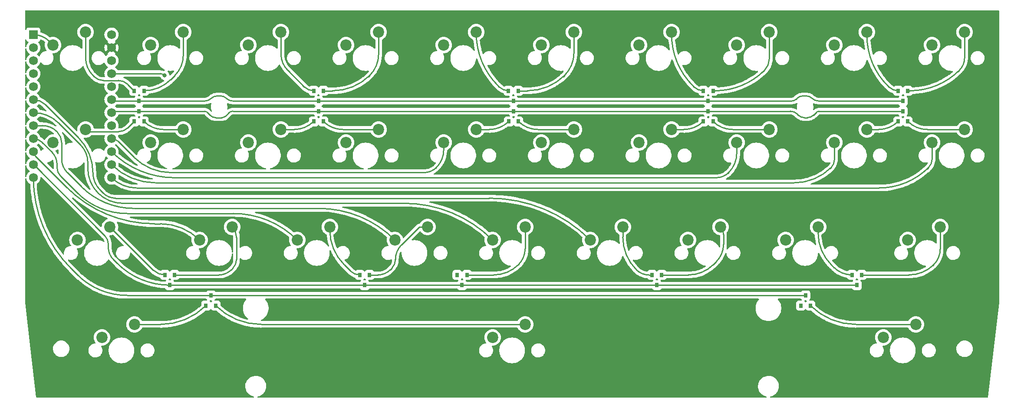
<source format=gbr>
%TF.GenerationSoftware,KiCad,Pcbnew,(6.0.0)*%
%TF.CreationDate,2022-01-08T09:02:27-05:00*%
%TF.ProjectId,iType,69547970-652e-46b6-9963-61645f706362,rev?*%
%TF.SameCoordinates,Original*%
%TF.FileFunction,Copper,L2,Bot*%
%TF.FilePolarity,Positive*%
%FSLAX46Y46*%
G04 Gerber Fmt 4.6, Leading zero omitted, Abs format (unit mm)*
G04 Created by KiCad (PCBNEW (6.0.0)) date 2022-01-08 09:02:27*
%MOMM*%
%LPD*%
G01*
G04 APERTURE LIST*
%TA.AperFunction,ComponentPad*%
%ADD10C,2.200000*%
%TD*%
%TA.AperFunction,ComponentPad*%
%ADD11R,1.752600X1.752600*%
%TD*%
%TA.AperFunction,ComponentPad*%
%ADD12C,1.752600*%
%TD*%
%TA.AperFunction,SMDPad,CuDef*%
%ADD13R,0.800000X0.900000*%
%TD*%
%TA.AperFunction,ViaPad*%
%ADD14C,0.800000*%
%TD*%
%TA.AperFunction,Conductor*%
%ADD15C,0.250000*%
%TD*%
G04 APERTURE END LIST*
D10*
%TO.P,SW1,1,1*%
%TO.N,Net-(D1-Pad1)*%
X29591000Y-11430000D03*
%TO.P,SW1,2,2*%
%TO.N,Col0*%
X23241000Y-13970000D03*
%TD*%
%TO.P,SW8,1,1*%
%TO.N,Net-(D4-Pad2)*%
X162941000Y-11430000D03*
%TO.P,SW8,2,2*%
%TO.N,Col7*%
X156591000Y-13970000D03*
%TD*%
%TO.P,SW27,1,1*%
%TO.N,Net-(D14-Pad2)*%
X153416000Y-49530000D03*
%TO.P,SW27,2,2*%
%TO.N,Col7*%
X147066000Y-52070000D03*
%TD*%
%TO.P,SW9,1,1*%
%TO.N,Net-(D5-Pad1)*%
X181991000Y-11430000D03*
%TO.P,SW9,2,2*%
%TO.N,Col8*%
X175641000Y-13970000D03*
%TD*%
%TO.P,SW11,1,1*%
%TO.N,Net-(D6-Pad2)*%
X29591000Y-30480000D03*
%TO.P,SW11,2,2*%
%TO.N,Col0*%
X23241000Y-33020000D03*
%TD*%
%TO.P,SW19,1,1*%
%TO.N,Net-(SW19-Pad1)*%
X181991000Y-30480000D03*
%TO.P,SW19,2,2*%
%TO.N,Col8*%
X175641000Y-33020000D03*
%TD*%
D11*
%TO.P,U1,1,TX*%
%TO.N,Col0*%
X19396000Y-11935000D03*
D12*
%TO.P,U1,2,RX*%
%TO.N,unconnected-(U1-Pad2)*%
X19396000Y-14475000D03*
%TO.P,U1,3,GND*%
%TO.N,unconnected-(U1-Pad3)*%
X19396000Y-17015000D03*
%TO.P,U1,4,GND*%
%TO.N,unconnected-(U1-Pad4)*%
X19396000Y-19555000D03*
%TO.P,U1,5,SCL*%
%TO.N,unconnected-(U1-Pad5)*%
X19396000Y-22095000D03*
%TO.P,U1,6,SDA*%
%TO.N,Col6*%
X19396000Y-24635000D03*
%TO.P,U1,7,D4*%
%TO.N,Col5*%
X19396000Y-27175000D03*
%TO.P,U1,8,C6*%
%TO.N,Col3*%
X19396000Y-29715000D03*
%TO.P,U1,9,D7*%
%TO.N,Col2*%
X19396000Y-32255000D03*
%TO.P,U1,10,E6*%
%TO.N,Col1*%
X19396000Y-34795000D03*
%TO.P,U1,11,B4*%
%TO.N,Row2*%
X19396000Y-37335000D03*
%TO.P,U1,12,B5*%
%TO.N,Row3*%
X19396000Y-39875000D03*
%TO.P,U1,13,B6*%
%TO.N,Col9*%
X34636000Y-39875000D03*
%TO.P,U1,14,B2*%
%TO.N,Col8*%
X34636000Y-37335000D03*
%TO.P,U1,15,B3*%
%TO.N,Col7*%
X34636000Y-34795000D03*
%TO.P,U1,16,B1*%
%TO.N,Col4*%
X34636000Y-32255000D03*
%TO.P,U1,17,F7*%
%TO.N,unconnected-(U1-Pad17)*%
X34636000Y-29715000D03*
%TO.P,U1,18,F6*%
%TO.N,Row1*%
X34636000Y-27175000D03*
%TO.P,U1,19,F5*%
%TO.N,Row0*%
X34636000Y-24635000D03*
%TO.P,U1,20,F4*%
%TO.N,unconnected-(U1-Pad20)*%
X34636000Y-22095000D03*
%TO.P,U1,21,VCC*%
%TO.N,rst*%
X34636000Y-19555000D03*
%TO.P,U1,22,RST*%
%TO.N,unconnected-(U1-Pad22)*%
X34636000Y-17015000D03*
%TO.P,U1,23,GND*%
%TO.N,GND*%
X34636000Y-14475000D03*
%TO.P,U1,24,RAW*%
%TO.N,unconnected-(U1-Pad24)*%
X34636000Y-11935000D03*
%TD*%
D10*
%TO.P,SW17,1,1*%
%TO.N,Net-(SW17-Pad1)*%
X143891000Y-30480000D03*
%TO.P,SW17,2,2*%
%TO.N,Col6*%
X137541000Y-33020000D03*
%TD*%
%TO.P,SW26,1,1*%
%TO.N,Net-(D14-Pad1)*%
X134366000Y-49530000D03*
%TO.P,SW26,2,2*%
%TO.N,Col6*%
X128016000Y-52070000D03*
%TD*%
%TO.P,SW14,1,1*%
%TO.N,Net-(SW14-Pad1)*%
X86741000Y-30480000D03*
%TO.P,SW14,2,2*%
%TO.N,Col3*%
X80391000Y-33020000D03*
%TD*%
%TO.P,SW29,1,1*%
%TO.N,Net-(D15-Pad2)*%
X196278500Y-49530000D03*
%TO.P,SW29,2,2*%
%TO.N,Col9*%
X189928500Y-52070000D03*
%TD*%
%TO.P,SW6,1,1*%
%TO.N,Net-(D3-Pad2)*%
X124841000Y-11430000D03*
%TO.P,SW6,2,2*%
%TO.N,Col5*%
X118491000Y-13970000D03*
%TD*%
%TO.P,SW24,1,1*%
%TO.N,Net-(D12-Pad2)*%
X96266000Y-49530000D03*
%TO.P,SW24,2,2*%
%TO.N,Col3*%
X89916000Y-52070000D03*
%TD*%
%TO.P,SW28,1,1*%
%TO.N,Net-(D15-Pad1)*%
X172466000Y-49530000D03*
%TO.P,SW28,2,2*%
%TO.N,Col8*%
X166116000Y-52070000D03*
%TD*%
%TO.P,SW4,1,1*%
%TO.N,Net-(D2-Pad2)*%
X86741000Y-11430000D03*
%TO.P,SW4,2,2*%
%TO.N,Col3*%
X80391000Y-13970000D03*
%TD*%
%TO.P,SW5,1,1*%
%TO.N,Net-(D3-Pad1)*%
X105791000Y-11430000D03*
%TO.P,SW5,2,2*%
%TO.N,Col4*%
X99441000Y-13970000D03*
%TD*%
%TO.P,SW16,1,1*%
%TO.N,Net-(SW16-Pad1)*%
X124841000Y-30480000D03*
%TO.P,SW16,2,2*%
%TO.N,Col5*%
X118491000Y-33020000D03*
%TD*%
%TO.P,SW32,1,1*%
%TO.N,Net-(SW32-Pad1)*%
X191516000Y-68580000D03*
%TO.P,SW32,2,2*%
%TO.N,Col9*%
X185166000Y-71120000D03*
%TD*%
%TO.P,SW2,1,1*%
%TO.N,Net-(D1-Pad2)*%
X48641000Y-11430000D03*
%TO.P,SW2,2,2*%
%TO.N,Col1*%
X42291000Y-13970000D03*
%TD*%
%TO.P,SW10,1,1*%
%TO.N,Net-(D5-Pad2)*%
X201041000Y-11430000D03*
%TO.P,SW10,2,2*%
%TO.N,Col9*%
X194691000Y-13970000D03*
%TD*%
%TO.P,SW15,1,1*%
%TO.N,Net-(SW15-Pad1)*%
X105791000Y-30480000D03*
%TO.P,SW15,2,2*%
%TO.N,Col4*%
X99441000Y-33020000D03*
%TD*%
%TO.P,SW18,1,1*%
%TO.N,Net-(SW18-Pad1)*%
X162941000Y-30480000D03*
%TO.P,SW18,2,2*%
%TO.N,Col7*%
X156591000Y-33020000D03*
%TD*%
%TO.P,SW3,1,1*%
%TO.N,Net-(D2-Pad1)*%
X67691000Y-11430000D03*
%TO.P,SW3,2,2*%
%TO.N,Col2*%
X61341000Y-13970000D03*
%TD*%
%TO.P,SW13,1,1*%
%TO.N,Net-(SW13-Pad1)*%
X67691000Y-30480000D03*
%TO.P,SW13,2,2*%
%TO.N,Col2*%
X61341000Y-33020000D03*
%TD*%
%TO.P,SW31,1,1*%
%TO.N,Net-(SW31-Pad1)*%
X115316000Y-68580000D03*
%TO.P,SW31,2,2*%
%TO.N,Col5*%
X108966000Y-71120000D03*
%TD*%
%TO.P,SW7,1,1*%
%TO.N,Net-(D4-Pad1)*%
X143891000Y-11430000D03*
%TO.P,SW7,2,2*%
%TO.N,Col6*%
X137541000Y-13970000D03*
%TD*%
%TO.P,SW23,1,1*%
%TO.N,Net-(D12-Pad1)*%
X77216000Y-49530000D03*
%TO.P,SW23,2,2*%
%TO.N,Col2*%
X70866000Y-52070000D03*
%TD*%
%TO.P,SW22,1,1*%
%TO.N,Net-(D11-Pad2)*%
X58166000Y-49530000D03*
%TO.P,SW22,2,2*%
%TO.N,Col1*%
X51816000Y-52070000D03*
%TD*%
%TO.P,SW12,1,1*%
%TO.N,Net-(D6-Pad1)*%
X48641000Y-30480000D03*
%TO.P,SW12,2,2*%
%TO.N,Col1*%
X42291000Y-33020000D03*
%TD*%
%TO.P,SW25,1,1*%
%TO.N,Net-(D13-Pad2)*%
X115316000Y-49530000D03*
%TO.P,SW25,2,2*%
%TO.N,Col5*%
X108966000Y-52070000D03*
%TD*%
%TO.P,SW21,1,1*%
%TO.N,Net-(D11-Pad1)*%
X34353500Y-49530000D03*
%TO.P,SW21,2,2*%
%TO.N,Col0*%
X28003500Y-52070000D03*
%TD*%
%TO.P,SW30,1,1*%
%TO.N,Net-(SW30-Pad1)*%
X39116000Y-68580000D03*
%TO.P,SW30,2,2*%
%TO.N,Col0*%
X32766000Y-71120000D03*
%TD*%
%TO.P,SW20,1,1*%
%TO.N,Net-(SW20-Pad1)*%
X201041000Y-30480000D03*
%TO.P,SW20,2,2*%
%TO.N,Col9*%
X194691000Y-33020000D03*
%TD*%
D13*
%TO.P,D10,1,A*%
%TO.N,Net-(SW20-Pad1)*%
X189966000Y-28905000D03*
%TO.P,D10,2,A*%
%TO.N,Net-(SW19-Pad1)*%
X188066000Y-28905000D03*
%TO.P,D10,3,K*%
%TO.N,Row1*%
X189016000Y-26905000D03*
%TD*%
%TO.P,D7,1,A*%
%TO.N,Net-(SW14-Pad1)*%
X75966000Y-28905000D03*
%TO.P,D7,2,A*%
%TO.N,Net-(SW13-Pad1)*%
X74066000Y-28905000D03*
%TO.P,D7,3,K*%
%TO.N,Row1*%
X75016000Y-26905000D03*
%TD*%
%TO.P,D1,1,A*%
%TO.N,Net-(D1-Pad1)*%
X39066000Y-22905000D03*
%TO.P,D1,2,A*%
%TO.N,Net-(D1-Pad2)*%
X40966000Y-22905000D03*
%TO.P,D1,3,K*%
%TO.N,Row0*%
X40016000Y-24905000D03*
%TD*%
%TO.P,D4,1,A*%
%TO.N,Net-(D4-Pad1)*%
X150066000Y-22905000D03*
%TO.P,D4,2,A*%
%TO.N,Net-(D4-Pad2)*%
X151966000Y-22905000D03*
%TO.P,D4,3,K*%
%TO.N,Row0*%
X151016000Y-24905000D03*
%TD*%
%TO.P,D11,1,A*%
%TO.N,Net-(D11-Pad1)*%
X45066000Y-58905000D03*
%TO.P,D11,2,A*%
%TO.N,Net-(D11-Pad2)*%
X46966000Y-58905000D03*
%TO.P,D11,3,K*%
%TO.N,Row2*%
X46016000Y-60905000D03*
%TD*%
%TO.P,D5,1,A*%
%TO.N,Net-(D5-Pad1)*%
X188066000Y-22905000D03*
%TO.P,D5,2,A*%
%TO.N,Net-(D5-Pad2)*%
X189966000Y-22905000D03*
%TO.P,D5,3,K*%
%TO.N,Row0*%
X189016000Y-24905000D03*
%TD*%
%TO.P,D2,1,A*%
%TO.N,Net-(D2-Pad1)*%
X74066000Y-22905000D03*
%TO.P,D2,2,A*%
%TO.N,Net-(D2-Pad2)*%
X75966000Y-22905000D03*
%TO.P,D2,3,K*%
%TO.N,Row0*%
X75016000Y-24905000D03*
%TD*%
%TO.P,D6,1,A*%
%TO.N,Net-(D6-Pad1)*%
X40966000Y-28905000D03*
%TO.P,D6,2,A*%
%TO.N,Net-(D6-Pad2)*%
X39066000Y-28905000D03*
%TO.P,D6,3,K*%
%TO.N,Row1*%
X40016000Y-26905000D03*
%TD*%
%TO.P,D17,1,A*%
%TO.N,Net-(SW32-Pad1)*%
X170966000Y-64905000D03*
%TO.P,D17,2,A*%
%TO.N,unconnected-(D17-Pad2)*%
X169066000Y-64905000D03*
%TO.P,D17,3,K*%
%TO.N,Row3*%
X170016000Y-62905000D03*
%TD*%
%TO.P,D14,1,A*%
%TO.N,Net-(D14-Pad1)*%
X140066000Y-58905000D03*
%TO.P,D14,2,A*%
%TO.N,Net-(D14-Pad2)*%
X141966000Y-58905000D03*
%TO.P,D14,3,K*%
%TO.N,Row2*%
X141016000Y-60905000D03*
%TD*%
%TO.P,D8,1,A*%
%TO.N,Net-(SW16-Pad1)*%
X114016000Y-28905000D03*
%TO.P,D8,2,A*%
%TO.N,Net-(SW15-Pad1)*%
X112116000Y-28905000D03*
%TO.P,D8,3,K*%
%TO.N,Row1*%
X113066000Y-26905000D03*
%TD*%
%TO.P,D9,1,A*%
%TO.N,Net-(SW18-Pad1)*%
X151966000Y-28905000D03*
%TO.P,D9,2,A*%
%TO.N,Net-(SW17-Pad1)*%
X150066000Y-28905000D03*
%TO.P,D9,3,K*%
%TO.N,Row1*%
X151016000Y-26905000D03*
%TD*%
%TO.P,D15,1,A*%
%TO.N,Net-(D15-Pad1)*%
X179066000Y-58905000D03*
%TO.P,D15,2,A*%
%TO.N,Net-(D15-Pad2)*%
X180966000Y-58905000D03*
%TO.P,D15,3,K*%
%TO.N,Row2*%
X180016000Y-60905000D03*
%TD*%
%TO.P,D12,1,A*%
%TO.N,Net-(D12-Pad1)*%
X83066000Y-58905000D03*
%TO.P,D12,2,A*%
%TO.N,Net-(D12-Pad2)*%
X84966000Y-58905000D03*
%TO.P,D12,3,K*%
%TO.N,Row2*%
X84016000Y-60905000D03*
%TD*%
%TO.P,D13,1,A*%
%TO.N,unconnected-(D13-Pad1)*%
X102066000Y-58905000D03*
%TO.P,D13,2,A*%
%TO.N,Net-(D13-Pad2)*%
X103966000Y-58905000D03*
%TO.P,D13,3,K*%
%TO.N,Row2*%
X103016000Y-60905000D03*
%TD*%
%TO.P,D3,1,A*%
%TO.N,Net-(D3-Pad1)*%
X112066000Y-22905000D03*
%TO.P,D3,2,A*%
%TO.N,Net-(D3-Pad2)*%
X113966000Y-22905000D03*
%TO.P,D3,3,K*%
%TO.N,Row0*%
X113016000Y-24905000D03*
%TD*%
%TO.P,D16,1,A*%
%TO.N,Net-(SW31-Pad1)*%
X54966000Y-64905000D03*
%TO.P,D16,2,A*%
%TO.N,Net-(SW30-Pad1)*%
X53066000Y-64905000D03*
%TO.P,D16,3,K*%
%TO.N,Row3*%
X54016000Y-62905000D03*
%TD*%
D14*
%TO.N,rst*%
X45016000Y-19905000D03*
%TD*%
D15*
%TO.N,Row1*%
X52821000Y-26905000D02*
X40016000Y-26905000D01*
X53868893Y-27702893D02*
X53247777Y-27081777D01*
X56179554Y-28160000D02*
X54972446Y-28160000D01*
X57477446Y-27258553D02*
X56856330Y-27879670D01*
X167081000Y-26905000D02*
X58331000Y-26905000D01*
X168576000Y-27660000D02*
X168344259Y-27428259D01*
X170368894Y-28160000D02*
X169783106Y-28160000D01*
X189016000Y-26905000D02*
X172581000Y-26905000D01*
X52821000Y-26905000D02*
G75*
G02*
X53247777Y-27081777I-1J-603555D01*
G01*
X172154224Y-27081777D02*
X171576000Y-27660000D01*
X53868893Y-27702893D02*
G75*
G03*
X54972446Y-28160000I1103553J1103552D01*
G01*
X56179554Y-28160000D02*
G75*
G03*
X56856330Y-27879670I-2J957110D01*
G01*
X57477446Y-27258553D02*
G75*
G02*
X58331000Y-26905000I853557J-853563D01*
G01*
X167081000Y-26905001D02*
G75*
G02*
X168344258Y-27428260I5J-1786505D01*
G01*
X168576000Y-27660000D02*
G75*
G03*
X169783106Y-28160000I1207107J1207108D01*
G01*
X170368894Y-28159999D02*
G75*
G03*
X171575999Y-27659999I-1J1707107D01*
G01*
X172154224Y-27081777D02*
G75*
G02*
X172581000Y-26905000I426776J-426774D01*
G01*
%TO.N,Row0*%
X52880965Y-24905000D02*
X40016000Y-24905000D01*
X55868894Y-23910000D02*
X55283106Y-23910000D01*
X167321000Y-24905000D02*
X58271035Y-24905000D01*
X168326000Y-24410000D02*
X168191625Y-24544375D01*
X170118894Y-23910000D02*
X169533106Y-23910000D01*
X189016000Y-24905000D02*
X172521035Y-24905000D01*
X52880965Y-24904999D02*
G75*
G03*
X54075999Y-24409999I-2J1690038D01*
G01*
X54076000Y-24410000D02*
G75*
G02*
X55283106Y-23910000I1207107J-1207108D01*
G01*
X55868894Y-23910001D02*
G75*
G02*
X57075999Y-24410001I-1J-1707107D01*
G01*
X57076000Y-24410000D02*
G75*
G03*
X58271035Y-24905000I1195034J1195032D01*
G01*
X167321000Y-24905000D02*
G75*
G03*
X168191625Y-24544375I-1J1231251D01*
G01*
X168326000Y-24410000D02*
G75*
G02*
X169533106Y-23910000I1207107J-1207108D01*
G01*
X170118894Y-23910001D02*
G75*
G02*
X171325999Y-24410001I-1J-1707107D01*
G01*
X171326000Y-24410000D02*
G75*
G03*
X172521035Y-24905000I1195034J1195032D01*
G01*
%TO.N,Col9*%
X39536853Y-41905000D02*
X184359146Y-41905000D01*
X194691000Y-36275406D02*
X194691000Y-33020000D01*
X193761625Y-38156291D02*
X194016000Y-37905000D01*
X194691000Y-36275406D02*
G75*
G02*
X194016000Y-37905000I-2304591J-1D01*
G01*
X194016000Y-37905000D02*
G75*
G02*
X184359146Y-41905000I-9656855J9656856D01*
G01*
X39536853Y-41905000D02*
G75*
G02*
X34636000Y-39875000I0J6930852D01*
G01*
%TO.N,Net-(D1-Pad2)*%
X46172675Y-20748324D02*
X47016000Y-19905000D01*
X48641000Y-15981903D02*
X48641000Y-11430000D01*
X46172675Y-20748324D02*
G75*
G02*
X40966000Y-22905000I-5206676J5206676D01*
G01*
X48640999Y-15981903D02*
G75*
G02*
X47015999Y-19904999I-5548082J-6D01*
G01*
%TO.N,Net-(D1-Pad1)*%
X29591000Y-16464746D02*
X29591000Y-11430000D01*
X37797151Y-21636151D02*
X39066000Y-22905000D01*
X33027311Y-20893689D02*
X36004689Y-20893689D01*
X31281586Y-20170586D02*
X31016000Y-19905000D01*
X37797151Y-21636151D02*
G75*
G03*
X36004689Y-20893689I-1792465J-1792469D01*
G01*
X31281586Y-20170586D02*
G75*
G03*
X33027311Y-20893689I1745723J1745719D01*
G01*
X29591000Y-16464746D02*
G75*
G03*
X31016000Y-19905000I4865260J3D01*
G01*
%TO.N,Net-(D2-Pad2)*%
X75966000Y-22905000D02*
X77773360Y-22905000D01*
X86741000Y-15740482D02*
X86741000Y-11430000D01*
X84795660Y-20122266D02*
X85016000Y-19905000D01*
X86740999Y-15740482D02*
G75*
G02*
X85016000Y-19905000I-5889513J-2D01*
G01*
X85016000Y-19905000D02*
G75*
G02*
X77773360Y-22905000I-7242638J7242635D01*
G01*
%TO.N,Net-(D2-Pad1)*%
X72273538Y-22162538D02*
X69016000Y-18905000D01*
X67691000Y-15706168D02*
X67691000Y-11430000D01*
X67691001Y-15706168D02*
G75*
G03*
X69016001Y-18904999I4523835J2D01*
G01*
X72273538Y-22162538D02*
G75*
G03*
X74066000Y-22905000I1792465J1792469D01*
G01*
%TO.N,Net-(D3-Pad2)*%
X124841000Y-15499061D02*
X124841000Y-11430000D01*
X122795660Y-20122266D02*
X123016000Y-19905000D01*
X113966000Y-22905000D02*
X115773360Y-22905000D01*
X124840999Y-15499061D02*
G75*
G02*
X123015999Y-19904999I-6230937J0D01*
G01*
X123016000Y-19905000D02*
G75*
G02*
X115773360Y-22905000I-7242638J7242635D01*
G01*
%TO.N,Net-(D3-Pad1)*%
X105791000Y-11430000D02*
X105791000Y-11704948D01*
X110016000Y-21905000D02*
X110273537Y-22162537D01*
X112066000Y-22905000D02*
G75*
G02*
X110273537Y-22162537I1J2534926D01*
G01*
X110016000Y-21905000D02*
G75*
G02*
X105791000Y-11704948I10200045J10200049D01*
G01*
%TO.N,Net-(D4-Pad2)*%
X151966000Y-22905000D02*
X152359146Y-22905000D01*
X161761625Y-19156291D02*
X162016000Y-18905000D01*
X162941000Y-16671853D02*
X162941000Y-11430000D01*
X162941000Y-16671853D02*
G75*
G02*
X162016000Y-18905000I-3158148J1D01*
G01*
X162016000Y-18905000D02*
G75*
G02*
X152359146Y-22905000I-9656855J9656856D01*
G01*
%TO.N,Net-(D4-Pad1)*%
X148016000Y-21905000D02*
X148273537Y-22162537D01*
X143891000Y-11430000D02*
X143891000Y-11946370D01*
X150066000Y-22905000D02*
G75*
G02*
X148273537Y-22162537I1J2534926D01*
G01*
X148016000Y-21905000D02*
G75*
G02*
X143891000Y-11946370I9958626J9958629D01*
G01*
%TO.N,Net-(D5-Pad2)*%
X189966000Y-22905000D02*
X190359146Y-22905000D01*
X199761625Y-19156291D02*
X200016000Y-18905000D01*
X201041000Y-16430432D02*
X201041000Y-11430000D01*
X201040999Y-16430432D02*
G75*
G02*
X200015999Y-18904999I-3499566J0D01*
G01*
X200016000Y-18905000D02*
G75*
G02*
X190359146Y-22905000I-9656855J9656856D01*
G01*
%TO.N,Net-(D5-Pad1)*%
X186016000Y-21905000D02*
X186273537Y-22162537D01*
X181991000Y-11430000D02*
X181991000Y-12187791D01*
X186016000Y-21905000D02*
G75*
G02*
X181991000Y-12187791I9717207J9717208D01*
G01*
X188066000Y-22905000D02*
G75*
G02*
X186273537Y-22162537I1J2534926D01*
G01*
%TO.N,Row0*%
X35287837Y-24905000D02*
X40016000Y-24905000D01*
X35287837Y-24905000D02*
G75*
G02*
X34636000Y-24635000I1J921838D01*
G01*
%TO.N,Net-(D6-Pad2)*%
X39066000Y-28905000D02*
X37808462Y-30162538D01*
X30027311Y-30916311D02*
X35988693Y-30916311D01*
X29591000Y-30480000D02*
X30027311Y-30916311D01*
X36016000Y-30905000D02*
G75*
G03*
X37808462Y-30162538I-1J2534926D01*
G01*
X36016000Y-30905000D02*
G75*
G02*
X35988693Y-30916311I-27305J27302D01*
G01*
%TO.N,Net-(D6-Pad1)*%
X44768386Y-30480000D02*
X48641000Y-30480000D01*
X44768386Y-30479999D02*
G75*
G02*
X40966001Y-28904999I-2J5377380D01*
G01*
%TO.N,Row1*%
X40016000Y-26905000D02*
X35287837Y-26905000D01*
X34636000Y-27175000D02*
G75*
G02*
X35287837Y-26905000I651835J-651831D01*
G01*
%TO.N,Row2*%
X180016000Y-60905000D02*
X46016000Y-60905000D01*
X35773360Y-56662359D02*
X35016000Y-55905000D01*
X34016000Y-53490787D02*
X34016000Y-52905000D01*
X33308893Y-51197893D02*
X19481356Y-37370356D01*
X19396000Y-37335001D02*
G75*
G02*
X19481355Y-37370357I0J-120710D01*
G01*
X33308893Y-51197893D02*
G75*
G02*
X34016000Y-52905000I-1707104J-1707106D01*
G01*
X34016000Y-53490787D02*
G75*
G03*
X35016000Y-55905000I3414216J2D01*
G01*
X35773360Y-56662359D02*
G75*
G03*
X46016000Y-60905000I10242638J10242632D01*
G01*
%TO.N,Row3*%
X54016000Y-62905000D02*
X37672854Y-62905000D01*
X54016000Y-62905000D02*
X170016000Y-62905000D01*
X28016000Y-58905000D02*
X26756982Y-57645982D01*
X28016000Y-58905000D02*
G75*
G03*
X37672854Y-62905000I9656855J9656856D01*
G01*
X19396001Y-39875000D02*
G75*
G03*
X26756983Y-57645981I25131960J-1D01*
G01*
%TO.N,Col0*%
X22485864Y-13214863D02*
X23241000Y-13970000D01*
X22485864Y-13214863D02*
G75*
G03*
X19396000Y-11935000I-3089867J-3089872D01*
G01*
%TO.N,Col1*%
X19742482Y-35631483D02*
X25944932Y-41833932D01*
X43016000Y-48905000D02*
X44175015Y-48905000D01*
X51816000Y-52070000D02*
G75*
G03*
X44175015Y-48905000I-7640987J-7640989D01*
G01*
X43016000Y-48904999D02*
G75*
G02*
X25944933Y-41833931I0J24142135D01*
G01*
X19742482Y-35631483D02*
G75*
G02*
X19396000Y-34795000I836489J836485D01*
G01*
%TO.N,Col2*%
X24016000Y-37319213D02*
X24016000Y-37905000D01*
X24723106Y-39612105D02*
X26430214Y-41319213D01*
X23016000Y-34905000D02*
X21051894Y-32940894D01*
X37672854Y-46905000D02*
X58396587Y-46905000D01*
X26430214Y-41319213D02*
X28016000Y-42905000D01*
X24723106Y-39612105D02*
G75*
G02*
X24016000Y-37905000I1707105J1707105D01*
G01*
X24016000Y-37319213D02*
G75*
G03*
X23016000Y-34905000I-3414216J-2D01*
G01*
X70866000Y-52070000D02*
G75*
G03*
X58396587Y-46905000I-12469415J-12469419D01*
G01*
X37672854Y-46905000D02*
G75*
G02*
X28016000Y-42905000I-1J13656851D01*
G01*
X19396000Y-32255000D02*
G75*
G02*
X21051894Y-32940894I1J-2341784D01*
G01*
%TO.N,Col3*%
X75032374Y-45905000D02*
X39016000Y-45905000D01*
X28773359Y-41662359D02*
X26016000Y-38905000D01*
X19396000Y-29715000D02*
X21143086Y-29715000D01*
X23873251Y-30765641D02*
X24016000Y-30905000D01*
X24925979Y-36273457D02*
X24925979Y-33101883D01*
X75032374Y-45905001D02*
G75*
G02*
X89916000Y-52070000I1J-21048623D01*
G01*
X24016000Y-30905000D02*
G75*
G03*
X21143086Y-29715000I-2872916J-2872919D01*
G01*
X24925979Y-36273457D02*
G75*
G03*
X26016000Y-38905000I3721553J-4D01*
G01*
X24016000Y-30905000D02*
G75*
G02*
X24925979Y-33101883I-2196875J-2196880D01*
G01*
X28773359Y-41662359D02*
G75*
G03*
X39016000Y-45905000I10242638J10242632D01*
G01*
%TO.N,Col4*%
X99441000Y-34464746D02*
X99441000Y-33020000D01*
X48016000Y-38905000D02*
X94187573Y-38905000D01*
X46258640Y-38905000D02*
X48016000Y-38905000D01*
X35882188Y-32771188D02*
X39016000Y-35905000D01*
X94187573Y-38905000D02*
X95601787Y-38905000D01*
X97878502Y-38038432D02*
X98016000Y-37905000D01*
X35882188Y-32771188D02*
G75*
G03*
X34636000Y-32255000I-1246189J-1246190D01*
G01*
X99440999Y-34464746D02*
G75*
G02*
X98015999Y-37904999I-4865248J-2D01*
G01*
X98016000Y-37905000D02*
G75*
G02*
X95601787Y-38905000I-2414212J2414209D01*
G01*
X46258640Y-38904999D02*
G75*
G02*
X39016001Y-35904999I-1J10242636D01*
G01*
%TO.N,Col5*%
X30016000Y-36905000D02*
X30016000Y-38076573D01*
X36844427Y-44905000D02*
X91668160Y-44905000D01*
X31828324Y-42713411D02*
X32016000Y-42905000D01*
X24329538Y-29218539D02*
X28601786Y-33490786D01*
X24329538Y-29218539D02*
G75*
G03*
X19396000Y-27175000I-4933535J-4933529D01*
G01*
X32016000Y-42905000D02*
G75*
G02*
X30016000Y-38076573I4828419J4828424D01*
G01*
X108966000Y-52070000D02*
G75*
G03*
X91668160Y-44905000I-17297842J-17297844D01*
G01*
X36844427Y-44905000D02*
G75*
G02*
X32016000Y-42905000I-2J6828421D01*
G01*
X30015999Y-36905000D02*
G75*
G03*
X28601786Y-33490786I-4828432J-2D01*
G01*
%TO.N,Net-(D11-Pad2)*%
X58308893Y-57612107D02*
X58016000Y-57905000D01*
X59016000Y-51582081D02*
X59016000Y-55905000D01*
X55601787Y-58905000D02*
X46966000Y-58905000D01*
X59016000Y-51582081D02*
G75*
G03*
X58166000Y-49530000I-2902079J0D01*
G01*
X55601787Y-58905000D02*
G75*
G03*
X58016000Y-57905000I-2J3414216D01*
G01*
X58308893Y-57612107D02*
G75*
G03*
X59016000Y-55905000I-1707104J1707106D01*
G01*
%TO.N,Net-(D11-Pad1)*%
X34353500Y-49530000D02*
X42782745Y-57959245D01*
X45066000Y-58904999D02*
G75*
G02*
X42782746Y-57959244I-4J3229000D01*
G01*
%TO.N,Net-(D12-Pad2)*%
X94710366Y-49530000D02*
X91204388Y-53035978D01*
X90018391Y-55705790D02*
X90016000Y-55905000D01*
X89308893Y-57612107D02*
X89016000Y-57905000D01*
X96266000Y-49530000D02*
X94710366Y-49530000D01*
X86601787Y-58905000D02*
X84966000Y-58905000D01*
X89308893Y-57612107D02*
G75*
G03*
X90016000Y-55905000I-1707104J1707106D01*
G01*
X90016001Y-55905000D02*
G75*
G02*
X91204388Y-53035978I4057407J1D01*
G01*
X86601787Y-58905000D02*
G75*
G03*
X89016000Y-57905000I-2J3414216D01*
G01*
%TO.N,Net-(D12-Pad1)*%
X77216000Y-49530000D02*
X77216000Y-50145203D01*
X80016000Y-56905000D02*
X81308893Y-58197893D01*
X83016000Y-58905000D02*
X83066000Y-58905000D01*
X80016000Y-56905000D02*
G75*
G02*
X77216000Y-50145203I6759785J6759793D01*
G01*
X83016000Y-58905000D02*
G75*
G02*
X81308893Y-58197893I-1J2414211D01*
G01*
%TO.N,Net-(D13-Pad2)*%
X109187573Y-58905000D02*
X103966000Y-58905000D01*
X115316000Y-49530000D02*
X115316000Y-53766523D01*
X104016000Y-58905000D02*
X103966000Y-58905000D01*
X114168070Y-56748901D02*
X114016000Y-56905000D01*
X109187573Y-58904999D02*
G75*
G03*
X114015999Y-56904999I-2J6828431D01*
G01*
X114016000Y-56905000D02*
G75*
G03*
X115316000Y-53766523I-3138479J3138478D01*
G01*
%TO.N,Net-(D14-Pad2)*%
X141966000Y-58905000D02*
X147187573Y-58905000D01*
X152016000Y-56905000D02*
X152601786Y-56319214D01*
X154016000Y-52905000D02*
X154016000Y-50978528D01*
X153416000Y-49530000D02*
G75*
G02*
X154016000Y-50978528I-1448521J-1448525D01*
G01*
X152016000Y-56905000D02*
G75*
G02*
X147187573Y-58905000I-4828424J4828419D01*
G01*
X154016000Y-52905000D02*
G75*
G02*
X152601786Y-56319214I-4828421J-2D01*
G01*
%TO.N,Net-(D14-Pad1)*%
X139430213Y-58905000D02*
X140066000Y-58905000D01*
X136808275Y-57693958D02*
X137016000Y-57905000D01*
X134366000Y-49530000D02*
X134366000Y-51507335D01*
X139430213Y-58905000D02*
G75*
G02*
X137016000Y-57905000I2J3414216D01*
G01*
X137016000Y-57905000D02*
G75*
G02*
X134366000Y-51507335I6397659J6397663D01*
G01*
%TO.N,Net-(D15-Pad2)*%
X194824411Y-57092676D02*
X195016000Y-56905000D01*
X180966000Y-58905000D02*
X190187573Y-58905000D01*
X196278500Y-53857056D02*
X196278500Y-49530000D01*
X195016000Y-56905000D02*
G75*
G02*
X190187573Y-58905000I-4828424J4828419D01*
G01*
X196278500Y-53857056D02*
G75*
G02*
X195016000Y-56905000I-4310440J-1D01*
G01*
%TO.N,Net-(D15-Pad1)*%
X175016000Y-56905000D02*
X175566431Y-57455431D01*
X172466000Y-49530000D02*
X172466000Y-50748756D01*
X179066000Y-58905000D02*
G75*
G02*
X175566431Y-57455431I2J4949142D01*
G01*
X175016000Y-56905000D02*
G75*
G02*
X172466000Y-50748756I6156240J6156243D01*
G01*
%TO.N,Col6*%
X108303947Y-43905000D02*
X35430213Y-43905000D01*
X33016000Y-42905000D02*
X32430214Y-42319214D01*
X28187573Y-32076573D02*
X21700595Y-25589595D01*
X31018099Y-39115722D02*
X31016000Y-38905000D01*
X33016000Y-42905000D02*
G75*
G03*
X35430213Y-43905000I2414212J2414209D01*
G01*
X31016001Y-38905000D02*
G75*
G03*
X32430214Y-42319214I4828432J2D01*
G01*
X19396000Y-24635000D02*
G75*
G02*
X21700595Y-25589595I3J-3259181D01*
G01*
X28187573Y-32076573D02*
G75*
G02*
X31016000Y-38905000I-6828425J-6828426D01*
G01*
X108303947Y-43905000D02*
G75*
G02*
X128016000Y-52070000I-2J-27877056D01*
G01*
%TO.N,Col7*%
X156591000Y-35102614D02*
X156591000Y-33020000D01*
X154878502Y-39038432D02*
X155016000Y-38905000D01*
X46972631Y-39905000D02*
X152601787Y-39905000D01*
X156590999Y-35102614D02*
G75*
G02*
X155015999Y-38904999I-5377380J-2D01*
G01*
X46972631Y-39904999D02*
G75*
G02*
X34636000Y-34795000I0J17446631D01*
G01*
X155016000Y-38905000D02*
G75*
G02*
X152601787Y-39905000I-2414212J2414209D01*
G01*
%TO.N,Col8*%
X174795660Y-38122266D02*
X175016000Y-37905000D01*
X43254742Y-40905000D02*
X167773360Y-40905000D01*
X175641000Y-36396117D02*
X175641000Y-33020000D01*
X43254742Y-40904999D02*
G75*
G02*
X34636001Y-37334999I0J12188741D01*
G01*
X175640999Y-36396117D02*
G75*
G02*
X175015999Y-37904999I-2133877J-2D01*
G01*
X175016000Y-37905000D02*
G75*
G02*
X167773360Y-40905000I-7242638J7242635D01*
G01*
%TO.N,rst*%
X34636000Y-19555000D02*
X44171026Y-19555000D01*
X45016000Y-19905000D02*
G75*
G03*
X44171026Y-19555000I-844975J-844976D01*
G01*
%TO.N,Net-(SW13-Pad1)*%
X70263614Y-30480000D02*
X67691000Y-30480000D01*
X70263614Y-30479999D02*
G75*
G03*
X74065999Y-28904999I-3J5377392D01*
G01*
%TO.N,Net-(SW14-Pad1)*%
X79768386Y-30480000D02*
X86741000Y-30480000D01*
X79768386Y-30479999D02*
G75*
G02*
X75966001Y-28904999I-2J5377380D01*
G01*
%TO.N,Net-(SW15-Pad1)*%
X108313614Y-30480000D02*
X105791000Y-30480000D01*
X108313614Y-30479999D02*
G75*
G03*
X112115999Y-28904999I-3J5377392D01*
G01*
%TO.N,Net-(SW16-Pad1)*%
X117818386Y-30480000D02*
X124841000Y-30480000D01*
X117818386Y-30479999D02*
G75*
G02*
X114016001Y-28904999I-2J5377380D01*
G01*
%TO.N,Net-(SW17-Pad1)*%
X146263614Y-30480000D02*
X143891000Y-30480000D01*
X146263614Y-30479999D02*
G75*
G03*
X150065999Y-28904999I-3J5377392D01*
G01*
%TO.N,Net-(SW18-Pad1)*%
X162941000Y-30480000D02*
X155768386Y-30480000D01*
X151966000Y-28905000D02*
G75*
G03*
X155768386Y-30480000I3802386J3802386D01*
G01*
%TO.N,Net-(SW19-Pad1)*%
X181991000Y-30480000D02*
X184263614Y-30480000D01*
X188066000Y-28905000D02*
G75*
G02*
X184263614Y-30480000I-3802386J3802386D01*
G01*
%TO.N,Net-(SW20-Pad1)*%
X201041000Y-30480000D02*
X193768386Y-30480000D01*
X189966000Y-28905000D02*
G75*
G03*
X193768386Y-30480000I3802386J3802386D01*
G01*
%TO.N,Net-(SW30-Pad1)*%
X39116000Y-68580000D02*
X44193766Y-68580000D01*
X53066000Y-64905000D02*
G75*
G02*
X44193766Y-68580000I-8872233J8872231D01*
G01*
%TO.N,Net-(SW31-Pad1)*%
X115316000Y-68580000D02*
X63838234Y-68580000D01*
X54966000Y-64905000D02*
G75*
G03*
X63838234Y-68580000I8872233J8872231D01*
G01*
%TO.N,Net-(SW32-Pad1)*%
X191516000Y-68580000D02*
X179838234Y-68580000D01*
X170966000Y-64905000D02*
G75*
G03*
X179838234Y-68580000I8872233J8872231D01*
G01*
%TD*%
%TA.AperFunction,Conductor*%
%TO.N,GND*%
G36*
X207700121Y-7183002D02*
G01*
X207746614Y-7236658D01*
X207758000Y-7289000D01*
X207758000Y-64367586D01*
X207757126Y-64382404D01*
X205577774Y-82785818D01*
X205549899Y-82851113D01*
X205491149Y-82890974D01*
X205452648Y-82897000D01*
X163231151Y-82897000D01*
X163163030Y-82876998D01*
X163116537Y-82823342D01*
X163106433Y-82753068D01*
X163135927Y-82688488D01*
X163195653Y-82650104D01*
X163204954Y-82647753D01*
X163227171Y-82643030D01*
X163337877Y-82619499D01*
X163342006Y-82617996D01*
X163342010Y-82617995D01*
X163600974Y-82523740D01*
X163600978Y-82523738D01*
X163605119Y-82522231D01*
X163609009Y-82520163D01*
X163609015Y-82520160D01*
X163852330Y-82390787D01*
X163852336Y-82390783D01*
X163856222Y-82388717D01*
X163859782Y-82386130D01*
X163859786Y-82386128D01*
X164082738Y-82224145D01*
X164082741Y-82224142D01*
X164086301Y-82221556D01*
X164181960Y-82129179D01*
X164287710Y-82027057D01*
X164287714Y-82027053D01*
X164290875Y-82024000D01*
X164465965Y-81799896D01*
X164535630Y-81679233D01*
X164605956Y-81557425D01*
X164605959Y-81557420D01*
X164608161Y-81553605D01*
X164609811Y-81549521D01*
X164609814Y-81549515D01*
X164713047Y-81294002D01*
X164714696Y-81289921D01*
X164783497Y-81013976D01*
X164813224Y-80731141D01*
X164808409Y-80593253D01*
X164803453Y-80451319D01*
X164803452Y-80451313D01*
X164803299Y-80446922D01*
X164753915Y-80166850D01*
X164752560Y-80162679D01*
X164752558Y-80162672D01*
X164667394Y-79900566D01*
X164666033Y-79896377D01*
X164541363Y-79640767D01*
X164538908Y-79637128D01*
X164538905Y-79637122D01*
X164384792Y-79408641D01*
X164382333Y-79404995D01*
X164192037Y-79193650D01*
X163974180Y-79010846D01*
X163733002Y-78860141D01*
X163473196Y-78744469D01*
X163199821Y-78666079D01*
X163195467Y-78665467D01*
X163195462Y-78665466D01*
X163021833Y-78641065D01*
X162918196Y-78626500D01*
X162704982Y-78626500D01*
X162702796Y-78626653D01*
X162702792Y-78626653D01*
X162496685Y-78641065D01*
X162496680Y-78641066D01*
X162492300Y-78641372D01*
X162214123Y-78700501D01*
X162209994Y-78702004D01*
X162209990Y-78702005D01*
X161951026Y-78796260D01*
X161951022Y-78796262D01*
X161946881Y-78797769D01*
X161942991Y-78799837D01*
X161942985Y-78799840D01*
X161699670Y-78929213D01*
X161699664Y-78929217D01*
X161695778Y-78931283D01*
X161692218Y-78933870D01*
X161692214Y-78933872D01*
X161469262Y-79095855D01*
X161465699Y-79098444D01*
X161462535Y-79101500D01*
X161462532Y-79101502D01*
X161264290Y-79292943D01*
X161264286Y-79292947D01*
X161261125Y-79296000D01*
X161086035Y-79520104D01*
X161083832Y-79523920D01*
X161014089Y-79644719D01*
X160943839Y-79766395D01*
X160942189Y-79770479D01*
X160942186Y-79770485D01*
X160864105Y-79963745D01*
X160837304Y-80030079D01*
X160768503Y-80306024D01*
X160738776Y-80588859D01*
X160738929Y-80593247D01*
X160738929Y-80593253D01*
X160743745Y-80731141D01*
X160748701Y-80873078D01*
X160798085Y-81153150D01*
X160799440Y-81157321D01*
X160799442Y-81157328D01*
X160872101Y-81380949D01*
X160885967Y-81423623D01*
X161010637Y-81679233D01*
X161013092Y-81682872D01*
X161013095Y-81682878D01*
X161089451Y-81796080D01*
X161169667Y-81915005D01*
X161359963Y-82126350D01*
X161577820Y-82309154D01*
X161818998Y-82459859D01*
X162078804Y-82575531D01*
X162226892Y-82617995D01*
X162338090Y-82649881D01*
X162398058Y-82687885D01*
X162427960Y-82752278D01*
X162418302Y-82822614D01*
X162372151Y-82876564D01*
X162303359Y-82897000D01*
X63231151Y-82897000D01*
X63163030Y-82876998D01*
X63116537Y-82823342D01*
X63106433Y-82753068D01*
X63135927Y-82688488D01*
X63195653Y-82650104D01*
X63204954Y-82647753D01*
X63227171Y-82643030D01*
X63337877Y-82619499D01*
X63342006Y-82617996D01*
X63342010Y-82617995D01*
X63600974Y-82523740D01*
X63600978Y-82523738D01*
X63605119Y-82522231D01*
X63609009Y-82520163D01*
X63609015Y-82520160D01*
X63852330Y-82390787D01*
X63852336Y-82390783D01*
X63856222Y-82388717D01*
X63859782Y-82386130D01*
X63859786Y-82386128D01*
X64082738Y-82224145D01*
X64082741Y-82224142D01*
X64086301Y-82221556D01*
X64181960Y-82129179D01*
X64287710Y-82027057D01*
X64287714Y-82027053D01*
X64290875Y-82024000D01*
X64465965Y-81799896D01*
X64535630Y-81679233D01*
X64605956Y-81557425D01*
X64605959Y-81557420D01*
X64608161Y-81553605D01*
X64609811Y-81549521D01*
X64609814Y-81549515D01*
X64713047Y-81294002D01*
X64714696Y-81289921D01*
X64783497Y-81013976D01*
X64813224Y-80731141D01*
X64808409Y-80593253D01*
X64803453Y-80451319D01*
X64803452Y-80451313D01*
X64803299Y-80446922D01*
X64753915Y-80166850D01*
X64752560Y-80162679D01*
X64752558Y-80162672D01*
X64667394Y-79900566D01*
X64666033Y-79896377D01*
X64541363Y-79640767D01*
X64538908Y-79637128D01*
X64538905Y-79637122D01*
X64384792Y-79408641D01*
X64382333Y-79404995D01*
X64192037Y-79193650D01*
X63974180Y-79010846D01*
X63733002Y-78860141D01*
X63473196Y-78744469D01*
X63199821Y-78666079D01*
X63195467Y-78665467D01*
X63195462Y-78665466D01*
X63021833Y-78641065D01*
X62918196Y-78626500D01*
X62704982Y-78626500D01*
X62702796Y-78626653D01*
X62702792Y-78626653D01*
X62496685Y-78641065D01*
X62496680Y-78641066D01*
X62492300Y-78641372D01*
X62214123Y-78700501D01*
X62209994Y-78702004D01*
X62209990Y-78702005D01*
X61951026Y-78796260D01*
X61951022Y-78796262D01*
X61946881Y-78797769D01*
X61942991Y-78799837D01*
X61942985Y-78799840D01*
X61699670Y-78929213D01*
X61699664Y-78929217D01*
X61695778Y-78931283D01*
X61692218Y-78933870D01*
X61692214Y-78933872D01*
X61469262Y-79095855D01*
X61465699Y-79098444D01*
X61462535Y-79101500D01*
X61462532Y-79101502D01*
X61264290Y-79292943D01*
X61264286Y-79292947D01*
X61261125Y-79296000D01*
X61086035Y-79520104D01*
X61083832Y-79523920D01*
X61014089Y-79644719D01*
X60943839Y-79766395D01*
X60942189Y-79770479D01*
X60942186Y-79770485D01*
X60864105Y-79963745D01*
X60837304Y-80030079D01*
X60768503Y-80306024D01*
X60738776Y-80588859D01*
X60738929Y-80593247D01*
X60738929Y-80593253D01*
X60743745Y-80731141D01*
X60748701Y-80873078D01*
X60798085Y-81153150D01*
X60799440Y-81157321D01*
X60799442Y-81157328D01*
X60872101Y-81380949D01*
X60885967Y-81423623D01*
X61010637Y-81679233D01*
X61013092Y-81682872D01*
X61013095Y-81682878D01*
X61089451Y-81796080D01*
X61169667Y-81915005D01*
X61359963Y-82126350D01*
X61577820Y-82309154D01*
X61818998Y-82459859D01*
X62078804Y-82575531D01*
X62226892Y-82617995D01*
X62338090Y-82649881D01*
X62398058Y-82687885D01*
X62427960Y-82752278D01*
X62418302Y-82822614D01*
X62372151Y-82876564D01*
X62303359Y-82897000D01*
X20079351Y-82897000D01*
X20011230Y-82876998D01*
X19964737Y-82823342D01*
X19954225Y-82785818D01*
X18835937Y-73342500D01*
X23215026Y-73342500D01*
X23234891Y-73594903D01*
X23236045Y-73599710D01*
X23236046Y-73599716D01*
X23265938Y-73724226D01*
X23293995Y-73841091D01*
X23295888Y-73845662D01*
X23295889Y-73845664D01*
X23383325Y-74056752D01*
X23390884Y-74075002D01*
X23523172Y-74290876D01*
X23687602Y-74483398D01*
X23880124Y-74647828D01*
X24095998Y-74780116D01*
X24100568Y-74782009D01*
X24100572Y-74782011D01*
X24325336Y-74875111D01*
X24329909Y-74877005D01*
X24404998Y-74895032D01*
X24571284Y-74934954D01*
X24571290Y-74934955D01*
X24576097Y-74936109D01*
X24673920Y-74943808D01*
X24762845Y-74950807D01*
X24762852Y-74950807D01*
X24765301Y-74951000D01*
X24891699Y-74951000D01*
X24894148Y-74950807D01*
X24894155Y-74950807D01*
X24983080Y-74943808D01*
X25080903Y-74936109D01*
X25085710Y-74934955D01*
X25085716Y-74934954D01*
X25252002Y-74895032D01*
X25327091Y-74877005D01*
X25331664Y-74875111D01*
X25556428Y-74782011D01*
X25556432Y-74782009D01*
X25561002Y-74780116D01*
X25776876Y-74647828D01*
X25969398Y-74483398D01*
X26133828Y-74290876D01*
X26266116Y-74075002D01*
X26273676Y-74056752D01*
X26361111Y-73845664D01*
X26361112Y-73845662D01*
X26363005Y-73841091D01*
X26391062Y-73724226D01*
X26420954Y-73599716D01*
X26420955Y-73599710D01*
X26421900Y-73595774D01*
X30134102Y-73595774D01*
X30142751Y-73826158D01*
X30190093Y-74051791D01*
X30192051Y-74056750D01*
X30192052Y-74056752D01*
X30199260Y-74075002D01*
X30274776Y-74266221D01*
X30394377Y-74463317D01*
X30397874Y-74467347D01*
X30484438Y-74567103D01*
X30545477Y-74637445D01*
X30549608Y-74640832D01*
X30719627Y-74780240D01*
X30719633Y-74780244D01*
X30723755Y-74783624D01*
X30728391Y-74786263D01*
X30728394Y-74786265D01*
X30837422Y-74848327D01*
X30924114Y-74897675D01*
X31140825Y-74976337D01*
X31146074Y-74977286D01*
X31146077Y-74977287D01*
X31363608Y-75016623D01*
X31363615Y-75016624D01*
X31367692Y-75017361D01*
X31385414Y-75018197D01*
X31390356Y-75018430D01*
X31390363Y-75018430D01*
X31391844Y-75018500D01*
X31553890Y-75018500D01*
X31620809Y-75012822D01*
X31720409Y-75004371D01*
X31720413Y-75004370D01*
X31725720Y-75003920D01*
X31730875Y-75002582D01*
X31730881Y-75002581D01*
X31943703Y-74947343D01*
X31943707Y-74947342D01*
X31948872Y-74946001D01*
X31953738Y-74943809D01*
X31953741Y-74943808D01*
X32154202Y-74853507D01*
X32159075Y-74851312D01*
X32350319Y-74722559D01*
X32517135Y-74563424D01*
X32654754Y-74378458D01*
X32759240Y-74172949D01*
X32772274Y-74130975D01*
X32826024Y-73957871D01*
X32827607Y-73952773D01*
X32843047Y-73836279D01*
X32845493Y-73817821D01*
X34067500Y-73817821D01*
X34107060Y-74130975D01*
X34185557Y-74436702D01*
X34187010Y-74440371D01*
X34187010Y-74440372D01*
X34297279Y-74718878D01*
X34301753Y-74730179D01*
X34303659Y-74733647D01*
X34303660Y-74733648D01*
X34437603Y-74977287D01*
X34453816Y-75006779D01*
X34639346Y-75262140D01*
X34855418Y-75492233D01*
X35098625Y-75693432D01*
X35365131Y-75862562D01*
X35368710Y-75864246D01*
X35368717Y-75864250D01*
X35647144Y-75995267D01*
X35647148Y-75995269D01*
X35650734Y-75996956D01*
X35950928Y-76094495D01*
X36260980Y-76153641D01*
X36497162Y-76168500D01*
X36654838Y-76168500D01*
X36891020Y-76153641D01*
X37201072Y-76094495D01*
X37501266Y-75996956D01*
X37504852Y-75995269D01*
X37504856Y-75995267D01*
X37783283Y-75864250D01*
X37783290Y-75864246D01*
X37786869Y-75862562D01*
X38053375Y-75693432D01*
X38296582Y-75492233D01*
X38512654Y-75262140D01*
X38698184Y-75006779D01*
X38714398Y-74977287D01*
X38848340Y-74733648D01*
X38848341Y-74733647D01*
X38850247Y-74730179D01*
X38854722Y-74718878D01*
X38964990Y-74440372D01*
X38964990Y-74440371D01*
X38966443Y-74436702D01*
X39044940Y-74130975D01*
X39084500Y-73817821D01*
X39084500Y-73595774D01*
X40294102Y-73595774D01*
X40302751Y-73826158D01*
X40350093Y-74051791D01*
X40352051Y-74056750D01*
X40352052Y-74056752D01*
X40359260Y-74075002D01*
X40434776Y-74266221D01*
X40554377Y-74463317D01*
X40557874Y-74467347D01*
X40644438Y-74567103D01*
X40705477Y-74637445D01*
X40709608Y-74640832D01*
X40879627Y-74780240D01*
X40879633Y-74780244D01*
X40883755Y-74783624D01*
X40888391Y-74786263D01*
X40888394Y-74786265D01*
X40997422Y-74848327D01*
X41084114Y-74897675D01*
X41300825Y-74976337D01*
X41306074Y-74977286D01*
X41306077Y-74977287D01*
X41523608Y-75016623D01*
X41523615Y-75016624D01*
X41527692Y-75017361D01*
X41545414Y-75018197D01*
X41550356Y-75018430D01*
X41550363Y-75018430D01*
X41551844Y-75018500D01*
X41713890Y-75018500D01*
X41780809Y-75012822D01*
X41880409Y-75004371D01*
X41880413Y-75004370D01*
X41885720Y-75003920D01*
X41890875Y-75002582D01*
X41890881Y-75002581D01*
X42103703Y-74947343D01*
X42103707Y-74947342D01*
X42108872Y-74946001D01*
X42113738Y-74943809D01*
X42113741Y-74943808D01*
X42314202Y-74853507D01*
X42319075Y-74851312D01*
X42510319Y-74722559D01*
X42677135Y-74563424D01*
X42814754Y-74378458D01*
X42919240Y-74172949D01*
X42932274Y-74130975D01*
X42986024Y-73957871D01*
X42987607Y-73952773D01*
X43003047Y-73836279D01*
X43017198Y-73729511D01*
X43017198Y-73729506D01*
X43017898Y-73724226D01*
X43013076Y-73595774D01*
X106334102Y-73595774D01*
X106342751Y-73826158D01*
X106390093Y-74051791D01*
X106392051Y-74056750D01*
X106392052Y-74056752D01*
X106399260Y-74075002D01*
X106474776Y-74266221D01*
X106594377Y-74463317D01*
X106597874Y-74467347D01*
X106684438Y-74567103D01*
X106745477Y-74637445D01*
X106749608Y-74640832D01*
X106919627Y-74780240D01*
X106919633Y-74780244D01*
X106923755Y-74783624D01*
X106928391Y-74786263D01*
X106928394Y-74786265D01*
X107037422Y-74848327D01*
X107124114Y-74897675D01*
X107340825Y-74976337D01*
X107346074Y-74977286D01*
X107346077Y-74977287D01*
X107563608Y-75016623D01*
X107563615Y-75016624D01*
X107567692Y-75017361D01*
X107585414Y-75018197D01*
X107590356Y-75018430D01*
X107590363Y-75018430D01*
X107591844Y-75018500D01*
X107753890Y-75018500D01*
X107820809Y-75012822D01*
X107920409Y-75004371D01*
X107920413Y-75004370D01*
X107925720Y-75003920D01*
X107930875Y-75002582D01*
X107930881Y-75002581D01*
X108143703Y-74947343D01*
X108143707Y-74947342D01*
X108148872Y-74946001D01*
X108153738Y-74943809D01*
X108153741Y-74943808D01*
X108354202Y-74853507D01*
X108359075Y-74851312D01*
X108550319Y-74722559D01*
X108717135Y-74563424D01*
X108854754Y-74378458D01*
X108959240Y-74172949D01*
X108972274Y-74130975D01*
X109026024Y-73957871D01*
X109027607Y-73952773D01*
X109043047Y-73836279D01*
X109045493Y-73817821D01*
X110267500Y-73817821D01*
X110307060Y-74130975D01*
X110385557Y-74436702D01*
X110387010Y-74440371D01*
X110387010Y-74440372D01*
X110497279Y-74718878D01*
X110501753Y-74730179D01*
X110503659Y-74733647D01*
X110503660Y-74733648D01*
X110637603Y-74977287D01*
X110653816Y-75006779D01*
X110839346Y-75262140D01*
X111055418Y-75492233D01*
X111298625Y-75693432D01*
X111565131Y-75862562D01*
X111568710Y-75864246D01*
X111568717Y-75864250D01*
X111847144Y-75995267D01*
X111847148Y-75995269D01*
X111850734Y-75996956D01*
X112150928Y-76094495D01*
X112460980Y-76153641D01*
X112697162Y-76168500D01*
X112854838Y-76168500D01*
X113091020Y-76153641D01*
X113401072Y-76094495D01*
X113701266Y-75996956D01*
X113704852Y-75995269D01*
X113704856Y-75995267D01*
X113983283Y-75864250D01*
X113983290Y-75864246D01*
X113986869Y-75862562D01*
X114253375Y-75693432D01*
X114496582Y-75492233D01*
X114712654Y-75262140D01*
X114898184Y-75006779D01*
X114914398Y-74977287D01*
X115048340Y-74733648D01*
X115048341Y-74733647D01*
X115050247Y-74730179D01*
X115054722Y-74718878D01*
X115164990Y-74440372D01*
X115164990Y-74440371D01*
X115166443Y-74436702D01*
X115244940Y-74130975D01*
X115284500Y-73817821D01*
X115284500Y-73595774D01*
X116494102Y-73595774D01*
X116502751Y-73826158D01*
X116550093Y-74051791D01*
X116552051Y-74056750D01*
X116552052Y-74056752D01*
X116559260Y-74075002D01*
X116634776Y-74266221D01*
X116754377Y-74463317D01*
X116757874Y-74467347D01*
X116844438Y-74567103D01*
X116905477Y-74637445D01*
X116909608Y-74640832D01*
X117079627Y-74780240D01*
X117079633Y-74780244D01*
X117083755Y-74783624D01*
X117088391Y-74786263D01*
X117088394Y-74786265D01*
X117197422Y-74848327D01*
X117284114Y-74897675D01*
X117500825Y-74976337D01*
X117506074Y-74977286D01*
X117506077Y-74977287D01*
X117723608Y-75016623D01*
X117723615Y-75016624D01*
X117727692Y-75017361D01*
X117745414Y-75018197D01*
X117750356Y-75018430D01*
X117750363Y-75018430D01*
X117751844Y-75018500D01*
X117913890Y-75018500D01*
X117980809Y-75012822D01*
X118080409Y-75004371D01*
X118080413Y-75004370D01*
X118085720Y-75003920D01*
X118090875Y-75002582D01*
X118090881Y-75002581D01*
X118303703Y-74947343D01*
X118303707Y-74947342D01*
X118308872Y-74946001D01*
X118313738Y-74943809D01*
X118313741Y-74943808D01*
X118514202Y-74853507D01*
X118519075Y-74851312D01*
X118710319Y-74722559D01*
X118877135Y-74563424D01*
X119014754Y-74378458D01*
X119119240Y-74172949D01*
X119132274Y-74130975D01*
X119186024Y-73957871D01*
X119187607Y-73952773D01*
X119203047Y-73836279D01*
X119217198Y-73729511D01*
X119217198Y-73729506D01*
X119217898Y-73724226D01*
X119213076Y-73595774D01*
X182534102Y-73595774D01*
X182542751Y-73826158D01*
X182590093Y-74051791D01*
X182592051Y-74056750D01*
X182592052Y-74056752D01*
X182599260Y-74075002D01*
X182674776Y-74266221D01*
X182794377Y-74463317D01*
X182797874Y-74467347D01*
X182884438Y-74567103D01*
X182945477Y-74637445D01*
X182949608Y-74640832D01*
X183119627Y-74780240D01*
X183119633Y-74780244D01*
X183123755Y-74783624D01*
X183128391Y-74786263D01*
X183128394Y-74786265D01*
X183237422Y-74848327D01*
X183324114Y-74897675D01*
X183540825Y-74976337D01*
X183546074Y-74977286D01*
X183546077Y-74977287D01*
X183763608Y-75016623D01*
X183763615Y-75016624D01*
X183767692Y-75017361D01*
X183785414Y-75018197D01*
X183790356Y-75018430D01*
X183790363Y-75018430D01*
X183791844Y-75018500D01*
X183953890Y-75018500D01*
X184020809Y-75012822D01*
X184120409Y-75004371D01*
X184120413Y-75004370D01*
X184125720Y-75003920D01*
X184130875Y-75002582D01*
X184130881Y-75002581D01*
X184343703Y-74947343D01*
X184343707Y-74947342D01*
X184348872Y-74946001D01*
X184353738Y-74943809D01*
X184353741Y-74943808D01*
X184554202Y-74853507D01*
X184559075Y-74851312D01*
X184750319Y-74722559D01*
X184917135Y-74563424D01*
X185054754Y-74378458D01*
X185159240Y-74172949D01*
X185172274Y-74130975D01*
X185226024Y-73957871D01*
X185227607Y-73952773D01*
X185243047Y-73836279D01*
X185245493Y-73817821D01*
X186467500Y-73817821D01*
X186507060Y-74130975D01*
X186585557Y-74436702D01*
X186587010Y-74440371D01*
X186587010Y-74440372D01*
X186697279Y-74718878D01*
X186701753Y-74730179D01*
X186703659Y-74733647D01*
X186703660Y-74733648D01*
X186837603Y-74977287D01*
X186853816Y-75006779D01*
X187039346Y-75262140D01*
X187255418Y-75492233D01*
X187498625Y-75693432D01*
X187765131Y-75862562D01*
X187768710Y-75864246D01*
X187768717Y-75864250D01*
X188047144Y-75995267D01*
X188047148Y-75995269D01*
X188050734Y-75996956D01*
X188350928Y-76094495D01*
X188660980Y-76153641D01*
X188897162Y-76168500D01*
X189054838Y-76168500D01*
X189291020Y-76153641D01*
X189601072Y-76094495D01*
X189901266Y-75996956D01*
X189904852Y-75995269D01*
X189904856Y-75995267D01*
X190183283Y-75864250D01*
X190183290Y-75864246D01*
X190186869Y-75862562D01*
X190453375Y-75693432D01*
X190696582Y-75492233D01*
X190912654Y-75262140D01*
X191098184Y-75006779D01*
X191114398Y-74977287D01*
X191248340Y-74733648D01*
X191248341Y-74733647D01*
X191250247Y-74730179D01*
X191254722Y-74718878D01*
X191364990Y-74440372D01*
X191364990Y-74440371D01*
X191366443Y-74436702D01*
X191444940Y-74130975D01*
X191484500Y-73817821D01*
X191484500Y-73595774D01*
X192694102Y-73595774D01*
X192702751Y-73826158D01*
X192750093Y-74051791D01*
X192752051Y-74056750D01*
X192752052Y-74056752D01*
X192759260Y-74075002D01*
X192834776Y-74266221D01*
X192954377Y-74463317D01*
X192957874Y-74467347D01*
X193044438Y-74567103D01*
X193105477Y-74637445D01*
X193109608Y-74640832D01*
X193279627Y-74780240D01*
X193279633Y-74780244D01*
X193283755Y-74783624D01*
X193288391Y-74786263D01*
X193288394Y-74786265D01*
X193397422Y-74848327D01*
X193484114Y-74897675D01*
X193700825Y-74976337D01*
X193706074Y-74977286D01*
X193706077Y-74977287D01*
X193923608Y-75016623D01*
X193923615Y-75016624D01*
X193927692Y-75017361D01*
X193945414Y-75018197D01*
X193950356Y-75018430D01*
X193950363Y-75018430D01*
X193951844Y-75018500D01*
X194113890Y-75018500D01*
X194180809Y-75012822D01*
X194280409Y-75004371D01*
X194280413Y-75004370D01*
X194285720Y-75003920D01*
X194290875Y-75002582D01*
X194290881Y-75002581D01*
X194503703Y-74947343D01*
X194503707Y-74947342D01*
X194508872Y-74946001D01*
X194513738Y-74943809D01*
X194513741Y-74943808D01*
X194714202Y-74853507D01*
X194719075Y-74851312D01*
X194910319Y-74722559D01*
X195077135Y-74563424D01*
X195214754Y-74378458D01*
X195319240Y-74172949D01*
X195332274Y-74130975D01*
X195386024Y-73957871D01*
X195387607Y-73952773D01*
X195403047Y-73836279D01*
X195417198Y-73729511D01*
X195417198Y-73729506D01*
X195417898Y-73724226D01*
X195409249Y-73493842D01*
X195377495Y-73342500D01*
X199427526Y-73342500D01*
X199447391Y-73594903D01*
X199448545Y-73599710D01*
X199448546Y-73599716D01*
X199478438Y-73724226D01*
X199506495Y-73841091D01*
X199508388Y-73845662D01*
X199508389Y-73845664D01*
X199595825Y-74056752D01*
X199603384Y-74075002D01*
X199735672Y-74290876D01*
X199900102Y-74483398D01*
X200092624Y-74647828D01*
X200308498Y-74780116D01*
X200313068Y-74782009D01*
X200313072Y-74782011D01*
X200537836Y-74875111D01*
X200542409Y-74877005D01*
X200617498Y-74895032D01*
X200783784Y-74934954D01*
X200783790Y-74934955D01*
X200788597Y-74936109D01*
X200886420Y-74943808D01*
X200975345Y-74950807D01*
X200975352Y-74950807D01*
X200977801Y-74951000D01*
X201104199Y-74951000D01*
X201106648Y-74950807D01*
X201106655Y-74950807D01*
X201195580Y-74943808D01*
X201293403Y-74936109D01*
X201298210Y-74934955D01*
X201298216Y-74934954D01*
X201464502Y-74895032D01*
X201539591Y-74877005D01*
X201544164Y-74875111D01*
X201768928Y-74782011D01*
X201768932Y-74782009D01*
X201773502Y-74780116D01*
X201989376Y-74647828D01*
X202181898Y-74483398D01*
X202346328Y-74290876D01*
X202478616Y-74075002D01*
X202486176Y-74056752D01*
X202573611Y-73845664D01*
X202573612Y-73845662D01*
X202575505Y-73841091D01*
X202603562Y-73724226D01*
X202633454Y-73599716D01*
X202633455Y-73599710D01*
X202634609Y-73594903D01*
X202654474Y-73342500D01*
X202634609Y-73090097D01*
X202575505Y-72843909D01*
X202533444Y-72742364D01*
X202480511Y-72614572D01*
X202480509Y-72614568D01*
X202478616Y-72609998D01*
X202346328Y-72394124D01*
X202181898Y-72201602D01*
X201989376Y-72037172D01*
X201773502Y-71904884D01*
X201768932Y-71902991D01*
X201768928Y-71902989D01*
X201544164Y-71809889D01*
X201544162Y-71809888D01*
X201539591Y-71807995D01*
X201454968Y-71787679D01*
X201298216Y-71750046D01*
X201298210Y-71750045D01*
X201293403Y-71748891D01*
X201193584Y-71741035D01*
X201106655Y-71734193D01*
X201106648Y-71734193D01*
X201104199Y-71734000D01*
X200977801Y-71734000D01*
X200975352Y-71734193D01*
X200975345Y-71734193D01*
X200888416Y-71741035D01*
X200788597Y-71748891D01*
X200783790Y-71750045D01*
X200783784Y-71750046D01*
X200627032Y-71787679D01*
X200542409Y-71807995D01*
X200537838Y-71809888D01*
X200537836Y-71809889D01*
X200313072Y-71902989D01*
X200313068Y-71902991D01*
X200308498Y-71904884D01*
X200092624Y-72037172D01*
X199900102Y-72201602D01*
X199735672Y-72394124D01*
X199603384Y-72609998D01*
X199601491Y-72614568D01*
X199601489Y-72614572D01*
X199548556Y-72742364D01*
X199506495Y-72843909D01*
X199447391Y-73090097D01*
X199427526Y-73342500D01*
X195377495Y-73342500D01*
X195361907Y-73268209D01*
X195312181Y-73142296D01*
X195279185Y-73058744D01*
X195279184Y-73058742D01*
X195277224Y-73053779D01*
X195157623Y-72856683D01*
X195070755Y-72756576D01*
X195010023Y-72686588D01*
X195010021Y-72686586D01*
X195006523Y-72682555D01*
X194923612Y-72614572D01*
X194832373Y-72539760D01*
X194832367Y-72539756D01*
X194828245Y-72536376D01*
X194823609Y-72533737D01*
X194823606Y-72533735D01*
X194637697Y-72427910D01*
X194627886Y-72422325D01*
X194411175Y-72343663D01*
X194405926Y-72342714D01*
X194405923Y-72342713D01*
X194188392Y-72303377D01*
X194188385Y-72303376D01*
X194184308Y-72302639D01*
X194166586Y-72301803D01*
X194161644Y-72301570D01*
X194161637Y-72301570D01*
X194160156Y-72301500D01*
X193998110Y-72301500D01*
X193931191Y-72307178D01*
X193831591Y-72315629D01*
X193831587Y-72315630D01*
X193826280Y-72316080D01*
X193821125Y-72317418D01*
X193821119Y-72317419D01*
X193608297Y-72372657D01*
X193608293Y-72372658D01*
X193603128Y-72373999D01*
X193598262Y-72376191D01*
X193598259Y-72376192D01*
X193489980Y-72424968D01*
X193392925Y-72468688D01*
X193201681Y-72597441D01*
X193197824Y-72601120D01*
X193197822Y-72601122D01*
X193188518Y-72609998D01*
X193034865Y-72756576D01*
X192897246Y-72941542D01*
X192792760Y-73147051D01*
X192791178Y-73152145D01*
X192791177Y-73152148D01*
X192733602Y-73337570D01*
X192724393Y-73367227D01*
X192723692Y-73372516D01*
X192708304Y-73488623D01*
X192694102Y-73595774D01*
X191484500Y-73595774D01*
X191484500Y-73502179D01*
X191444940Y-73189025D01*
X191366443Y-72883298D01*
X191316270Y-72756576D01*
X191251702Y-72593495D01*
X191251700Y-72593490D01*
X191250247Y-72589821D01*
X191232542Y-72557616D01*
X191100093Y-72316693D01*
X191100091Y-72316690D01*
X191098184Y-72313221D01*
X190912654Y-72057860D01*
X190719810Y-71852502D01*
X190699297Y-71830658D01*
X190699296Y-71830657D01*
X190696582Y-71827767D01*
X190453375Y-71626568D01*
X190186869Y-71457438D01*
X190183290Y-71455754D01*
X190183283Y-71455750D01*
X189904856Y-71324733D01*
X189904852Y-71324731D01*
X189901266Y-71323044D01*
X189601072Y-71225505D01*
X189291020Y-71166359D01*
X189054838Y-71151500D01*
X188897162Y-71151500D01*
X188660980Y-71166359D01*
X188350928Y-71225505D01*
X188050734Y-71323044D01*
X188047148Y-71324731D01*
X188047144Y-71324733D01*
X187768717Y-71455750D01*
X187768710Y-71455754D01*
X187765131Y-71457438D01*
X187498625Y-71626568D01*
X187255418Y-71827767D01*
X187252704Y-71830657D01*
X187252703Y-71830658D01*
X187232190Y-71852502D01*
X187039346Y-72057860D01*
X186853816Y-72313221D01*
X186851909Y-72316690D01*
X186851907Y-72316693D01*
X186719458Y-72557616D01*
X186701753Y-72589821D01*
X186700300Y-72593490D01*
X186700298Y-72593495D01*
X186635730Y-72756576D01*
X186585557Y-72883298D01*
X186507060Y-73189025D01*
X186467500Y-73502179D01*
X186467500Y-73817821D01*
X185245493Y-73817821D01*
X185257198Y-73729511D01*
X185257198Y-73729506D01*
X185257898Y-73724226D01*
X185249249Y-73493842D01*
X185201907Y-73268209D01*
X185152181Y-73142296D01*
X185119185Y-73058744D01*
X185119184Y-73058742D01*
X185117224Y-73053779D01*
X185038261Y-72923653D01*
X185020023Y-72855041D01*
X185041774Y-72787459D01*
X185096610Y-72742364D01*
X185155861Y-72732677D01*
X185161061Y-72733086D01*
X185161070Y-72733086D01*
X185166000Y-72733474D01*
X185418403Y-72713609D01*
X185423210Y-72712455D01*
X185423216Y-72712454D01*
X185579968Y-72674821D01*
X185664591Y-72654505D01*
X185669164Y-72652611D01*
X185893928Y-72559511D01*
X185893932Y-72559509D01*
X185898502Y-72557616D01*
X186114376Y-72425328D01*
X186306898Y-72260898D01*
X186471328Y-72068376D01*
X186603616Y-71852502D01*
X186614908Y-71825242D01*
X186698611Y-71623164D01*
X186698612Y-71623162D01*
X186700505Y-71618591D01*
X186739194Y-71457438D01*
X186758454Y-71377216D01*
X186758455Y-71377210D01*
X186759609Y-71372403D01*
X186779474Y-71120000D01*
X186759609Y-70867597D01*
X186700505Y-70621409D01*
X186603616Y-70387498D01*
X186471328Y-70171624D01*
X186306898Y-69979102D01*
X186114376Y-69814672D01*
X185898502Y-69682384D01*
X185893932Y-69680491D01*
X185893928Y-69680489D01*
X185669164Y-69587389D01*
X185669162Y-69587388D01*
X185664591Y-69585495D01*
X185579968Y-69565179D01*
X185423216Y-69527546D01*
X185423210Y-69527545D01*
X185418403Y-69526391D01*
X185166000Y-69506526D01*
X184913597Y-69526391D01*
X184908790Y-69527545D01*
X184908784Y-69527546D01*
X184752032Y-69565179D01*
X184667409Y-69585495D01*
X184662838Y-69587388D01*
X184662836Y-69587389D01*
X184438072Y-69680489D01*
X184438068Y-69680491D01*
X184433498Y-69682384D01*
X184217624Y-69814672D01*
X184025102Y-69979102D01*
X183860672Y-70171624D01*
X183728384Y-70387498D01*
X183631495Y-70621409D01*
X183572391Y-70867597D01*
X183552526Y-71120000D01*
X183572391Y-71372403D01*
X183573545Y-71377210D01*
X183573546Y-71377216D01*
X183592806Y-71457438D01*
X183631495Y-71618591D01*
X183633388Y-71623162D01*
X183633389Y-71623164D01*
X183717093Y-71825242D01*
X183728384Y-71852502D01*
X183860672Y-72068376D01*
X183863879Y-72072131D01*
X183863882Y-72072135D01*
X183885404Y-72097333D01*
X183914435Y-72162122D01*
X183903830Y-72232322D01*
X183856956Y-72285645D01*
X183800247Y-72304713D01*
X183755350Y-72308522D01*
X183671591Y-72315629D01*
X183671587Y-72315630D01*
X183666280Y-72316080D01*
X183661125Y-72317418D01*
X183661119Y-72317419D01*
X183448297Y-72372657D01*
X183448293Y-72372658D01*
X183443128Y-72373999D01*
X183438262Y-72376191D01*
X183438259Y-72376192D01*
X183329980Y-72424968D01*
X183232925Y-72468688D01*
X183041681Y-72597441D01*
X183037824Y-72601120D01*
X183037822Y-72601122D01*
X183028518Y-72609998D01*
X182874865Y-72756576D01*
X182737246Y-72941542D01*
X182632760Y-73147051D01*
X182631178Y-73152145D01*
X182631177Y-73152148D01*
X182573602Y-73337570D01*
X182564393Y-73367227D01*
X182563692Y-73372516D01*
X182548304Y-73488623D01*
X182534102Y-73595774D01*
X119213076Y-73595774D01*
X119209249Y-73493842D01*
X119161907Y-73268209D01*
X119112181Y-73142296D01*
X119079185Y-73058744D01*
X119079184Y-73058742D01*
X119077224Y-73053779D01*
X118957623Y-72856683D01*
X118870755Y-72756576D01*
X118810023Y-72686588D01*
X118810021Y-72686586D01*
X118806523Y-72682555D01*
X118723612Y-72614572D01*
X118632373Y-72539760D01*
X118632367Y-72539756D01*
X118628245Y-72536376D01*
X118623609Y-72533737D01*
X118623606Y-72533735D01*
X118437697Y-72427910D01*
X118427886Y-72422325D01*
X118211175Y-72343663D01*
X118205926Y-72342714D01*
X118205923Y-72342713D01*
X117988392Y-72303377D01*
X117988385Y-72303376D01*
X117984308Y-72302639D01*
X117966586Y-72301803D01*
X117961644Y-72301570D01*
X117961637Y-72301570D01*
X117960156Y-72301500D01*
X117798110Y-72301500D01*
X117731191Y-72307178D01*
X117631591Y-72315629D01*
X117631587Y-72315630D01*
X117626280Y-72316080D01*
X117621125Y-72317418D01*
X117621119Y-72317419D01*
X117408297Y-72372657D01*
X117408293Y-72372658D01*
X117403128Y-72373999D01*
X117398262Y-72376191D01*
X117398259Y-72376192D01*
X117289980Y-72424968D01*
X117192925Y-72468688D01*
X117001681Y-72597441D01*
X116997824Y-72601120D01*
X116997822Y-72601122D01*
X116988518Y-72609998D01*
X116834865Y-72756576D01*
X116697246Y-72941542D01*
X116592760Y-73147051D01*
X116591178Y-73152145D01*
X116591177Y-73152148D01*
X116533602Y-73337570D01*
X116524393Y-73367227D01*
X116523692Y-73372516D01*
X116508304Y-73488623D01*
X116494102Y-73595774D01*
X115284500Y-73595774D01*
X115284500Y-73502179D01*
X115244940Y-73189025D01*
X115166443Y-72883298D01*
X115116270Y-72756576D01*
X115051702Y-72593495D01*
X115051700Y-72593490D01*
X115050247Y-72589821D01*
X115032542Y-72557616D01*
X114900093Y-72316693D01*
X114900091Y-72316690D01*
X114898184Y-72313221D01*
X114712654Y-72057860D01*
X114519810Y-71852502D01*
X114499297Y-71830658D01*
X114499296Y-71830657D01*
X114496582Y-71827767D01*
X114253375Y-71626568D01*
X113986869Y-71457438D01*
X113983290Y-71455754D01*
X113983283Y-71455750D01*
X113704856Y-71324733D01*
X113704852Y-71324731D01*
X113701266Y-71323044D01*
X113401072Y-71225505D01*
X113091020Y-71166359D01*
X112854838Y-71151500D01*
X112697162Y-71151500D01*
X112460980Y-71166359D01*
X112150928Y-71225505D01*
X111850734Y-71323044D01*
X111847148Y-71324731D01*
X111847144Y-71324733D01*
X111568717Y-71455750D01*
X111568710Y-71455754D01*
X111565131Y-71457438D01*
X111298625Y-71626568D01*
X111055418Y-71827767D01*
X111052704Y-71830657D01*
X111052703Y-71830658D01*
X111032190Y-71852502D01*
X110839346Y-72057860D01*
X110653816Y-72313221D01*
X110651909Y-72316690D01*
X110651907Y-72316693D01*
X110519458Y-72557616D01*
X110501753Y-72589821D01*
X110500300Y-72593490D01*
X110500298Y-72593495D01*
X110435730Y-72756576D01*
X110385557Y-72883298D01*
X110307060Y-73189025D01*
X110267500Y-73502179D01*
X110267500Y-73817821D01*
X109045493Y-73817821D01*
X109057198Y-73729511D01*
X109057198Y-73729506D01*
X109057898Y-73724226D01*
X109049249Y-73493842D01*
X109001907Y-73268209D01*
X108952181Y-73142296D01*
X108919185Y-73058744D01*
X108919184Y-73058742D01*
X108917224Y-73053779D01*
X108838261Y-72923653D01*
X108820023Y-72855041D01*
X108841774Y-72787459D01*
X108896610Y-72742364D01*
X108955861Y-72732677D01*
X108961061Y-72733086D01*
X108961070Y-72733086D01*
X108966000Y-72733474D01*
X109218403Y-72713609D01*
X109223210Y-72712455D01*
X109223216Y-72712454D01*
X109379968Y-72674821D01*
X109464591Y-72654505D01*
X109469164Y-72652611D01*
X109693928Y-72559511D01*
X109693932Y-72559509D01*
X109698502Y-72557616D01*
X109914376Y-72425328D01*
X110106898Y-72260898D01*
X110271328Y-72068376D01*
X110403616Y-71852502D01*
X110414908Y-71825242D01*
X110498611Y-71623164D01*
X110498612Y-71623162D01*
X110500505Y-71618591D01*
X110539194Y-71457438D01*
X110558454Y-71377216D01*
X110558455Y-71377210D01*
X110559609Y-71372403D01*
X110579474Y-71120000D01*
X110559609Y-70867597D01*
X110500505Y-70621409D01*
X110403616Y-70387498D01*
X110271328Y-70171624D01*
X110106898Y-69979102D01*
X109914376Y-69814672D01*
X109698502Y-69682384D01*
X109693932Y-69680491D01*
X109693928Y-69680489D01*
X109469164Y-69587389D01*
X109469162Y-69587388D01*
X109464591Y-69585495D01*
X109379968Y-69565179D01*
X109223216Y-69527546D01*
X109223210Y-69527545D01*
X109218403Y-69526391D01*
X108966000Y-69506526D01*
X108713597Y-69526391D01*
X108708790Y-69527545D01*
X108708784Y-69527546D01*
X108552032Y-69565179D01*
X108467409Y-69585495D01*
X108462838Y-69587388D01*
X108462836Y-69587389D01*
X108238072Y-69680489D01*
X108238068Y-69680491D01*
X108233498Y-69682384D01*
X108017624Y-69814672D01*
X107825102Y-69979102D01*
X107660672Y-70171624D01*
X107528384Y-70387498D01*
X107431495Y-70621409D01*
X107372391Y-70867597D01*
X107352526Y-71120000D01*
X107372391Y-71372403D01*
X107373545Y-71377210D01*
X107373546Y-71377216D01*
X107392806Y-71457438D01*
X107431495Y-71618591D01*
X107433388Y-71623162D01*
X107433389Y-71623164D01*
X107517093Y-71825242D01*
X107528384Y-71852502D01*
X107660672Y-72068376D01*
X107663879Y-72072131D01*
X107663882Y-72072135D01*
X107685404Y-72097333D01*
X107714435Y-72162122D01*
X107703830Y-72232322D01*
X107656956Y-72285645D01*
X107600247Y-72304713D01*
X107555350Y-72308522D01*
X107471591Y-72315629D01*
X107471587Y-72315630D01*
X107466280Y-72316080D01*
X107461125Y-72317418D01*
X107461119Y-72317419D01*
X107248297Y-72372657D01*
X107248293Y-72372658D01*
X107243128Y-72373999D01*
X107238262Y-72376191D01*
X107238259Y-72376192D01*
X107129980Y-72424968D01*
X107032925Y-72468688D01*
X106841681Y-72597441D01*
X106837824Y-72601120D01*
X106837822Y-72601122D01*
X106828518Y-72609998D01*
X106674865Y-72756576D01*
X106537246Y-72941542D01*
X106432760Y-73147051D01*
X106431178Y-73152145D01*
X106431177Y-73152148D01*
X106373602Y-73337570D01*
X106364393Y-73367227D01*
X106363692Y-73372516D01*
X106348304Y-73488623D01*
X106334102Y-73595774D01*
X43013076Y-73595774D01*
X43009249Y-73493842D01*
X42961907Y-73268209D01*
X42912181Y-73142296D01*
X42879185Y-73058744D01*
X42879184Y-73058742D01*
X42877224Y-73053779D01*
X42757623Y-72856683D01*
X42670755Y-72756576D01*
X42610023Y-72686588D01*
X42610021Y-72686586D01*
X42606523Y-72682555D01*
X42523612Y-72614572D01*
X42432373Y-72539760D01*
X42432367Y-72539756D01*
X42428245Y-72536376D01*
X42423609Y-72533737D01*
X42423606Y-72533735D01*
X42237697Y-72427910D01*
X42227886Y-72422325D01*
X42011175Y-72343663D01*
X42005926Y-72342714D01*
X42005923Y-72342713D01*
X41788392Y-72303377D01*
X41788385Y-72303376D01*
X41784308Y-72302639D01*
X41766586Y-72301803D01*
X41761644Y-72301570D01*
X41761637Y-72301570D01*
X41760156Y-72301500D01*
X41598110Y-72301500D01*
X41531191Y-72307178D01*
X41431591Y-72315629D01*
X41431587Y-72315630D01*
X41426280Y-72316080D01*
X41421125Y-72317418D01*
X41421119Y-72317419D01*
X41208297Y-72372657D01*
X41208293Y-72372658D01*
X41203128Y-72373999D01*
X41198262Y-72376191D01*
X41198259Y-72376192D01*
X41089980Y-72424968D01*
X40992925Y-72468688D01*
X40801681Y-72597441D01*
X40797824Y-72601120D01*
X40797822Y-72601122D01*
X40788518Y-72609998D01*
X40634865Y-72756576D01*
X40497246Y-72941542D01*
X40392760Y-73147051D01*
X40391178Y-73152145D01*
X40391177Y-73152148D01*
X40333602Y-73337570D01*
X40324393Y-73367227D01*
X40323692Y-73372516D01*
X40308304Y-73488623D01*
X40294102Y-73595774D01*
X39084500Y-73595774D01*
X39084500Y-73502179D01*
X39044940Y-73189025D01*
X38966443Y-72883298D01*
X38916270Y-72756576D01*
X38851702Y-72593495D01*
X38851700Y-72593490D01*
X38850247Y-72589821D01*
X38832542Y-72557616D01*
X38700093Y-72316693D01*
X38700091Y-72316690D01*
X38698184Y-72313221D01*
X38512654Y-72057860D01*
X38319810Y-71852502D01*
X38299297Y-71830658D01*
X38299296Y-71830657D01*
X38296582Y-71827767D01*
X38053375Y-71626568D01*
X37786869Y-71457438D01*
X37783290Y-71455754D01*
X37783283Y-71455750D01*
X37504856Y-71324733D01*
X37504852Y-71324731D01*
X37501266Y-71323044D01*
X37201072Y-71225505D01*
X36891020Y-71166359D01*
X36654838Y-71151500D01*
X36497162Y-71151500D01*
X36260980Y-71166359D01*
X35950928Y-71225505D01*
X35650734Y-71323044D01*
X35647148Y-71324731D01*
X35647144Y-71324733D01*
X35368717Y-71455750D01*
X35368710Y-71455754D01*
X35365131Y-71457438D01*
X35098625Y-71626568D01*
X34855418Y-71827767D01*
X34852704Y-71830657D01*
X34852703Y-71830658D01*
X34832190Y-71852502D01*
X34639346Y-72057860D01*
X34453816Y-72313221D01*
X34451909Y-72316690D01*
X34451907Y-72316693D01*
X34319458Y-72557616D01*
X34301753Y-72589821D01*
X34300300Y-72593490D01*
X34300298Y-72593495D01*
X34235730Y-72756576D01*
X34185557Y-72883298D01*
X34107060Y-73189025D01*
X34067500Y-73502179D01*
X34067500Y-73817821D01*
X32845493Y-73817821D01*
X32857198Y-73729511D01*
X32857198Y-73729506D01*
X32857898Y-73724226D01*
X32849249Y-73493842D01*
X32801907Y-73268209D01*
X32752181Y-73142296D01*
X32719185Y-73058744D01*
X32719184Y-73058742D01*
X32717224Y-73053779D01*
X32638261Y-72923653D01*
X32620023Y-72855041D01*
X32641774Y-72787459D01*
X32696610Y-72742364D01*
X32755861Y-72732677D01*
X32761061Y-72733086D01*
X32761070Y-72733086D01*
X32766000Y-72733474D01*
X33018403Y-72713609D01*
X33023210Y-72712455D01*
X33023216Y-72712454D01*
X33179968Y-72674821D01*
X33264591Y-72654505D01*
X33269164Y-72652611D01*
X33493928Y-72559511D01*
X33493932Y-72559509D01*
X33498502Y-72557616D01*
X33714376Y-72425328D01*
X33906898Y-72260898D01*
X34071328Y-72068376D01*
X34203616Y-71852502D01*
X34214908Y-71825242D01*
X34298611Y-71623164D01*
X34298612Y-71623162D01*
X34300505Y-71618591D01*
X34339194Y-71457438D01*
X34358454Y-71377216D01*
X34358455Y-71377210D01*
X34359609Y-71372403D01*
X34379474Y-71120000D01*
X34359609Y-70867597D01*
X34300505Y-70621409D01*
X34203616Y-70387498D01*
X34071328Y-70171624D01*
X33906898Y-69979102D01*
X33714376Y-69814672D01*
X33498502Y-69682384D01*
X33493932Y-69680491D01*
X33493928Y-69680489D01*
X33269164Y-69587389D01*
X33269162Y-69587388D01*
X33264591Y-69585495D01*
X33179968Y-69565179D01*
X33023216Y-69527546D01*
X33023210Y-69527545D01*
X33018403Y-69526391D01*
X32766000Y-69506526D01*
X32513597Y-69526391D01*
X32508790Y-69527545D01*
X32508784Y-69527546D01*
X32352032Y-69565179D01*
X32267409Y-69585495D01*
X32262838Y-69587388D01*
X32262836Y-69587389D01*
X32038072Y-69680489D01*
X32038068Y-69680491D01*
X32033498Y-69682384D01*
X31817624Y-69814672D01*
X31625102Y-69979102D01*
X31460672Y-70171624D01*
X31328384Y-70387498D01*
X31231495Y-70621409D01*
X31172391Y-70867597D01*
X31152526Y-71120000D01*
X31172391Y-71372403D01*
X31173545Y-71377210D01*
X31173546Y-71377216D01*
X31192806Y-71457438D01*
X31231495Y-71618591D01*
X31233388Y-71623162D01*
X31233389Y-71623164D01*
X31317093Y-71825242D01*
X31328384Y-71852502D01*
X31460672Y-72068376D01*
X31463879Y-72072131D01*
X31463882Y-72072135D01*
X31485404Y-72097333D01*
X31514435Y-72162122D01*
X31503830Y-72232322D01*
X31456956Y-72285645D01*
X31400247Y-72304713D01*
X31355350Y-72308522D01*
X31271591Y-72315629D01*
X31271587Y-72315630D01*
X31266280Y-72316080D01*
X31261125Y-72317418D01*
X31261119Y-72317419D01*
X31048297Y-72372657D01*
X31048293Y-72372658D01*
X31043128Y-72373999D01*
X31038262Y-72376191D01*
X31038259Y-72376192D01*
X30929980Y-72424968D01*
X30832925Y-72468688D01*
X30641681Y-72597441D01*
X30637824Y-72601120D01*
X30637822Y-72601122D01*
X30628518Y-72609998D01*
X30474865Y-72756576D01*
X30337246Y-72941542D01*
X30232760Y-73147051D01*
X30231178Y-73152145D01*
X30231177Y-73152148D01*
X30173602Y-73337570D01*
X30164393Y-73367227D01*
X30163692Y-73372516D01*
X30148304Y-73488623D01*
X30134102Y-73595774D01*
X26421900Y-73595774D01*
X26422109Y-73594903D01*
X26441974Y-73342500D01*
X26422109Y-73090097D01*
X26363005Y-72843909D01*
X26320944Y-72742364D01*
X26268011Y-72614572D01*
X26268009Y-72614568D01*
X26266116Y-72609998D01*
X26133828Y-72394124D01*
X25969398Y-72201602D01*
X25776876Y-72037172D01*
X25561002Y-71904884D01*
X25556432Y-71902991D01*
X25556428Y-71902989D01*
X25331664Y-71809889D01*
X25331662Y-71809888D01*
X25327091Y-71807995D01*
X25242468Y-71787679D01*
X25085716Y-71750046D01*
X25085710Y-71750045D01*
X25080903Y-71748891D01*
X24981084Y-71741035D01*
X24894155Y-71734193D01*
X24894148Y-71734193D01*
X24891699Y-71734000D01*
X24765301Y-71734000D01*
X24762852Y-71734193D01*
X24762845Y-71734193D01*
X24675916Y-71741035D01*
X24576097Y-71748891D01*
X24571290Y-71750045D01*
X24571284Y-71750046D01*
X24414532Y-71787679D01*
X24329909Y-71807995D01*
X24325338Y-71809888D01*
X24325336Y-71809889D01*
X24100572Y-71902989D01*
X24100568Y-71902991D01*
X24095998Y-71904884D01*
X23880124Y-72037172D01*
X23687602Y-72201602D01*
X23523172Y-72394124D01*
X23390884Y-72609998D01*
X23388991Y-72614568D01*
X23388989Y-72614572D01*
X23336056Y-72742364D01*
X23293995Y-72843909D01*
X23234891Y-73090097D01*
X23215026Y-73342500D01*
X18835937Y-73342500D01*
X17774874Y-64382409D01*
X17774000Y-64367591D01*
X17774000Y-40109133D01*
X17794002Y-40041012D01*
X17847658Y-39994519D01*
X17917932Y-39984415D01*
X17982512Y-40013909D01*
X18020896Y-40073635D01*
X18022917Y-40081433D01*
X18065822Y-40271817D01*
X18070039Y-40290531D01*
X18071983Y-40295317D01*
X18071984Y-40295322D01*
X18145519Y-40476416D01*
X18155711Y-40501515D01*
X18274692Y-40695674D01*
X18423786Y-40867793D01*
X18598989Y-41013249D01*
X18603442Y-41015851D01*
X18603446Y-41015854D01*
X18619868Y-41025450D01*
X18733730Y-41091986D01*
X18782452Y-41143624D01*
X18795960Y-41193708D01*
X18830053Y-41800792D01*
X18830159Y-41801927D01*
X18830161Y-41801948D01*
X18903663Y-42585768D01*
X18920031Y-42760321D01*
X18920180Y-42761456D01*
X18920182Y-42761470D01*
X18980097Y-43216566D01*
X19045824Y-43715815D01*
X19083506Y-43937595D01*
X19198525Y-44614547D01*
X19207256Y-44665936D01*
X19207498Y-44667094D01*
X19207498Y-44667096D01*
X19400909Y-45594053D01*
X19404102Y-45609358D01*
X19404375Y-45610460D01*
X19404381Y-45610485D01*
X19634727Y-46539283D01*
X19636085Y-46544759D01*
X19902882Y-47470832D01*
X20204120Y-48386281D01*
X20539376Y-49289827D01*
X20539828Y-49290918D01*
X20539833Y-49290931D01*
X20907746Y-50179150D01*
X20908183Y-50180205D01*
X20931521Y-50231078D01*
X21282912Y-50997069D01*
X21310024Y-51056171D01*
X21744338Y-51916498D01*
X21744890Y-51917497D01*
X21744897Y-51917510D01*
X22015670Y-52407438D01*
X22210516Y-52759985D01*
X22211103Y-52760958D01*
X22211115Y-52760980D01*
X22554825Y-53331396D01*
X22707908Y-53585450D01*
X22708546Y-53586425D01*
X22708547Y-53586426D01*
X23183692Y-54312129D01*
X23235816Y-54391740D01*
X23236476Y-54392670D01*
X23236482Y-54392679D01*
X23502660Y-54767821D01*
X23793504Y-55177728D01*
X24380191Y-55942313D01*
X24995056Y-56684426D01*
X24995836Y-56685298D01*
X24995837Y-56685300D01*
X25080294Y-56779807D01*
X25637240Y-57403030D01*
X25638022Y-57403841D01*
X25638037Y-57403858D01*
X26294234Y-58085067D01*
X26295360Y-58086305D01*
X26296389Y-58087676D01*
X26305740Y-58097224D01*
X26330242Y-58116436D01*
X26341591Y-58126495D01*
X27529863Y-59314767D01*
X27541529Y-59328210D01*
X27555407Y-59346694D01*
X27560060Y-59351446D01*
X27561868Y-59353292D01*
X27561875Y-59353298D01*
X27564758Y-59356242D01*
X27567490Y-59358384D01*
X27568243Y-59359080D01*
X28073148Y-59839790D01*
X28074333Y-59840812D01*
X28074335Y-59840814D01*
X28093171Y-59857062D01*
X28604418Y-60298067D01*
X29157536Y-60729724D01*
X29731167Y-61133720D01*
X30323931Y-61509084D01*
X30604941Y-61668274D01*
X30837874Y-61800229D01*
X30934399Y-61854910D01*
X31561100Y-62170364D01*
X31921723Y-62330218D01*
X32201128Y-62454070D01*
X32201137Y-62454074D01*
X32202525Y-62454689D01*
X32203930Y-62455231D01*
X32203947Y-62455238D01*
X32594384Y-62605845D01*
X32857129Y-62707197D01*
X33523334Y-62927282D01*
X33524811Y-62927691D01*
X33524825Y-62927695D01*
X33891369Y-63029131D01*
X34199535Y-63114412D01*
X34884104Y-63268137D01*
X35575392Y-63388087D01*
X36271732Y-63473972D01*
X36971448Y-63525586D01*
X37364156Y-63535227D01*
X37651103Y-63542271D01*
X37656010Y-63542518D01*
X37659490Y-63543013D01*
X37666805Y-63543090D01*
X37668734Y-63543110D01*
X37668736Y-63543110D01*
X37672854Y-63543153D01*
X37676944Y-63542658D01*
X37676945Y-63542658D01*
X37684601Y-63541731D01*
X37703761Y-63539413D01*
X37718896Y-63538500D01*
X53057567Y-63538500D01*
X53125688Y-63558502D01*
X53165000Y-63600678D01*
X53165385Y-63601705D01*
X53252739Y-63718261D01*
X53259919Y-63723642D01*
X53266269Y-63729992D01*
X53264022Y-63732239D01*
X53297143Y-63776544D01*
X53302162Y-63847363D01*
X53268097Y-63909653D01*
X53205762Y-63943638D01*
X53179059Y-63946500D01*
X52617866Y-63946500D01*
X52555684Y-63953255D01*
X52419295Y-64004385D01*
X52302739Y-64091739D01*
X52215385Y-64208295D01*
X52164255Y-64344684D01*
X52157500Y-64406866D01*
X52157500Y-64835237D01*
X52137498Y-64903358D01*
X52113331Y-64931047D01*
X51720989Y-65266138D01*
X51693843Y-65289323D01*
X51688720Y-65293473D01*
X51199082Y-65669185D01*
X51193769Y-65673044D01*
X50812272Y-65935240D01*
X50685176Y-66022591D01*
X50679644Y-66026184D01*
X50153420Y-66348654D01*
X50147749Y-66351928D01*
X49893123Y-66490179D01*
X49605388Y-66646406D01*
X49599510Y-66649401D01*
X49042497Y-66915083D01*
X49036471Y-66917766D01*
X48466317Y-67153931D01*
X48460159Y-67156295D01*
X47878413Y-67362303D01*
X47872143Y-67364340D01*
X47280425Y-67539615D01*
X47274087Y-67541313D01*
X46673954Y-67685392D01*
X46667537Y-67686755D01*
X46060720Y-67799222D01*
X46054222Y-67800252D01*
X45695349Y-67847498D01*
X45442371Y-67880803D01*
X45435811Y-67881493D01*
X45357900Y-67887625D01*
X44820550Y-67929916D01*
X44813997Y-67930259D01*
X44515860Y-67938066D01*
X44238510Y-67945328D01*
X44218768Y-67944293D01*
X44207984Y-67942873D01*
X44207975Y-67942873D01*
X44200449Y-67941882D01*
X44167397Y-67945531D01*
X44165513Y-67945739D01*
X44151686Y-67946500D01*
X40678815Y-67946500D01*
X40610694Y-67926498D01*
X40562407Y-67868720D01*
X40555512Y-67852075D01*
X40555511Y-67852073D01*
X40553616Y-67847498D01*
X40421328Y-67631624D01*
X40266980Y-67450907D01*
X40260106Y-67442858D01*
X40256898Y-67439102D01*
X40064376Y-67274672D01*
X39848502Y-67142384D01*
X39843932Y-67140491D01*
X39843928Y-67140489D01*
X39619164Y-67047389D01*
X39619162Y-67047388D01*
X39614591Y-67045495D01*
X39503964Y-67018936D01*
X39373216Y-66987546D01*
X39373210Y-66987545D01*
X39368403Y-66986391D01*
X39116000Y-66966526D01*
X38863597Y-66986391D01*
X38858790Y-66987545D01*
X38858784Y-66987546D01*
X38728036Y-67018936D01*
X38617409Y-67045495D01*
X38612838Y-67047388D01*
X38612836Y-67047389D01*
X38388072Y-67140489D01*
X38388068Y-67140491D01*
X38383498Y-67142384D01*
X38167624Y-67274672D01*
X37975102Y-67439102D01*
X37971894Y-67442858D01*
X37965020Y-67450907D01*
X37810672Y-67631624D01*
X37678384Y-67847498D01*
X37676491Y-67852068D01*
X37676489Y-67852072D01*
X37637777Y-67945531D01*
X37581495Y-68081409D01*
X37522391Y-68327597D01*
X37502526Y-68580000D01*
X37522391Y-68832403D01*
X37523545Y-68837210D01*
X37523546Y-68837216D01*
X37561179Y-68993968D01*
X37581495Y-69078591D01*
X37583388Y-69083162D01*
X37583389Y-69083164D01*
X37669594Y-69291280D01*
X37678384Y-69312502D01*
X37810672Y-69528376D01*
X37975102Y-69720898D01*
X38167624Y-69885328D01*
X38383498Y-70017616D01*
X38388068Y-70019509D01*
X38388072Y-70019511D01*
X38612836Y-70112611D01*
X38617409Y-70114505D01*
X38702032Y-70134821D01*
X38858784Y-70172454D01*
X38858790Y-70172455D01*
X38863597Y-70173609D01*
X39116000Y-70193474D01*
X39368403Y-70173609D01*
X39373210Y-70172455D01*
X39373216Y-70172454D01*
X39529968Y-70134821D01*
X39614591Y-70114505D01*
X39619164Y-70112611D01*
X39843928Y-70019511D01*
X39843932Y-70019509D01*
X39848502Y-70017616D01*
X40064376Y-69885328D01*
X40256898Y-69720898D01*
X40421328Y-69528376D01*
X40553616Y-69312502D01*
X40555512Y-69307925D01*
X40562407Y-69291280D01*
X40606956Y-69236000D01*
X40678815Y-69213500D01*
X44139771Y-69213500D01*
X44157525Y-69214757D01*
X44180402Y-69218013D01*
X44187152Y-69218084D01*
X44189643Y-69218110D01*
X44189646Y-69218110D01*
X44192128Y-69218136D01*
X44192129Y-69218136D01*
X44193766Y-69218153D01*
X44193762Y-69218519D01*
X44195213Y-69218860D01*
X44195190Y-69217981D01*
X44199543Y-69217867D01*
X44883829Y-69199948D01*
X45572000Y-69145788D01*
X45573635Y-69145573D01*
X45573642Y-69145572D01*
X45767015Y-69120114D01*
X46256394Y-69055686D01*
X46258020Y-69055385D01*
X46258024Y-69055384D01*
X46397066Y-69029614D01*
X46935134Y-68929889D01*
X46936700Y-68929513D01*
X46936719Y-68929509D01*
X47361744Y-68827469D01*
X47606360Y-68768742D01*
X47607948Y-68768272D01*
X47607954Y-68768270D01*
X48266650Y-68573155D01*
X48266653Y-68573154D01*
X48268233Y-68572686D01*
X48918938Y-68342259D01*
X48942424Y-68332531D01*
X49555177Y-68078720D01*
X49556691Y-68078093D01*
X50179745Y-67780912D01*
X50221609Y-67758182D01*
X50784937Y-67452319D01*
X50786392Y-67451529D01*
X51374969Y-67090849D01*
X51438204Y-67047389D01*
X51942512Y-66700788D01*
X51942524Y-66700779D01*
X51943863Y-66699859D01*
X52491514Y-66279631D01*
X52943395Y-65893689D01*
X53008184Y-65864658D01*
X53025225Y-65863500D01*
X53514134Y-65863500D01*
X53576316Y-65856745D01*
X53712705Y-65805615D01*
X53829261Y-65718261D01*
X53866048Y-65669176D01*
X53915174Y-65603628D01*
X53972033Y-65561113D01*
X54042852Y-65556087D01*
X54105145Y-65590147D01*
X54116826Y-65603628D01*
X54165952Y-65669176D01*
X54202739Y-65718261D01*
X54319295Y-65805615D01*
X54455684Y-65856745D01*
X54517866Y-65863500D01*
X55006775Y-65863500D01*
X55074896Y-65883502D01*
X55088604Y-65893688D01*
X55540486Y-66279631D01*
X56088137Y-66699859D01*
X56089476Y-66700779D01*
X56089488Y-66700788D01*
X56593796Y-67047389D01*
X56657031Y-67090849D01*
X57245608Y-67451529D01*
X57247063Y-67452319D01*
X57810392Y-67758182D01*
X57852255Y-67780912D01*
X58475309Y-68078093D01*
X58476823Y-68078720D01*
X59089577Y-68332531D01*
X59113062Y-68342259D01*
X59763767Y-68572686D01*
X59765347Y-68573154D01*
X59765350Y-68573155D01*
X60424046Y-68768270D01*
X60424052Y-68768272D01*
X60425640Y-68768742D01*
X60670256Y-68827469D01*
X61095281Y-68929509D01*
X61095300Y-68929513D01*
X61096866Y-68929889D01*
X61634934Y-69029614D01*
X61773976Y-69055384D01*
X61773980Y-69055385D01*
X61775606Y-69055686D01*
X62264985Y-69120114D01*
X62458358Y-69145572D01*
X62458365Y-69145573D01*
X62460000Y-69145788D01*
X63148171Y-69199948D01*
X63610168Y-69212046D01*
X63820252Y-69217547D01*
X63822351Y-69217654D01*
X63824870Y-69218013D01*
X63832319Y-69218091D01*
X63834114Y-69218110D01*
X63834116Y-69218110D01*
X63838234Y-69218153D01*
X63842324Y-69217658D01*
X63842325Y-69217658D01*
X63849981Y-69216731D01*
X63869141Y-69214413D01*
X63884276Y-69213500D01*
X113753185Y-69213500D01*
X113821306Y-69233502D01*
X113869593Y-69291280D01*
X113876488Y-69307925D01*
X113878384Y-69312502D01*
X114010672Y-69528376D01*
X114175102Y-69720898D01*
X114367624Y-69885328D01*
X114583498Y-70017616D01*
X114588068Y-70019509D01*
X114588072Y-70019511D01*
X114812836Y-70112611D01*
X114817409Y-70114505D01*
X114902032Y-70134821D01*
X115058784Y-70172454D01*
X115058790Y-70172455D01*
X115063597Y-70173609D01*
X115316000Y-70193474D01*
X115568403Y-70173609D01*
X115573210Y-70172455D01*
X115573216Y-70172454D01*
X115729968Y-70134821D01*
X115814591Y-70114505D01*
X115819164Y-70112611D01*
X116043928Y-70019511D01*
X116043932Y-70019509D01*
X116048502Y-70017616D01*
X116264376Y-69885328D01*
X116456898Y-69720898D01*
X116621328Y-69528376D01*
X116753616Y-69312502D01*
X116762407Y-69291280D01*
X116848611Y-69083164D01*
X116848612Y-69083162D01*
X116850505Y-69078591D01*
X116870821Y-68993968D01*
X116908454Y-68837216D01*
X116908455Y-68837210D01*
X116909609Y-68832403D01*
X116929474Y-68580000D01*
X116909609Y-68327597D01*
X116850505Y-68081409D01*
X116794223Y-67945531D01*
X116755511Y-67852072D01*
X116755509Y-67852068D01*
X116753616Y-67847498D01*
X116621328Y-67631624D01*
X116466980Y-67450907D01*
X116460106Y-67442858D01*
X116456898Y-67439102D01*
X116264376Y-67274672D01*
X116048502Y-67142384D01*
X116043932Y-67140491D01*
X116043928Y-67140489D01*
X115819164Y-67047389D01*
X115819162Y-67047388D01*
X115814591Y-67045495D01*
X115703964Y-67018936D01*
X115573216Y-66987546D01*
X115573210Y-66987545D01*
X115568403Y-66986391D01*
X115316000Y-66966526D01*
X115063597Y-66986391D01*
X115058790Y-66987545D01*
X115058784Y-66987546D01*
X114928036Y-67018936D01*
X114817409Y-67045495D01*
X114812838Y-67047388D01*
X114812836Y-67047389D01*
X114588072Y-67140489D01*
X114588068Y-67140491D01*
X114583498Y-67142384D01*
X114367624Y-67274672D01*
X114175102Y-67439102D01*
X114171894Y-67442858D01*
X114165020Y-67450907D01*
X114010672Y-67631624D01*
X113878384Y-67847498D01*
X113876489Y-67852073D01*
X113876488Y-67852075D01*
X113869593Y-67868720D01*
X113825044Y-67924000D01*
X113753185Y-67946500D01*
X63888252Y-67946500D01*
X63871809Y-67945422D01*
X63855305Y-67943250D01*
X63851412Y-67942737D01*
X63786485Y-67914013D01*
X63747395Y-67854747D01*
X63746552Y-67783755D01*
X63784223Y-67723577D01*
X63814211Y-67703808D01*
X63986869Y-67622562D01*
X64253375Y-67453432D01*
X64496582Y-67252233D01*
X64712654Y-67022140D01*
X64898184Y-66766779D01*
X64962714Y-66649401D01*
X65048340Y-66493648D01*
X65048341Y-66493647D01*
X65050247Y-66490179D01*
X65166443Y-66196702D01*
X65244940Y-65890975D01*
X65284500Y-65577821D01*
X65284500Y-65262179D01*
X65244940Y-64949025D01*
X65166443Y-64643298D01*
X65099839Y-64475075D01*
X65051702Y-64353495D01*
X65051700Y-64353490D01*
X65050247Y-64349821D01*
X64978796Y-64219853D01*
X64900093Y-64076693D01*
X64900091Y-64076690D01*
X64898184Y-64073221D01*
X64712654Y-63817860D01*
X64649636Y-63750752D01*
X64617585Y-63687403D01*
X64624872Y-63616781D01*
X64669182Y-63561310D01*
X64741486Y-63538500D01*
X160810514Y-63538500D01*
X160878635Y-63558502D01*
X160925128Y-63612158D01*
X160935232Y-63682432D01*
X160902364Y-63750752D01*
X160839346Y-63817860D01*
X160653816Y-64073221D01*
X160651909Y-64076690D01*
X160651907Y-64076693D01*
X160573204Y-64219853D01*
X160501753Y-64349821D01*
X160500300Y-64353490D01*
X160500298Y-64353495D01*
X160452161Y-64475075D01*
X160385557Y-64643298D01*
X160307060Y-64949025D01*
X160267500Y-65262179D01*
X160267500Y-65577821D01*
X160307060Y-65890975D01*
X160385557Y-66196702D01*
X160501753Y-66490179D01*
X160503659Y-66493647D01*
X160503660Y-66493648D01*
X160589287Y-66649401D01*
X160653816Y-66766779D01*
X160839346Y-67022140D01*
X161055418Y-67252233D01*
X161298625Y-67453432D01*
X161565131Y-67622562D01*
X161568710Y-67624246D01*
X161568717Y-67624250D01*
X161847144Y-67755267D01*
X161847148Y-67755269D01*
X161850734Y-67756956D01*
X162150928Y-67854495D01*
X162460980Y-67913641D01*
X162697162Y-67928500D01*
X162854838Y-67928500D01*
X163091020Y-67913641D01*
X163401072Y-67854495D01*
X163701266Y-67756956D01*
X163704852Y-67755269D01*
X163704856Y-67755267D01*
X163983283Y-67624250D01*
X163983290Y-67624246D01*
X163986869Y-67622562D01*
X164253375Y-67453432D01*
X164496582Y-67252233D01*
X164712654Y-67022140D01*
X164898184Y-66766779D01*
X164962714Y-66649401D01*
X165048340Y-66493648D01*
X165048341Y-66493647D01*
X165050247Y-66490179D01*
X165166443Y-66196702D01*
X165244940Y-65890975D01*
X165284500Y-65577821D01*
X165284500Y-65262179D01*
X165244940Y-64949025D01*
X165166443Y-64643298D01*
X165099839Y-64475075D01*
X165051702Y-64353495D01*
X165051700Y-64353490D01*
X165050247Y-64349821D01*
X164978796Y-64219853D01*
X164900093Y-64076693D01*
X164900091Y-64076690D01*
X164898184Y-64073221D01*
X164712654Y-63817860D01*
X164649636Y-63750752D01*
X164617585Y-63687403D01*
X164624872Y-63616781D01*
X164669182Y-63561310D01*
X164741486Y-63538500D01*
X169057567Y-63538500D01*
X169125688Y-63558502D01*
X169165000Y-63600678D01*
X169165385Y-63601705D01*
X169252739Y-63718261D01*
X169259919Y-63723642D01*
X169266269Y-63729992D01*
X169264022Y-63732239D01*
X169297143Y-63776544D01*
X169302162Y-63847363D01*
X169268097Y-63909653D01*
X169205762Y-63943638D01*
X169179059Y-63946500D01*
X168617866Y-63946500D01*
X168555684Y-63953255D01*
X168419295Y-64004385D01*
X168302739Y-64091739D01*
X168215385Y-64208295D01*
X168164255Y-64344684D01*
X168157500Y-64406866D01*
X168157500Y-65403134D01*
X168164255Y-65465316D01*
X168215385Y-65601705D01*
X168302739Y-65718261D01*
X168419295Y-65805615D01*
X168555684Y-65856745D01*
X168617866Y-65863500D01*
X169514134Y-65863500D01*
X169576316Y-65856745D01*
X169712705Y-65805615D01*
X169829261Y-65718261D01*
X169866048Y-65669176D01*
X169915174Y-65603628D01*
X169972033Y-65561113D01*
X170042852Y-65556087D01*
X170105145Y-65590147D01*
X170116826Y-65603628D01*
X170165952Y-65669176D01*
X170202739Y-65718261D01*
X170319295Y-65805615D01*
X170455684Y-65856745D01*
X170517866Y-65863500D01*
X171006775Y-65863500D01*
X171074896Y-65883502D01*
X171088604Y-65893688D01*
X171540486Y-66279631D01*
X172088137Y-66699859D01*
X172089476Y-66700779D01*
X172089488Y-66700788D01*
X172593796Y-67047389D01*
X172657031Y-67090849D01*
X173245608Y-67451529D01*
X173247063Y-67452319D01*
X173810392Y-67758182D01*
X173852255Y-67780912D01*
X174475309Y-68078093D01*
X174476823Y-68078720D01*
X175089577Y-68332531D01*
X175113062Y-68342259D01*
X175763767Y-68572686D01*
X175765347Y-68573154D01*
X175765350Y-68573155D01*
X176424046Y-68768270D01*
X176424052Y-68768272D01*
X176425640Y-68768742D01*
X176670256Y-68827469D01*
X177095281Y-68929509D01*
X177095300Y-68929513D01*
X177096866Y-68929889D01*
X177634934Y-69029614D01*
X177773976Y-69055384D01*
X177773980Y-69055385D01*
X177775606Y-69055686D01*
X178264985Y-69120114D01*
X178458358Y-69145572D01*
X178458365Y-69145573D01*
X178460000Y-69145788D01*
X179148171Y-69199948D01*
X179610168Y-69212046D01*
X179820252Y-69217547D01*
X179822351Y-69217654D01*
X179824870Y-69218013D01*
X179832319Y-69218091D01*
X179834114Y-69218110D01*
X179834116Y-69218110D01*
X179838234Y-69218153D01*
X179842324Y-69217658D01*
X179842325Y-69217658D01*
X179849981Y-69216731D01*
X179869141Y-69214413D01*
X179884276Y-69213500D01*
X189953185Y-69213500D01*
X190021306Y-69233502D01*
X190069593Y-69291280D01*
X190076488Y-69307925D01*
X190078384Y-69312502D01*
X190210672Y-69528376D01*
X190375102Y-69720898D01*
X190567624Y-69885328D01*
X190783498Y-70017616D01*
X190788068Y-70019509D01*
X190788072Y-70019511D01*
X191012836Y-70112611D01*
X191017409Y-70114505D01*
X191102032Y-70134821D01*
X191258784Y-70172454D01*
X191258790Y-70172455D01*
X191263597Y-70173609D01*
X191516000Y-70193474D01*
X191768403Y-70173609D01*
X191773210Y-70172455D01*
X191773216Y-70172454D01*
X191929968Y-70134821D01*
X192014591Y-70114505D01*
X192019164Y-70112611D01*
X192243928Y-70019511D01*
X192243932Y-70019509D01*
X192248502Y-70017616D01*
X192464376Y-69885328D01*
X192656898Y-69720898D01*
X192821328Y-69528376D01*
X192953616Y-69312502D01*
X192962407Y-69291280D01*
X193048611Y-69083164D01*
X193048612Y-69083162D01*
X193050505Y-69078591D01*
X193070821Y-68993968D01*
X193108454Y-68837216D01*
X193108455Y-68837210D01*
X193109609Y-68832403D01*
X193129474Y-68580000D01*
X193109609Y-68327597D01*
X193050505Y-68081409D01*
X192994223Y-67945531D01*
X192955511Y-67852072D01*
X192955509Y-67852068D01*
X192953616Y-67847498D01*
X192821328Y-67631624D01*
X192666980Y-67450907D01*
X192660106Y-67442858D01*
X192656898Y-67439102D01*
X192464376Y-67274672D01*
X192248502Y-67142384D01*
X192243932Y-67140491D01*
X192243928Y-67140489D01*
X192019164Y-67047389D01*
X192019162Y-67047388D01*
X192014591Y-67045495D01*
X191903964Y-67018936D01*
X191773216Y-66987546D01*
X191773210Y-66987545D01*
X191768403Y-66986391D01*
X191516000Y-66966526D01*
X191263597Y-66986391D01*
X191258790Y-66987545D01*
X191258784Y-66987546D01*
X191128036Y-67018936D01*
X191017409Y-67045495D01*
X191012838Y-67047388D01*
X191012836Y-67047389D01*
X190788072Y-67140489D01*
X190788068Y-67140491D01*
X190783498Y-67142384D01*
X190567624Y-67274672D01*
X190375102Y-67439102D01*
X190371894Y-67442858D01*
X190365020Y-67450907D01*
X190210672Y-67631624D01*
X190078384Y-67847498D01*
X190076489Y-67852073D01*
X190076488Y-67852075D01*
X190069593Y-67868720D01*
X190025044Y-67924000D01*
X189953185Y-67946500D01*
X179888252Y-67946500D01*
X179871806Y-67945422D01*
X179852448Y-67942873D01*
X179852444Y-67942873D01*
X179844917Y-67941882D01*
X179828468Y-67943698D01*
X179818365Y-67944813D01*
X179801242Y-67945531D01*
X179615168Y-67940659D01*
X179218003Y-67930259D01*
X179211450Y-67929916D01*
X178674100Y-67887625D01*
X178596189Y-67881493D01*
X178589629Y-67880803D01*
X178336651Y-67847498D01*
X177977778Y-67800252D01*
X177971280Y-67799222D01*
X177364463Y-67686755D01*
X177358046Y-67685392D01*
X176757913Y-67541313D01*
X176751575Y-67539615D01*
X176159857Y-67364340D01*
X176153587Y-67362303D01*
X175571841Y-67156295D01*
X175565683Y-67153931D01*
X174995529Y-66917766D01*
X174989503Y-66915083D01*
X174432490Y-66649401D01*
X174426612Y-66646406D01*
X174138877Y-66490179D01*
X173884251Y-66351928D01*
X173878580Y-66348654D01*
X173352356Y-66026184D01*
X173346824Y-66022591D01*
X173219728Y-65935240D01*
X172838231Y-65673044D01*
X172832918Y-65669185D01*
X172343280Y-65293473D01*
X172338157Y-65289323D01*
X172311011Y-65266138D01*
X171918670Y-64931047D01*
X171879860Y-64871598D01*
X171874500Y-64835237D01*
X171874500Y-64406866D01*
X171867745Y-64344684D01*
X171816615Y-64208295D01*
X171729261Y-64091739D01*
X171612705Y-64004385D01*
X171476316Y-63953255D01*
X171414134Y-63946500D01*
X170852941Y-63946500D01*
X170784820Y-63926498D01*
X170738327Y-63872842D01*
X170728223Y-63802568D01*
X170757717Y-63737988D01*
X170766005Y-63730266D01*
X170765731Y-63729992D01*
X170772081Y-63723642D01*
X170779261Y-63718261D01*
X170866615Y-63601705D01*
X170917745Y-63465316D01*
X170924500Y-63403134D01*
X170924500Y-62406866D01*
X170917745Y-62344684D01*
X170866615Y-62208295D01*
X170779261Y-62091739D01*
X170662705Y-62004385D01*
X170526316Y-61953255D01*
X170464134Y-61946500D01*
X169567866Y-61946500D01*
X169505684Y-61953255D01*
X169369295Y-62004385D01*
X169252739Y-62091739D01*
X169165385Y-62208295D01*
X169165139Y-62208951D01*
X169117825Y-62256157D01*
X169057567Y-62271500D01*
X54974433Y-62271500D01*
X54906312Y-62251498D01*
X54867000Y-62209322D01*
X54866615Y-62208295D01*
X54779261Y-62091739D01*
X54662705Y-62004385D01*
X54526316Y-61953255D01*
X54464134Y-61946500D01*
X53567866Y-61946500D01*
X53505684Y-61953255D01*
X53369295Y-62004385D01*
X53252739Y-62091739D01*
X53165385Y-62208295D01*
X53165139Y-62208951D01*
X53117825Y-62256157D01*
X53057567Y-62271500D01*
X37722872Y-62271500D01*
X37706426Y-62270422D01*
X37687068Y-62267873D01*
X37687064Y-62267873D01*
X37679537Y-62266882D01*
X37663088Y-62268698D01*
X37652985Y-62269813D01*
X37635862Y-62270531D01*
X37440851Y-62265425D01*
X36994548Y-62253738D01*
X36987999Y-62253395D01*
X36384751Y-62205919D01*
X36314822Y-62200415D01*
X36308262Y-62199725D01*
X36079888Y-62169659D01*
X35638816Y-62111591D01*
X35632318Y-62110561D01*
X34968389Y-61987509D01*
X34961956Y-61986142D01*
X34305342Y-61828503D01*
X34299004Y-61826805D01*
X33651585Y-61635030D01*
X33645315Y-61632993D01*
X33563408Y-61603988D01*
X33185150Y-61470040D01*
X33008808Y-61407594D01*
X33002650Y-61405230D01*
X32378826Y-61146834D01*
X32372811Y-61144156D01*
X31763351Y-60853458D01*
X31757475Y-60850464D01*
X31534889Y-60729610D01*
X31164061Y-60528267D01*
X31158390Y-60524993D01*
X30635881Y-60204800D01*
X30582634Y-60172170D01*
X30577102Y-60168577D01*
X30380500Y-60033456D01*
X30020633Y-59786126D01*
X30015308Y-59782257D01*
X29479597Y-59371191D01*
X29474471Y-59367040D01*
X29406026Y-59308582D01*
X28961042Y-58928530D01*
X28956142Y-58924119D01*
X28833746Y-58807969D01*
X28496420Y-58487859D01*
X28483191Y-58473166D01*
X28476568Y-58464535D01*
X28476566Y-58464533D01*
X28471943Y-58458508D01*
X28444510Y-58436530D01*
X28434196Y-58427291D01*
X27240305Y-57233400D01*
X27229437Y-57221009D01*
X27217547Y-57205513D01*
X27217545Y-57205511D01*
X27212925Y-57199490D01*
X27207000Y-57194743D01*
X27206995Y-57194738D01*
X27190636Y-57181632D01*
X27178590Y-57170628D01*
X27111403Y-57100749D01*
X26790724Y-56767224D01*
X26539915Y-56506368D01*
X26536556Y-56502735D01*
X26258260Y-56189558D01*
X26186280Y-56108556D01*
X26155982Y-56044349D01*
X26165207Y-55973954D01*
X26211026Y-55919721D01*
X26278892Y-55898870D01*
X26323457Y-55906421D01*
X26329331Y-55908553D01*
X26378325Y-55926337D01*
X26383574Y-55927286D01*
X26383577Y-55927287D01*
X26601108Y-55966623D01*
X26601115Y-55966624D01*
X26605192Y-55967361D01*
X26622914Y-55968197D01*
X26627856Y-55968430D01*
X26627863Y-55968430D01*
X26629344Y-55968500D01*
X26791390Y-55968500D01*
X26864306Y-55962313D01*
X26957909Y-55954371D01*
X26957913Y-55954370D01*
X26963220Y-55953920D01*
X26968375Y-55952582D01*
X26968381Y-55952581D01*
X27181203Y-55897343D01*
X27181207Y-55897342D01*
X27186372Y-55896001D01*
X27191238Y-55893809D01*
X27191241Y-55893808D01*
X27366919Y-55814671D01*
X27396575Y-55801312D01*
X27587819Y-55672559D01*
X27754635Y-55513424D01*
X27777701Y-55482423D01*
X27889068Y-55332740D01*
X27892254Y-55328458D01*
X27923145Y-55267701D01*
X27994322Y-55127704D01*
X27996740Y-55122949D01*
X28007151Y-55089422D01*
X28063524Y-54907871D01*
X28065107Y-54902773D01*
X28072977Y-54843393D01*
X28094698Y-54679511D01*
X28094698Y-54679506D01*
X28095398Y-54674226D01*
X28093932Y-54635162D01*
X28088133Y-54480713D01*
X28086749Y-54443842D01*
X28039407Y-54218209D01*
X28017328Y-54162301D01*
X27956685Y-54008744D01*
X27956684Y-54008742D01*
X27954724Y-54003779D01*
X27875761Y-53873653D01*
X27857523Y-53805041D01*
X27879274Y-53737459D01*
X27934110Y-53692364D01*
X27993361Y-53682677D01*
X27998561Y-53683086D01*
X27998570Y-53683086D01*
X28003500Y-53683474D01*
X28255903Y-53663609D01*
X28260710Y-53662455D01*
X28260716Y-53662454D01*
X28417468Y-53624821D01*
X28502091Y-53604505D01*
X28578419Y-53572889D01*
X28731428Y-53509511D01*
X28731432Y-53509509D01*
X28736002Y-53507616D01*
X28951876Y-53375328D01*
X29144398Y-53210898D01*
X29308828Y-53018376D01*
X29441116Y-52802502D01*
X29446906Y-52788525D01*
X29536111Y-52573164D01*
X29536112Y-52573162D01*
X29538005Y-52568591D01*
X29570836Y-52431839D01*
X29595954Y-52327216D01*
X29595955Y-52327210D01*
X29597109Y-52322403D01*
X29616974Y-52070000D01*
X29597109Y-51817597D01*
X29594452Y-51806527D01*
X29551388Y-51627154D01*
X29538005Y-51571409D01*
X29520513Y-51529179D01*
X29443011Y-51342072D01*
X29443009Y-51342068D01*
X29441116Y-51337498D01*
X29308828Y-51121624D01*
X29144398Y-50929102D01*
X28951876Y-50764672D01*
X28736002Y-50632384D01*
X28731432Y-50630491D01*
X28731428Y-50630489D01*
X28506664Y-50537389D01*
X28506662Y-50537388D01*
X28502091Y-50535495D01*
X28404722Y-50512119D01*
X28260716Y-50477546D01*
X28260710Y-50477545D01*
X28255903Y-50476391D01*
X28003500Y-50456526D01*
X27751097Y-50476391D01*
X27746290Y-50477545D01*
X27746284Y-50477546D01*
X27602278Y-50512119D01*
X27504909Y-50535495D01*
X27500338Y-50537388D01*
X27500336Y-50537389D01*
X27275572Y-50630489D01*
X27275568Y-50630491D01*
X27270998Y-50632384D01*
X27055124Y-50764672D01*
X26862602Y-50929102D01*
X26698172Y-51121624D01*
X26565884Y-51337498D01*
X26563991Y-51342068D01*
X26563989Y-51342072D01*
X26486487Y-51529179D01*
X26468995Y-51571409D01*
X26455612Y-51627154D01*
X26412549Y-51806527D01*
X26409891Y-51817597D01*
X26390026Y-52070000D01*
X26409891Y-52322403D01*
X26411045Y-52327210D01*
X26411046Y-52327216D01*
X26436164Y-52431839D01*
X26468995Y-52568591D01*
X26470888Y-52573162D01*
X26470889Y-52573164D01*
X26560095Y-52788525D01*
X26565884Y-52802502D01*
X26698172Y-53018376D01*
X26701379Y-53022131D01*
X26701382Y-53022135D01*
X26722904Y-53047333D01*
X26751935Y-53112122D01*
X26741330Y-53182322D01*
X26694456Y-53235645D01*
X26637747Y-53254713D01*
X26592850Y-53258522D01*
X26509091Y-53265629D01*
X26509087Y-53265630D01*
X26503780Y-53266080D01*
X26498625Y-53267418D01*
X26498619Y-53267419D01*
X26285797Y-53322657D01*
X26285793Y-53322658D01*
X26280628Y-53323999D01*
X26275762Y-53326191D01*
X26275759Y-53326192D01*
X26169944Y-53373858D01*
X26070425Y-53418688D01*
X25879181Y-53547441D01*
X25875324Y-53551120D01*
X25875322Y-53551122D01*
X25840387Y-53584449D01*
X25712365Y-53706576D01*
X25574746Y-53891542D01*
X25572330Y-53896293D01*
X25572328Y-53896297D01*
X25522503Y-53994296D01*
X25470260Y-54097051D01*
X25468678Y-54102145D01*
X25468677Y-54102148D01*
X25425009Y-54242781D01*
X25401893Y-54317227D01*
X25401192Y-54322516D01*
X25372724Y-54537310D01*
X25371602Y-54545774D01*
X25371802Y-54551103D01*
X25371802Y-54551105D01*
X25373379Y-54593107D01*
X25380185Y-54774402D01*
X25380185Y-54774403D01*
X25380251Y-54776158D01*
X25379893Y-54776171D01*
X25368805Y-54843393D01*
X25321212Y-54896075D01*
X25252692Y-54914664D01*
X25185000Y-54893257D01*
X25154838Y-54864741D01*
X24725815Y-54297985D01*
X24709793Y-54276819D01*
X24706884Y-54272816D01*
X24159640Y-53487631D01*
X24156892Y-53483517D01*
X23761945Y-52866550D01*
X23640935Y-52677513D01*
X23638352Y-52673300D01*
X23614910Y-52633303D01*
X23406483Y-52277692D01*
X23154397Y-51847591D01*
X23151980Y-51843274D01*
X22902696Y-51376896D01*
X22700834Y-50999239D01*
X22698594Y-50994843D01*
X22697163Y-50991893D01*
X22280922Y-50133727D01*
X22278873Y-50129283D01*
X21895321Y-49252410D01*
X21893430Y-49247844D01*
X21850768Y-49138842D01*
X21544623Y-48356648D01*
X21542911Y-48352009D01*
X21509965Y-48256999D01*
X21499868Y-48227883D01*
X21229346Y-47447761D01*
X21227818Y-47443056D01*
X20950008Y-46527241D01*
X20948665Y-46522479D01*
X20707026Y-45596471D01*
X20705870Y-45591660D01*
X20500761Y-44656822D01*
X20499796Y-44651969D01*
X20368881Y-43918870D01*
X20331549Y-43709816D01*
X20330783Y-43704984D01*
X20212650Y-42850910D01*
X20199650Y-42756922D01*
X20199069Y-42752008D01*
X20121698Y-41966441D01*
X20105264Y-41799580D01*
X20104876Y-41794653D01*
X20099747Y-41707673D01*
X20089120Y-41527487D01*
X20067992Y-41169219D01*
X20083949Y-41100039D01*
X20120604Y-41059222D01*
X20185056Y-41013249D01*
X20292893Y-40936330D01*
X20454193Y-40775592D01*
X20505536Y-40704141D01*
X20584055Y-40594869D01*
X20587073Y-40590669D01*
X20627018Y-40509848D01*
X20685673Y-40391168D01*
X20685674Y-40391166D01*
X20687967Y-40386526D01*
X20754164Y-40168646D01*
X20754839Y-40163520D01*
X20783450Y-39946201D01*
X20783451Y-39946194D01*
X20783887Y-39942879D01*
X20785546Y-39875000D01*
X20786273Y-39875018D01*
X20803492Y-39809455D01*
X20855788Y-39761438D01*
X20925742Y-39749317D01*
X20991145Y-39776941D01*
X21000500Y-39785404D01*
X32825570Y-51610474D01*
X32836437Y-51622865D01*
X32852950Y-51644385D01*
X32858879Y-51649135D01*
X32866867Y-51655535D01*
X32882818Y-51670791D01*
X33009079Y-51814764D01*
X33019112Y-51827840D01*
X33139342Y-52007776D01*
X33147581Y-52022047D01*
X33168798Y-52065070D01*
X33243298Y-52216143D01*
X33249604Y-52231366D01*
X33272778Y-52299634D01*
X33275735Y-52370566D01*
X33239872Y-52431839D01*
X33176575Y-52463996D01*
X33105942Y-52456828D01*
X33085951Y-52446519D01*
X33027716Y-52409562D01*
X33027715Y-52409562D01*
X33024369Y-52407438D01*
X33020790Y-52405754D01*
X33020783Y-52405750D01*
X32742356Y-52274733D01*
X32742352Y-52274731D01*
X32738766Y-52273044D01*
X32646196Y-52242966D01*
X32442348Y-52176732D01*
X32442350Y-52176732D01*
X32438572Y-52175505D01*
X32128520Y-52116359D01*
X31892338Y-52101500D01*
X31734662Y-52101500D01*
X31498480Y-52116359D01*
X31188428Y-52175505D01*
X31184650Y-52176732D01*
X31184652Y-52176732D01*
X30980805Y-52242966D01*
X30888234Y-52273044D01*
X30884648Y-52274731D01*
X30884644Y-52274733D01*
X30606217Y-52405750D01*
X30606210Y-52405754D01*
X30602631Y-52407438D01*
X30336125Y-52576568D01*
X30092918Y-52777767D01*
X30090204Y-52780657D01*
X30090203Y-52780658D01*
X30071285Y-52800804D01*
X29876846Y-53007860D01*
X29691316Y-53263221D01*
X29689411Y-53266687D01*
X29689407Y-53266693D01*
X29541160Y-53536352D01*
X29539253Y-53539821D01*
X29537800Y-53543490D01*
X29537798Y-53543495D01*
X29447864Y-53770643D01*
X29423057Y-53833298D01*
X29344560Y-54139025D01*
X29305000Y-54452179D01*
X29305000Y-54767821D01*
X29344560Y-55080975D01*
X29423057Y-55386702D01*
X29424510Y-55390371D01*
X29424510Y-55390372D01*
X29534779Y-55668878D01*
X29539253Y-55680179D01*
X29541159Y-55683647D01*
X29541160Y-55683648D01*
X29682872Y-55941419D01*
X29691316Y-55956779D01*
X29796130Y-56101044D01*
X29868752Y-56200999D01*
X29876846Y-56212140D01*
X30034605Y-56380136D01*
X30088240Y-56437251D01*
X30092918Y-56442233D01*
X30095969Y-56444757D01*
X30095970Y-56444758D01*
X30186490Y-56519643D01*
X30336125Y-56643432D01*
X30554921Y-56782284D01*
X30591264Y-56805348D01*
X30602631Y-56812562D01*
X30606210Y-56814246D01*
X30606217Y-56814250D01*
X30884644Y-56945267D01*
X30884648Y-56945269D01*
X30888234Y-56946956D01*
X31188428Y-57044495D01*
X31498480Y-57103641D01*
X31734662Y-57118500D01*
X31892338Y-57118500D01*
X32128520Y-57103641D01*
X32438572Y-57044495D01*
X32738766Y-56946956D01*
X32742352Y-56945269D01*
X32742356Y-56945267D01*
X33020783Y-56814250D01*
X33020790Y-56814246D01*
X33024369Y-56812562D01*
X33035737Y-56805348D01*
X33072079Y-56782284D01*
X33290875Y-56643432D01*
X33440510Y-56519643D01*
X33531030Y-56444758D01*
X33531031Y-56444757D01*
X33534082Y-56442233D01*
X33538761Y-56437251D01*
X33592395Y-56380136D01*
X33750154Y-56212140D01*
X33756004Y-56204088D01*
X33933353Y-55959988D01*
X33933356Y-55959983D01*
X33935684Y-55956779D01*
X33937593Y-55953307D01*
X33937597Y-55953301D01*
X33961591Y-55909656D01*
X34011937Y-55859598D01*
X34081354Y-55844705D01*
X34147803Y-55869706D01*
X34171967Y-55893653D01*
X34220405Y-55956779D01*
X34295896Y-56055160D01*
X34326531Y-56095085D01*
X34328385Y-56097108D01*
X34328394Y-56097119D01*
X34543622Y-56331999D01*
X34551481Y-56341464D01*
X34555407Y-56346693D01*
X34558287Y-56349634D01*
X34558293Y-56349641D01*
X34561872Y-56353295D01*
X34564758Y-56356242D01*
X34568000Y-56358784D01*
X34589256Y-56375451D01*
X34600604Y-56385509D01*
X35287229Y-57072132D01*
X35298895Y-57085576D01*
X35312767Y-57104052D01*
X35322118Y-57113601D01*
X35321727Y-57113983D01*
X35322290Y-57114892D01*
X35322920Y-57114230D01*
X35859789Y-57625371D01*
X36421857Y-58110215D01*
X36423062Y-58111155D01*
X36423081Y-58111171D01*
X36862069Y-58453760D01*
X37007039Y-58566896D01*
X37613925Y-58994313D01*
X37910113Y-59181872D01*
X38236318Y-59388439D01*
X38241052Y-59391437D01*
X38508621Y-59543013D01*
X38842651Y-59732239D01*
X38886909Y-59757311D01*
X39549941Y-60091053D01*
X39551346Y-60091676D01*
X39551357Y-60091681D01*
X40227097Y-60391216D01*
X40228550Y-60391860D01*
X40230015Y-60392425D01*
X40230022Y-60392428D01*
X40276310Y-60410283D01*
X40921102Y-60659006D01*
X41625927Y-60891849D01*
X41627404Y-60892258D01*
X41627418Y-60892262D01*
X42015419Y-60999636D01*
X42341329Y-61089828D01*
X43065584Y-61252465D01*
X43394438Y-61309526D01*
X43795429Y-61379105D01*
X43795438Y-61379106D01*
X43796946Y-61379368D01*
X44533654Y-61470232D01*
X44567316Y-61472715D01*
X45052252Y-61508486D01*
X45118717Y-61533446D01*
X45157698Y-61585548D01*
X45157923Y-61585425D01*
X45158787Y-61587002D01*
X45160964Y-61589913D01*
X45165385Y-61601705D01*
X45252739Y-61718261D01*
X45369295Y-61805615D01*
X45505684Y-61856745D01*
X45567866Y-61863500D01*
X46464134Y-61863500D01*
X46526316Y-61856745D01*
X46662705Y-61805615D01*
X46779261Y-61718261D01*
X46866615Y-61601705D01*
X46866861Y-61601049D01*
X46914175Y-61553843D01*
X46974433Y-61538500D01*
X83057567Y-61538500D01*
X83125688Y-61558502D01*
X83165000Y-61600678D01*
X83165385Y-61601705D01*
X83252739Y-61718261D01*
X83369295Y-61805615D01*
X83505684Y-61856745D01*
X83567866Y-61863500D01*
X84464134Y-61863500D01*
X84526316Y-61856745D01*
X84662705Y-61805615D01*
X84779261Y-61718261D01*
X84866615Y-61601705D01*
X84866861Y-61601049D01*
X84914175Y-61553843D01*
X84974433Y-61538500D01*
X102057567Y-61538500D01*
X102125688Y-61558502D01*
X102165000Y-61600678D01*
X102165385Y-61601705D01*
X102252739Y-61718261D01*
X102369295Y-61805615D01*
X102505684Y-61856745D01*
X102567866Y-61863500D01*
X103464134Y-61863500D01*
X103526316Y-61856745D01*
X103662705Y-61805615D01*
X103779261Y-61718261D01*
X103866615Y-61601705D01*
X103866861Y-61601049D01*
X103914175Y-61553843D01*
X103974433Y-61538500D01*
X140057567Y-61538500D01*
X140125688Y-61558502D01*
X140165000Y-61600678D01*
X140165385Y-61601705D01*
X140252739Y-61718261D01*
X140369295Y-61805615D01*
X140505684Y-61856745D01*
X140567866Y-61863500D01*
X141464134Y-61863500D01*
X141526316Y-61856745D01*
X141662705Y-61805615D01*
X141779261Y-61718261D01*
X141866615Y-61601705D01*
X141866861Y-61601049D01*
X141914175Y-61553843D01*
X141974433Y-61538500D01*
X179057567Y-61538500D01*
X179125688Y-61558502D01*
X179165000Y-61600678D01*
X179165385Y-61601705D01*
X179252739Y-61718261D01*
X179369295Y-61805615D01*
X179505684Y-61856745D01*
X179567866Y-61863500D01*
X180464134Y-61863500D01*
X180526316Y-61856745D01*
X180662705Y-61805615D01*
X180779261Y-61718261D01*
X180866615Y-61601705D01*
X180917745Y-61465316D01*
X180923815Y-61409440D01*
X180924131Y-61406531D01*
X180924500Y-61403134D01*
X180924500Y-60406866D01*
X180917745Y-60344684D01*
X180866615Y-60208295D01*
X180779261Y-60091739D01*
X180772081Y-60086358D01*
X180765731Y-60080008D01*
X180767978Y-60077761D01*
X180734857Y-60033456D01*
X180729838Y-59962637D01*
X180763903Y-59900347D01*
X180826238Y-59866362D01*
X180852941Y-59863500D01*
X181414134Y-59863500D01*
X181476316Y-59856745D01*
X181612705Y-59805615D01*
X181729261Y-59718261D01*
X181816615Y-59601705D01*
X181816861Y-59601049D01*
X181864175Y-59553843D01*
X181924433Y-59538500D01*
X190133578Y-59538500D01*
X190151332Y-59539757D01*
X190174209Y-59543013D01*
X190180706Y-59543081D01*
X190183446Y-59543110D01*
X190183450Y-59543110D01*
X190187573Y-59543153D01*
X190191668Y-59542658D01*
X190195786Y-59542431D01*
X190195786Y-59542437D01*
X190200516Y-59542074D01*
X190468305Y-59533307D01*
X190673829Y-59526579D01*
X190673837Y-59526579D01*
X190675868Y-59526512D01*
X190677906Y-59526311D01*
X190677910Y-59526311D01*
X191160002Y-59478829D01*
X191160006Y-59478829D01*
X191162072Y-59478625D01*
X191164112Y-59478288D01*
X191164121Y-59478287D01*
X191447172Y-59431555D01*
X191644102Y-59399042D01*
X192119896Y-59288102D01*
X192121848Y-59287510D01*
X192121855Y-59287508D01*
X192585459Y-59146876D01*
X192585469Y-59146873D01*
X192587416Y-59146282D01*
X193044659Y-58974188D01*
X193489667Y-58772557D01*
X193798154Y-58607667D01*
X193918715Y-58543226D01*
X193918719Y-58543223D01*
X193920535Y-58542253D01*
X194335418Y-58284262D01*
X194337098Y-58283058D01*
X194730881Y-58000878D01*
X194730885Y-58000875D01*
X194732540Y-57999689D01*
X195040865Y-57746653D01*
X195108603Y-57691062D01*
X195108609Y-57691057D01*
X195110199Y-57689752D01*
X195184761Y-57619918D01*
X195197650Y-57610356D01*
X195197370Y-57609987D01*
X195203683Y-57605193D01*
X195210547Y-57601229D01*
X195269308Y-57543669D01*
X195336641Y-57477711D01*
X195338679Y-57475759D01*
X195445670Y-57375550D01*
X195451317Y-57370810D01*
X195451269Y-57370754D01*
X195454392Y-57368072D01*
X195457694Y-57365593D01*
X195467243Y-57356242D01*
X195470460Y-57352139D01*
X195477088Y-57344357D01*
X195480531Y-57340633D01*
X195616159Y-57193911D01*
X195728679Y-57072188D01*
X195728684Y-57072182D01*
X195730361Y-57070368D01*
X195734696Y-57064870D01*
X195932269Y-56814250D01*
X195970877Y-56765276D01*
X195982427Y-56747991D01*
X196050870Y-56645558D01*
X196186714Y-56442253D01*
X196376542Y-56103292D01*
X196531665Y-55766803D01*
X196538157Y-55752720D01*
X196538159Y-55752716D01*
X196539189Y-55750481D01*
X196673655Y-55385998D01*
X196756815Y-55091133D01*
X196778437Y-55014467D01*
X196778438Y-55014462D01*
X196779108Y-55012087D01*
X196854900Y-54631056D01*
X196864994Y-54545774D01*
X197456602Y-54545774D01*
X197456802Y-54551103D01*
X197456802Y-54551105D01*
X197458936Y-54607950D01*
X197465251Y-54776158D01*
X197512593Y-55001791D01*
X197514551Y-55006750D01*
X197514552Y-55006752D01*
X197581705Y-55176792D01*
X197597276Y-55216221D01*
X197600043Y-55220780D01*
X197600044Y-55220783D01*
X197609902Y-55237028D01*
X197716877Y-55413317D01*
X197720374Y-55417347D01*
X197852317Y-55569398D01*
X197867977Y-55587445D01*
X197906238Y-55618817D01*
X198042127Y-55730240D01*
X198042133Y-55730244D01*
X198046255Y-55733624D01*
X198050891Y-55736263D01*
X198050894Y-55736265D01*
X198137351Y-55785479D01*
X198246614Y-55847675D01*
X198463325Y-55926337D01*
X198468574Y-55927286D01*
X198468577Y-55927287D01*
X198686108Y-55966623D01*
X198686115Y-55966624D01*
X198690192Y-55967361D01*
X198707914Y-55968197D01*
X198712856Y-55968430D01*
X198712863Y-55968430D01*
X198714344Y-55968500D01*
X198876390Y-55968500D01*
X198949306Y-55962313D01*
X199042909Y-55954371D01*
X199042913Y-55954370D01*
X199048220Y-55953920D01*
X199053375Y-55952582D01*
X199053381Y-55952581D01*
X199266203Y-55897343D01*
X199266207Y-55897342D01*
X199271372Y-55896001D01*
X199276238Y-55893809D01*
X199276241Y-55893808D01*
X199451919Y-55814671D01*
X199481575Y-55801312D01*
X199672819Y-55672559D01*
X199839635Y-55513424D01*
X199862701Y-55482423D01*
X199974068Y-55332740D01*
X199977254Y-55328458D01*
X200008145Y-55267701D01*
X200079322Y-55127704D01*
X200081740Y-55122949D01*
X200092151Y-55089422D01*
X200148524Y-54907871D01*
X200150107Y-54902773D01*
X200157977Y-54843393D01*
X200179698Y-54679511D01*
X200179698Y-54679506D01*
X200180398Y-54674226D01*
X200178932Y-54635162D01*
X200173133Y-54480713D01*
X200171749Y-54443842D01*
X200124407Y-54218209D01*
X200102328Y-54162301D01*
X200041685Y-54008744D01*
X200041684Y-54008742D01*
X200039724Y-54003779D01*
X199920123Y-53806683D01*
X199885274Y-53766523D01*
X199772523Y-53636588D01*
X199772521Y-53636586D01*
X199769023Y-53632555D01*
X199680781Y-53560201D01*
X199594873Y-53489760D01*
X199594867Y-53489756D01*
X199590745Y-53486376D01*
X199586109Y-53483737D01*
X199586106Y-53483735D01*
X199400197Y-53377910D01*
X199390386Y-53372325D01*
X199173675Y-53293663D01*
X199168426Y-53292714D01*
X199168423Y-53292713D01*
X198950892Y-53253377D01*
X198950885Y-53253376D01*
X198946808Y-53252639D01*
X198929086Y-53251803D01*
X198924144Y-53251570D01*
X198924137Y-53251570D01*
X198922656Y-53251500D01*
X198760610Y-53251500D01*
X198693691Y-53257178D01*
X198594091Y-53265629D01*
X198594087Y-53265630D01*
X198588780Y-53266080D01*
X198583625Y-53267418D01*
X198583619Y-53267419D01*
X198370797Y-53322657D01*
X198370793Y-53322658D01*
X198365628Y-53323999D01*
X198360762Y-53326191D01*
X198360759Y-53326192D01*
X198254944Y-53373858D01*
X198155425Y-53418688D01*
X197964181Y-53547441D01*
X197960324Y-53551120D01*
X197960322Y-53551122D01*
X197925387Y-53584449D01*
X197797365Y-53706576D01*
X197659746Y-53891542D01*
X197657330Y-53896293D01*
X197657328Y-53896297D01*
X197607503Y-53994297D01*
X197555260Y-54097051D01*
X197553678Y-54102145D01*
X197553677Y-54102148D01*
X197510009Y-54242781D01*
X197486893Y-54317227D01*
X197486192Y-54322516D01*
X197457724Y-54537310D01*
X197456602Y-54545774D01*
X196864994Y-54545774D01*
X196884619Y-54379963D01*
X196900273Y-54247706D01*
X196900274Y-54247698D01*
X196900563Y-54245253D01*
X196908892Y-54033277D01*
X196914572Y-53888715D01*
X196915730Y-53875922D01*
X196916513Y-53870420D01*
X196916653Y-53857056D01*
X196915811Y-53850094D01*
X196912913Y-53826152D01*
X196912000Y-53811014D01*
X196912000Y-51092815D01*
X196932002Y-51024694D01*
X196989780Y-50976407D01*
X197006425Y-50969512D01*
X197006427Y-50969511D01*
X197011002Y-50967616D01*
X197226876Y-50835328D01*
X197419398Y-50670898D01*
X197583828Y-50478376D01*
X197716116Y-50262502D01*
X197729133Y-50231078D01*
X197811111Y-50033164D01*
X197811112Y-50033160D01*
X197813005Y-50028591D01*
X197833321Y-49943968D01*
X197870954Y-49787216D01*
X197870955Y-49787210D01*
X197872109Y-49782403D01*
X197891974Y-49530000D01*
X197872109Y-49277597D01*
X197870856Y-49272374D01*
X197820956Y-49064528D01*
X197813005Y-49031409D01*
X197801218Y-49002953D01*
X197718011Y-48802072D01*
X197718009Y-48802068D01*
X197716116Y-48797498D01*
X197583828Y-48581624D01*
X197419398Y-48389102D01*
X197226876Y-48224672D01*
X197011002Y-48092384D01*
X197006432Y-48090491D01*
X197006428Y-48090489D01*
X196781664Y-47997389D01*
X196781662Y-47997388D01*
X196777091Y-47995495D01*
X196692468Y-47975179D01*
X196535716Y-47937546D01*
X196535710Y-47937545D01*
X196530903Y-47936391D01*
X196278500Y-47916526D01*
X196026097Y-47936391D01*
X196021290Y-47937545D01*
X196021284Y-47937546D01*
X195864532Y-47975179D01*
X195779909Y-47995495D01*
X195775338Y-47997388D01*
X195775336Y-47997389D01*
X195550572Y-48090489D01*
X195550568Y-48090491D01*
X195545998Y-48092384D01*
X195330124Y-48224672D01*
X195137602Y-48389102D01*
X194973172Y-48581624D01*
X194840884Y-48797498D01*
X194838991Y-48802068D01*
X194838989Y-48802072D01*
X194755782Y-49002953D01*
X194743995Y-49031409D01*
X194736044Y-49064528D01*
X194686145Y-49272374D01*
X194684891Y-49277597D01*
X194665026Y-49530000D01*
X194684891Y-49782403D01*
X194686045Y-49787210D01*
X194686046Y-49787216D01*
X194723679Y-49943968D01*
X194743995Y-50028591D01*
X194745888Y-50033160D01*
X194745889Y-50033164D01*
X194827868Y-50231078D01*
X194840884Y-50262502D01*
X194973172Y-50478376D01*
X195137602Y-50670898D01*
X195330124Y-50835328D01*
X195545998Y-50967616D01*
X195550573Y-50969511D01*
X195550575Y-50969512D01*
X195567220Y-50976407D01*
X195622500Y-51020956D01*
X195645000Y-51092815D01*
X195645000Y-52663807D01*
X195624998Y-52731928D01*
X195571342Y-52778421D01*
X195501068Y-52788525D01*
X195438684Y-52760892D01*
X195218927Y-52579093D01*
X195215875Y-52576568D01*
X194949369Y-52407438D01*
X194945790Y-52405754D01*
X194945783Y-52405750D01*
X194667356Y-52274733D01*
X194667352Y-52274731D01*
X194663766Y-52273044D01*
X194571196Y-52242966D01*
X194367348Y-52176732D01*
X194367350Y-52176732D01*
X194363572Y-52175505D01*
X194053520Y-52116359D01*
X193817338Y-52101500D01*
X193659662Y-52101500D01*
X193423480Y-52116359D01*
X193113428Y-52175505D01*
X193109650Y-52176732D01*
X193109652Y-52176732D01*
X192905805Y-52242966D01*
X192813234Y-52273044D01*
X192809648Y-52274731D01*
X192809644Y-52274733D01*
X192531217Y-52405750D01*
X192531210Y-52405754D01*
X192527631Y-52407438D01*
X192261125Y-52576568D01*
X192017918Y-52777767D01*
X192015204Y-52780657D01*
X192015203Y-52780658D01*
X191996285Y-52800804D01*
X191801846Y-53007860D01*
X191616316Y-53263221D01*
X191614411Y-53266687D01*
X191614407Y-53266693D01*
X191466160Y-53536352D01*
X191464253Y-53539821D01*
X191462800Y-53543490D01*
X191462798Y-53543495D01*
X191372864Y-53770643D01*
X191348057Y-53833298D01*
X191269560Y-54139025D01*
X191230000Y-54452179D01*
X191230000Y-54767821D01*
X191269560Y-55080975D01*
X191348057Y-55386702D01*
X191349510Y-55390371D01*
X191349510Y-55390372D01*
X191459779Y-55668878D01*
X191464253Y-55680179D01*
X191466159Y-55683647D01*
X191466160Y-55683648D01*
X191607872Y-55941419D01*
X191616316Y-55956779D01*
X191721130Y-56101044D01*
X191793752Y-56200999D01*
X191801846Y-56212140D01*
X191959605Y-56380136D01*
X192013240Y-56437251D01*
X192017918Y-56442233D01*
X192020969Y-56444757D01*
X192020970Y-56444758D01*
X192111490Y-56519643D01*
X192261125Y-56643432D01*
X192479921Y-56782284D01*
X192516264Y-56805348D01*
X192527631Y-56812562D01*
X192531210Y-56814246D01*
X192531217Y-56814250D01*
X192809644Y-56945267D01*
X192809648Y-56945269D01*
X192813234Y-56946956D01*
X193113428Y-57044495D01*
X193417622Y-57102524D01*
X193480787Y-57134935D01*
X193516402Y-57196352D01*
X193513159Y-57267275D01*
X193472087Y-57325185D01*
X193458305Y-57334653D01*
X193389377Y-57375550D01*
X193195182Y-57490772D01*
X193160351Y-57511438D01*
X193152484Y-57515734D01*
X192765051Y-57709669D01*
X192756886Y-57713397D01*
X192665137Y-57751401D01*
X192356622Y-57879192D01*
X192348219Y-57882327D01*
X191937151Y-58019142D01*
X191928530Y-58021674D01*
X191508761Y-58128814D01*
X191499975Y-58130725D01*
X191437157Y-58142059D01*
X191073631Y-58207646D01*
X191064728Y-58208926D01*
X190633993Y-58255234D01*
X190625022Y-58255876D01*
X190437493Y-58262574D01*
X190230929Y-58269952D01*
X190209986Y-58268953D01*
X190201788Y-58267873D01*
X190201783Y-58267873D01*
X190194256Y-58266882D01*
X190163061Y-58270326D01*
X190159320Y-58270739D01*
X190145493Y-58271500D01*
X181924433Y-58271500D01*
X181856312Y-58251498D01*
X181817000Y-58209322D01*
X181816615Y-58208295D01*
X181729261Y-58091739D01*
X181612705Y-58004385D01*
X181476316Y-57953255D01*
X181414134Y-57946500D01*
X180517866Y-57946500D01*
X180455684Y-57953255D01*
X180319295Y-58004385D01*
X180202739Y-58091739D01*
X180197359Y-58098918D01*
X180197357Y-58098920D01*
X180116826Y-58206372D01*
X180059967Y-58248887D01*
X179989148Y-58253913D01*
X179926855Y-58219853D01*
X179915174Y-58206372D01*
X179834643Y-58098920D01*
X179834641Y-58098918D01*
X179829261Y-58091739D01*
X179712705Y-58004385D01*
X179576316Y-57953255D01*
X179514134Y-57946500D01*
X178617866Y-57946500D01*
X178555684Y-57953255D01*
X178419295Y-58004385D01*
X178302739Y-58091739D01*
X178280066Y-58121991D01*
X178223209Y-58164506D01*
X178151970Y-58169439D01*
X178051007Y-58147056D01*
X177954400Y-58125638D01*
X177943783Y-58122793D01*
X177729252Y-58055152D01*
X177595208Y-58012888D01*
X177584895Y-58009135D01*
X177247200Y-57869257D01*
X177237256Y-57864619D01*
X176913063Y-57695855D01*
X176903544Y-57690360D01*
X176595297Y-57493984D01*
X176586293Y-57487680D01*
X176410619Y-57352881D01*
X176296317Y-57265174D01*
X176287900Y-57258111D01*
X176276241Y-57247427D01*
X176183461Y-57162410D01*
X176045658Y-57036137D01*
X176030821Y-57019946D01*
X176027000Y-57014967D01*
X176026997Y-57014964D01*
X176022374Y-57008939D01*
X175994941Y-56986961D01*
X175984626Y-56977722D01*
X175499319Y-56492414D01*
X175488452Y-56480023D01*
X175476565Y-56464532D01*
X175471943Y-56458508D01*
X175466018Y-56453762D01*
X175466015Y-56453758D01*
X175452440Y-56442883D01*
X175439260Y-56430685D01*
X175185233Y-56159462D01*
X175153265Y-56096070D01*
X175160644Y-56025458D01*
X175205028Y-55970045D01*
X175245541Y-55951371D01*
X175453706Y-55897342D01*
X175453708Y-55897341D01*
X175458872Y-55896001D01*
X175463738Y-55893809D01*
X175463741Y-55893808D01*
X175639419Y-55814671D01*
X175669075Y-55801312D01*
X175860319Y-55672559D01*
X176027135Y-55513424D01*
X176050201Y-55482423D01*
X176161568Y-55332740D01*
X176164754Y-55328458D01*
X176195645Y-55267701D01*
X176266822Y-55127704D01*
X176269240Y-55122949D01*
X176279651Y-55089422D01*
X176336024Y-54907871D01*
X176337607Y-54902773D01*
X176345477Y-54843393D01*
X176367198Y-54679511D01*
X176367198Y-54679506D01*
X176367898Y-54674226D01*
X176366432Y-54635162D01*
X176363076Y-54545774D01*
X187296602Y-54545774D01*
X187296802Y-54551103D01*
X187296802Y-54551105D01*
X187298936Y-54607950D01*
X187305251Y-54776158D01*
X187352593Y-55001791D01*
X187354551Y-55006750D01*
X187354552Y-55006752D01*
X187421705Y-55176792D01*
X187437276Y-55216221D01*
X187440043Y-55220780D01*
X187440044Y-55220783D01*
X187449902Y-55237028D01*
X187556877Y-55413317D01*
X187560374Y-55417347D01*
X187692317Y-55569398D01*
X187707977Y-55587445D01*
X187746238Y-55618817D01*
X187882127Y-55730240D01*
X187882133Y-55730244D01*
X187886255Y-55733624D01*
X187890891Y-55736263D01*
X187890894Y-55736265D01*
X187977351Y-55785479D01*
X188086614Y-55847675D01*
X188303325Y-55926337D01*
X188308574Y-55927286D01*
X188308577Y-55927287D01*
X188526108Y-55966623D01*
X188526115Y-55966624D01*
X188530192Y-55967361D01*
X188547914Y-55968197D01*
X188552856Y-55968430D01*
X188552863Y-55968430D01*
X188554344Y-55968500D01*
X188716390Y-55968500D01*
X188789306Y-55962313D01*
X188882909Y-55954371D01*
X188882913Y-55954370D01*
X188888220Y-55953920D01*
X188893375Y-55952582D01*
X188893381Y-55952581D01*
X189106203Y-55897343D01*
X189106207Y-55897342D01*
X189111372Y-55896001D01*
X189116238Y-55893809D01*
X189116241Y-55893808D01*
X189291919Y-55814671D01*
X189321575Y-55801312D01*
X189512819Y-55672559D01*
X189679635Y-55513424D01*
X189702701Y-55482423D01*
X189814068Y-55332740D01*
X189817254Y-55328458D01*
X189848145Y-55267701D01*
X189919322Y-55127704D01*
X189921740Y-55122949D01*
X189932151Y-55089422D01*
X189988524Y-54907871D01*
X189990107Y-54902773D01*
X189997977Y-54843393D01*
X190019698Y-54679511D01*
X190019698Y-54679506D01*
X190020398Y-54674226D01*
X190018932Y-54635162D01*
X190013133Y-54480713D01*
X190011749Y-54443842D01*
X189964407Y-54218209D01*
X189942328Y-54162301D01*
X189881685Y-54008744D01*
X189881684Y-54008742D01*
X189879724Y-54003779D01*
X189800761Y-53873653D01*
X189782523Y-53805041D01*
X189804274Y-53737459D01*
X189859110Y-53692364D01*
X189918361Y-53682677D01*
X189923561Y-53683086D01*
X189923570Y-53683086D01*
X189928500Y-53683474D01*
X190180903Y-53663609D01*
X190185710Y-53662455D01*
X190185716Y-53662454D01*
X190342468Y-53624821D01*
X190427091Y-53604505D01*
X190503419Y-53572889D01*
X190656428Y-53509511D01*
X190656432Y-53509509D01*
X190661002Y-53507616D01*
X190876876Y-53375328D01*
X191069398Y-53210898D01*
X191233828Y-53018376D01*
X191366116Y-52802502D01*
X191371906Y-52788525D01*
X191461111Y-52573164D01*
X191461112Y-52573162D01*
X191463005Y-52568591D01*
X191495836Y-52431839D01*
X191520954Y-52327216D01*
X191520955Y-52327210D01*
X191522109Y-52322403D01*
X191541974Y-52070000D01*
X191522109Y-51817597D01*
X191519452Y-51806527D01*
X191476388Y-51627154D01*
X191463005Y-51571409D01*
X191445513Y-51529179D01*
X191368011Y-51342072D01*
X191368009Y-51342068D01*
X191366116Y-51337498D01*
X191233828Y-51121624D01*
X191069398Y-50929102D01*
X190876876Y-50764672D01*
X190661002Y-50632384D01*
X190656432Y-50630491D01*
X190656428Y-50630489D01*
X190431664Y-50537389D01*
X190431662Y-50537388D01*
X190427091Y-50535495D01*
X190329722Y-50512119D01*
X190185716Y-50477546D01*
X190185710Y-50477545D01*
X190180903Y-50476391D01*
X189928500Y-50456526D01*
X189676097Y-50476391D01*
X189671290Y-50477545D01*
X189671284Y-50477546D01*
X189527278Y-50512119D01*
X189429909Y-50535495D01*
X189425338Y-50537388D01*
X189425336Y-50537389D01*
X189200572Y-50630489D01*
X189200568Y-50630491D01*
X189195998Y-50632384D01*
X188980124Y-50764672D01*
X188787602Y-50929102D01*
X188623172Y-51121624D01*
X188490884Y-51337498D01*
X188488991Y-51342068D01*
X188488989Y-51342072D01*
X188411487Y-51529179D01*
X188393995Y-51571409D01*
X188380612Y-51627154D01*
X188337549Y-51806527D01*
X188334891Y-51817597D01*
X188315026Y-52070000D01*
X188334891Y-52322403D01*
X188336045Y-52327210D01*
X188336046Y-52327216D01*
X188361164Y-52431839D01*
X188393995Y-52568591D01*
X188395888Y-52573162D01*
X188395889Y-52573164D01*
X188485095Y-52788525D01*
X188490884Y-52802502D01*
X188623172Y-53018376D01*
X188626379Y-53022131D01*
X188626382Y-53022135D01*
X188647904Y-53047333D01*
X188676935Y-53112122D01*
X188666330Y-53182322D01*
X188619456Y-53235645D01*
X188562747Y-53254713D01*
X188517850Y-53258522D01*
X188434091Y-53265629D01*
X188434087Y-53265630D01*
X188428780Y-53266080D01*
X188423625Y-53267418D01*
X188423619Y-53267419D01*
X188210797Y-53322657D01*
X188210793Y-53322658D01*
X188205628Y-53323999D01*
X188200762Y-53326191D01*
X188200759Y-53326192D01*
X188094944Y-53373858D01*
X187995425Y-53418688D01*
X187804181Y-53547441D01*
X187800324Y-53551120D01*
X187800322Y-53551122D01*
X187765387Y-53584449D01*
X187637365Y-53706576D01*
X187499746Y-53891542D01*
X187497330Y-53896293D01*
X187497328Y-53896297D01*
X187447503Y-53994297D01*
X187395260Y-54097051D01*
X187393678Y-54102145D01*
X187393677Y-54102148D01*
X187350009Y-54242781D01*
X187326893Y-54317227D01*
X187326192Y-54322516D01*
X187297724Y-54537310D01*
X187296602Y-54545774D01*
X176363076Y-54545774D01*
X176360633Y-54480713D01*
X176359249Y-54443842D01*
X176311907Y-54218209D01*
X176289828Y-54162301D01*
X176229185Y-54008744D01*
X176229184Y-54008742D01*
X176227224Y-54003779D01*
X176107623Y-53806683D01*
X176072774Y-53766523D01*
X175960023Y-53636588D01*
X175960021Y-53636586D01*
X175956523Y-53632555D01*
X175868281Y-53560201D01*
X175782373Y-53489760D01*
X175782367Y-53489756D01*
X175778245Y-53486376D01*
X175773609Y-53483737D01*
X175773606Y-53483735D01*
X175587697Y-53377910D01*
X175577886Y-53372325D01*
X175361175Y-53293663D01*
X175355926Y-53292714D01*
X175355923Y-53292713D01*
X175138392Y-53253377D01*
X175138385Y-53253376D01*
X175134308Y-53252639D01*
X175116586Y-53251803D01*
X175111644Y-53251570D01*
X175111637Y-53251570D01*
X175110156Y-53251500D01*
X174948110Y-53251500D01*
X174881191Y-53257178D01*
X174781591Y-53265629D01*
X174781587Y-53265630D01*
X174776280Y-53266080D01*
X174771125Y-53267418D01*
X174771119Y-53267419D01*
X174558297Y-53322657D01*
X174558293Y-53322658D01*
X174553128Y-53323999D01*
X174548262Y-53326191D01*
X174548259Y-53326192D01*
X174442444Y-53373858D01*
X174342925Y-53418688D01*
X174151681Y-53547441D01*
X174147824Y-53551120D01*
X174147822Y-53551122D01*
X174112887Y-53584449D01*
X173984865Y-53706576D01*
X173913382Y-53802653D01*
X173909864Y-53807381D01*
X173853154Y-53850094D01*
X173782353Y-53855367D01*
X173719941Y-53821525D01*
X173690851Y-53776552D01*
X173529370Y-53347508D01*
X173526720Y-53339700D01*
X173375770Y-52842084D01*
X173373636Y-52834120D01*
X173255553Y-52327693D01*
X173253944Y-52319606D01*
X173221801Y-52124917D01*
X173169233Y-51806518D01*
X173168158Y-51798352D01*
X173163811Y-51754213D01*
X173117188Y-51280843D01*
X173116649Y-51272628D01*
X173116345Y-51263315D01*
X173110746Y-51092306D01*
X173128509Y-51023568D01*
X173180615Y-50975344D01*
X173188462Y-50971775D01*
X173193924Y-50969513D01*
X173193932Y-50969509D01*
X173198502Y-50967616D01*
X173414376Y-50835328D01*
X173606898Y-50670898D01*
X173771328Y-50478376D01*
X173903616Y-50262502D01*
X173916633Y-50231078D01*
X173998611Y-50033164D01*
X173998612Y-50033160D01*
X174000505Y-50028591D01*
X174020821Y-49943968D01*
X174058454Y-49787216D01*
X174058455Y-49787210D01*
X174059609Y-49782403D01*
X174079474Y-49530000D01*
X174059609Y-49277597D01*
X174058356Y-49272374D01*
X174008456Y-49064528D01*
X174000505Y-49031409D01*
X173988718Y-49002953D01*
X173905511Y-48802072D01*
X173905509Y-48802068D01*
X173903616Y-48797498D01*
X173771328Y-48581624D01*
X173606898Y-48389102D01*
X173414376Y-48224672D01*
X173198502Y-48092384D01*
X173193932Y-48090491D01*
X173193928Y-48090489D01*
X172969164Y-47997389D01*
X172969162Y-47997388D01*
X172964591Y-47995495D01*
X172879968Y-47975179D01*
X172723216Y-47937546D01*
X172723210Y-47937545D01*
X172718403Y-47936391D01*
X172466000Y-47916526D01*
X172213597Y-47936391D01*
X172208790Y-47937545D01*
X172208784Y-47937546D01*
X172052032Y-47975179D01*
X171967409Y-47995495D01*
X171962838Y-47997388D01*
X171962836Y-47997389D01*
X171738072Y-48090489D01*
X171738068Y-48090491D01*
X171733498Y-48092384D01*
X171517624Y-48224672D01*
X171325102Y-48389102D01*
X171160672Y-48581624D01*
X171028384Y-48797498D01*
X171026491Y-48802068D01*
X171026489Y-48802072D01*
X170943282Y-49002953D01*
X170931495Y-49031409D01*
X170923544Y-49064528D01*
X170873645Y-49272374D01*
X170872391Y-49277597D01*
X170852526Y-49530000D01*
X170872391Y-49782403D01*
X170873545Y-49787210D01*
X170873546Y-49787216D01*
X170911179Y-49943968D01*
X170931495Y-50028591D01*
X170933388Y-50033160D01*
X170933389Y-50033164D01*
X171015368Y-50231078D01*
X171028384Y-50262502D01*
X171160672Y-50478376D01*
X171325102Y-50670898D01*
X171517624Y-50835328D01*
X171733498Y-50967616D01*
X171738069Y-50969509D01*
X171738076Y-50969513D01*
X171760870Y-50978954D01*
X171816151Y-51023501D01*
X171838596Y-51091557D01*
X171845285Y-51312933D01*
X171896365Y-51875052D01*
X171896647Y-51876905D01*
X171896648Y-51876913D01*
X171949406Y-52223550D01*
X171981293Y-52433060D01*
X172079684Y-52891410D01*
X172081467Y-52899718D01*
X172076207Y-52970519D01*
X172033505Y-53027238D01*
X171966917Y-53051866D01*
X171897584Y-53036584D01*
X171862750Y-53007770D01*
X171862654Y-53007860D01*
X171861942Y-53007101D01*
X171861939Y-53007098D01*
X171832500Y-52975749D01*
X171649297Y-52780658D01*
X171649296Y-52780657D01*
X171646582Y-52777767D01*
X171403375Y-52576568D01*
X171136869Y-52407438D01*
X171133290Y-52405754D01*
X171133283Y-52405750D01*
X170854856Y-52274733D01*
X170854852Y-52274731D01*
X170851266Y-52273044D01*
X170758696Y-52242966D01*
X170554848Y-52176732D01*
X170554850Y-52176732D01*
X170551072Y-52175505D01*
X170241020Y-52116359D01*
X170004838Y-52101500D01*
X169847162Y-52101500D01*
X169610980Y-52116359D01*
X169300928Y-52175505D01*
X169297150Y-52176732D01*
X169297152Y-52176732D01*
X169093305Y-52242966D01*
X169000734Y-52273044D01*
X168997148Y-52274731D01*
X168997144Y-52274733D01*
X168718717Y-52405750D01*
X168718710Y-52405754D01*
X168715131Y-52407438D01*
X168448625Y-52576568D01*
X168205418Y-52777767D01*
X168202704Y-52780657D01*
X168202703Y-52780658D01*
X168183785Y-52800804D01*
X167989346Y-53007860D01*
X167803816Y-53263221D01*
X167801911Y-53266687D01*
X167801907Y-53266693D01*
X167653660Y-53536352D01*
X167651753Y-53539821D01*
X167650300Y-53543490D01*
X167650298Y-53543495D01*
X167560364Y-53770643D01*
X167535557Y-53833298D01*
X167457060Y-54139025D01*
X167417500Y-54452179D01*
X167417500Y-54767821D01*
X167457060Y-55080975D01*
X167535557Y-55386702D01*
X167537010Y-55390371D01*
X167537010Y-55390372D01*
X167647279Y-55668878D01*
X167651753Y-55680179D01*
X167653659Y-55683647D01*
X167653660Y-55683648D01*
X167795372Y-55941419D01*
X167803816Y-55956779D01*
X167908630Y-56101044D01*
X167981252Y-56200999D01*
X167989346Y-56212140D01*
X168147105Y-56380136D01*
X168200740Y-56437251D01*
X168205418Y-56442233D01*
X168208469Y-56444757D01*
X168208470Y-56444758D01*
X168298990Y-56519643D01*
X168448625Y-56643432D01*
X168667421Y-56782284D01*
X168703764Y-56805348D01*
X168715131Y-56812562D01*
X168718710Y-56814246D01*
X168718717Y-56814250D01*
X168997144Y-56945267D01*
X168997148Y-56945269D01*
X169000734Y-56946956D01*
X169300928Y-57044495D01*
X169610980Y-57103641D01*
X169847162Y-57118500D01*
X170004838Y-57118500D01*
X170241020Y-57103641D01*
X170551072Y-57044495D01*
X170851266Y-56946956D01*
X170854852Y-56945269D01*
X170854856Y-56945267D01*
X171133283Y-56814250D01*
X171133290Y-56814246D01*
X171136869Y-56812562D01*
X171148237Y-56805348D01*
X171184579Y-56782284D01*
X171403375Y-56643432D01*
X171553010Y-56519643D01*
X171643530Y-56444758D01*
X171643531Y-56444757D01*
X171646582Y-56442233D01*
X171651261Y-56437251D01*
X171704895Y-56380136D01*
X171862654Y-56212140D01*
X171870749Y-56200999D01*
X171943370Y-56101044D01*
X172048184Y-55956779D01*
X172056629Y-55941419D01*
X172198340Y-55683648D01*
X172198341Y-55683647D01*
X172200247Y-55680179D01*
X172204722Y-55668878D01*
X172314990Y-55390372D01*
X172314990Y-55390371D01*
X172316443Y-55386702D01*
X172394940Y-55080975D01*
X172434500Y-54767821D01*
X172434500Y-54684697D01*
X172454502Y-54616576D01*
X172508158Y-54570083D01*
X172578432Y-54559979D01*
X172643012Y-54589473D01*
X172673785Y-54629538D01*
X172898537Y-55091133D01*
X173175818Y-55582764D01*
X173176840Y-55584344D01*
X173176845Y-55584353D01*
X173265064Y-55720799D01*
X173482277Y-56056757D01*
X173703776Y-56357782D01*
X173802841Y-56492415D01*
X173816796Y-56511381D01*
X173822357Y-56518054D01*
X174175191Y-56941422D01*
X174178155Y-56944979D01*
X174303788Y-57078441D01*
X174548156Y-57338036D01*
X174552005Y-57342317D01*
X174552928Y-57343392D01*
X174555407Y-57346694D01*
X174564758Y-57356242D01*
X174567999Y-57358784D01*
X174568002Y-57358786D01*
X174589258Y-57375453D01*
X174600605Y-57385510D01*
X174840467Y-57625371D01*
X175080301Y-57865205D01*
X175091963Y-57878644D01*
X175105838Y-57897125D01*
X175115189Y-57906673D01*
X175118420Y-57909206D01*
X175119627Y-57910305D01*
X175314704Y-58090632D01*
X175434218Y-58201109D01*
X175437570Y-58204208D01*
X175439513Y-58205740D01*
X175439518Y-58205744D01*
X175560081Y-58300788D01*
X175782076Y-58475795D01*
X175784137Y-58477172D01*
X175784141Y-58477175D01*
X175879903Y-58541161D01*
X176146830Y-58719515D01*
X176529580Y-58933866D01*
X176531815Y-58934896D01*
X176531828Y-58934903D01*
X176925730Y-59116494D01*
X176927969Y-59117526D01*
X177339539Y-59269362D01*
X177341923Y-59270034D01*
X177341928Y-59270036D01*
X177759366Y-59387766D01*
X177759378Y-59387769D01*
X177761754Y-59388439D01*
X177764174Y-59388920D01*
X177764185Y-59388923D01*
X177978513Y-59431555D01*
X178096763Y-59455076D01*
X178159672Y-59487983D01*
X178190163Y-59534426D01*
X178193419Y-59543110D01*
X178215385Y-59601705D01*
X178302739Y-59718261D01*
X178419295Y-59805615D01*
X178555684Y-59856745D01*
X178617866Y-59863500D01*
X179179059Y-59863500D01*
X179247180Y-59883502D01*
X179293673Y-59937158D01*
X179303777Y-60007432D01*
X179274283Y-60072012D01*
X179265995Y-60079734D01*
X179266269Y-60080008D01*
X179259919Y-60086358D01*
X179252739Y-60091739D01*
X179165385Y-60208295D01*
X179165139Y-60208951D01*
X179117825Y-60256157D01*
X179057567Y-60271500D01*
X141974433Y-60271500D01*
X141906312Y-60251498D01*
X141867000Y-60209322D01*
X141866615Y-60208295D01*
X141779261Y-60091739D01*
X141772081Y-60086358D01*
X141765731Y-60080008D01*
X141767978Y-60077761D01*
X141734857Y-60033456D01*
X141729838Y-59962637D01*
X141763903Y-59900347D01*
X141826238Y-59866362D01*
X141852941Y-59863500D01*
X142414134Y-59863500D01*
X142476316Y-59856745D01*
X142612705Y-59805615D01*
X142729261Y-59718261D01*
X142816615Y-59601705D01*
X142816861Y-59601049D01*
X142864175Y-59553843D01*
X142924433Y-59538500D01*
X147133578Y-59538500D01*
X147151332Y-59539757D01*
X147174209Y-59543013D01*
X147180706Y-59543081D01*
X147183446Y-59543110D01*
X147183450Y-59543110D01*
X147187573Y-59543153D01*
X147191668Y-59542658D01*
X147195786Y-59542431D01*
X147195786Y-59542437D01*
X147200516Y-59542074D01*
X147468305Y-59533307D01*
X147673829Y-59526579D01*
X147673837Y-59526579D01*
X147675868Y-59526512D01*
X147677906Y-59526311D01*
X147677910Y-59526311D01*
X148160002Y-59478829D01*
X148160006Y-59478829D01*
X148162072Y-59478625D01*
X148164112Y-59478288D01*
X148164121Y-59478287D01*
X148447172Y-59431555D01*
X148644102Y-59399042D01*
X149119896Y-59288102D01*
X149121848Y-59287510D01*
X149121855Y-59287508D01*
X149585459Y-59146876D01*
X149585469Y-59146873D01*
X149587416Y-59146282D01*
X150044659Y-58974188D01*
X150489667Y-58772557D01*
X150798154Y-58607667D01*
X150918715Y-58543226D01*
X150918719Y-58543223D01*
X150920535Y-58542253D01*
X151335418Y-58284262D01*
X151337098Y-58283058D01*
X151730881Y-58000878D01*
X151730885Y-58000875D01*
X151732540Y-57999689D01*
X152110199Y-57689752D01*
X152262237Y-57547353D01*
X152445670Y-57375550D01*
X152451316Y-57370809D01*
X152451269Y-57370754D01*
X152454392Y-57368072D01*
X152457694Y-57365593D01*
X152467243Y-57356242D01*
X152486465Y-57331726D01*
X152496516Y-57320388D01*
X153011556Y-56805348D01*
X153024998Y-56793683D01*
X153040181Y-56782284D01*
X153040188Y-56782278D01*
X153043479Y-56779807D01*
X153053028Y-56770457D01*
X153055570Y-56767215D01*
X153058326Y-56764138D01*
X153058364Y-56764172D01*
X153059840Y-56762441D01*
X153342376Y-56456795D01*
X153342381Y-56456789D01*
X153344058Y-56454975D01*
X153352113Y-56444758D01*
X153520707Y-56230897D01*
X153609773Y-56117918D01*
X153623671Y-56097119D01*
X153846851Y-55763107D01*
X153846852Y-55763105D01*
X153848224Y-55761052D01*
X153858315Y-55743034D01*
X154056737Y-55388726D01*
X154056742Y-55388716D01*
X154057940Y-55386577D01*
X154237629Y-54996802D01*
X154356296Y-54675141D01*
X154398638Y-54618155D01*
X154465069Y-54593107D01*
X154534497Y-54607950D01*
X154584878Y-54657973D01*
X154600418Y-54714025D01*
X154600888Y-54726540D01*
X154602751Y-54776158D01*
X154650093Y-55001791D01*
X154652051Y-55006750D01*
X154652052Y-55006752D01*
X154719205Y-55176792D01*
X154734776Y-55216221D01*
X154737543Y-55220780D01*
X154737544Y-55220783D01*
X154747402Y-55237028D01*
X154854377Y-55413317D01*
X154857874Y-55417347D01*
X154989817Y-55569398D01*
X155005477Y-55587445D01*
X155043738Y-55618817D01*
X155179627Y-55730240D01*
X155179633Y-55730244D01*
X155183755Y-55733624D01*
X155188391Y-55736263D01*
X155188394Y-55736265D01*
X155274851Y-55785479D01*
X155384114Y-55847675D01*
X155600825Y-55926337D01*
X155606074Y-55927286D01*
X155606077Y-55927287D01*
X155823608Y-55966623D01*
X155823615Y-55966624D01*
X155827692Y-55967361D01*
X155845414Y-55968197D01*
X155850356Y-55968430D01*
X155850363Y-55968430D01*
X155851844Y-55968500D01*
X156013890Y-55968500D01*
X156086806Y-55962313D01*
X156180409Y-55954371D01*
X156180413Y-55954370D01*
X156185720Y-55953920D01*
X156190875Y-55952582D01*
X156190881Y-55952581D01*
X156403703Y-55897343D01*
X156403707Y-55897342D01*
X156408872Y-55896001D01*
X156413738Y-55893809D01*
X156413741Y-55893808D01*
X156589419Y-55814671D01*
X156619075Y-55801312D01*
X156810319Y-55672559D01*
X156977135Y-55513424D01*
X157000201Y-55482423D01*
X157111568Y-55332740D01*
X157114754Y-55328458D01*
X157145645Y-55267701D01*
X157216822Y-55127704D01*
X157219240Y-55122949D01*
X157229651Y-55089422D01*
X157286024Y-54907871D01*
X157287607Y-54902773D01*
X157295477Y-54843393D01*
X157317198Y-54679511D01*
X157317198Y-54679506D01*
X157317898Y-54674226D01*
X157316432Y-54635162D01*
X157313076Y-54545774D01*
X163484102Y-54545774D01*
X163484302Y-54551103D01*
X163484302Y-54551105D01*
X163486436Y-54607950D01*
X163492751Y-54776158D01*
X163540093Y-55001791D01*
X163542051Y-55006750D01*
X163542052Y-55006752D01*
X163609205Y-55176792D01*
X163624776Y-55216221D01*
X163627543Y-55220780D01*
X163627544Y-55220783D01*
X163637402Y-55237028D01*
X163744377Y-55413317D01*
X163747874Y-55417347D01*
X163879817Y-55569398D01*
X163895477Y-55587445D01*
X163933738Y-55618817D01*
X164069627Y-55730240D01*
X164069633Y-55730244D01*
X164073755Y-55733624D01*
X164078391Y-55736263D01*
X164078394Y-55736265D01*
X164164851Y-55785479D01*
X164274114Y-55847675D01*
X164490825Y-55926337D01*
X164496074Y-55927286D01*
X164496077Y-55927287D01*
X164713608Y-55966623D01*
X164713615Y-55966624D01*
X164717692Y-55967361D01*
X164735414Y-55968197D01*
X164740356Y-55968430D01*
X164740363Y-55968430D01*
X164741844Y-55968500D01*
X164903890Y-55968500D01*
X164976806Y-55962313D01*
X165070409Y-55954371D01*
X165070413Y-55954370D01*
X165075720Y-55953920D01*
X165080875Y-55952582D01*
X165080881Y-55952581D01*
X165293703Y-55897343D01*
X165293707Y-55897342D01*
X165298872Y-55896001D01*
X165303738Y-55893809D01*
X165303741Y-55893808D01*
X165479419Y-55814671D01*
X165509075Y-55801312D01*
X165700319Y-55672559D01*
X165867135Y-55513424D01*
X165890201Y-55482423D01*
X166001568Y-55332740D01*
X166004754Y-55328458D01*
X166035645Y-55267701D01*
X166106822Y-55127704D01*
X166109240Y-55122949D01*
X166119651Y-55089422D01*
X166176024Y-54907871D01*
X166177607Y-54902773D01*
X166185477Y-54843393D01*
X166207198Y-54679511D01*
X166207198Y-54679506D01*
X166207898Y-54674226D01*
X166206432Y-54635162D01*
X166200633Y-54480713D01*
X166199249Y-54443842D01*
X166151907Y-54218209D01*
X166129828Y-54162301D01*
X166069185Y-54008744D01*
X166069184Y-54008742D01*
X166067224Y-54003779D01*
X165988261Y-53873653D01*
X165970023Y-53805041D01*
X165991774Y-53737459D01*
X166046610Y-53692364D01*
X166105861Y-53682677D01*
X166111061Y-53683086D01*
X166111070Y-53683086D01*
X166116000Y-53683474D01*
X166368403Y-53663609D01*
X166373210Y-53662455D01*
X166373216Y-53662454D01*
X166529968Y-53624821D01*
X166614591Y-53604505D01*
X166690919Y-53572889D01*
X166843928Y-53509511D01*
X166843932Y-53509509D01*
X166848502Y-53507616D01*
X167064376Y-53375328D01*
X167256898Y-53210898D01*
X167421328Y-53018376D01*
X167553616Y-52802502D01*
X167559406Y-52788525D01*
X167648611Y-52573164D01*
X167648612Y-52573162D01*
X167650505Y-52568591D01*
X167683336Y-52431839D01*
X167708454Y-52327216D01*
X167708455Y-52327210D01*
X167709609Y-52322403D01*
X167729474Y-52070000D01*
X167709609Y-51817597D01*
X167706952Y-51806527D01*
X167663888Y-51627154D01*
X167650505Y-51571409D01*
X167633013Y-51529179D01*
X167555511Y-51342072D01*
X167555509Y-51342068D01*
X167553616Y-51337498D01*
X167421328Y-51121624D01*
X167256898Y-50929102D01*
X167064376Y-50764672D01*
X166848502Y-50632384D01*
X166843932Y-50630491D01*
X166843928Y-50630489D01*
X166619164Y-50537389D01*
X166619162Y-50537388D01*
X166614591Y-50535495D01*
X166517222Y-50512119D01*
X166373216Y-50477546D01*
X166373210Y-50477545D01*
X166368403Y-50476391D01*
X166116000Y-50456526D01*
X165863597Y-50476391D01*
X165858790Y-50477545D01*
X165858784Y-50477546D01*
X165714778Y-50512119D01*
X165617409Y-50535495D01*
X165612838Y-50537388D01*
X165612836Y-50537389D01*
X165388072Y-50630489D01*
X165388068Y-50630491D01*
X165383498Y-50632384D01*
X165167624Y-50764672D01*
X164975102Y-50929102D01*
X164810672Y-51121624D01*
X164678384Y-51337498D01*
X164676491Y-51342068D01*
X164676489Y-51342072D01*
X164598987Y-51529179D01*
X164581495Y-51571409D01*
X164568112Y-51627154D01*
X164525049Y-51806527D01*
X164522391Y-51817597D01*
X164502526Y-52070000D01*
X164522391Y-52322403D01*
X164523545Y-52327210D01*
X164523546Y-52327216D01*
X164548664Y-52431839D01*
X164581495Y-52568591D01*
X164583388Y-52573162D01*
X164583389Y-52573164D01*
X164672595Y-52788525D01*
X164678384Y-52802502D01*
X164810672Y-53018376D01*
X164813879Y-53022131D01*
X164813882Y-53022135D01*
X164835404Y-53047333D01*
X164864435Y-53112122D01*
X164853830Y-53182322D01*
X164806956Y-53235645D01*
X164750247Y-53254713D01*
X164705350Y-53258522D01*
X164621591Y-53265629D01*
X164621587Y-53265630D01*
X164616280Y-53266080D01*
X164611125Y-53267418D01*
X164611119Y-53267419D01*
X164398297Y-53322657D01*
X164398293Y-53322658D01*
X164393128Y-53323999D01*
X164388262Y-53326191D01*
X164388259Y-53326192D01*
X164282444Y-53373858D01*
X164182925Y-53418688D01*
X163991681Y-53547441D01*
X163987824Y-53551120D01*
X163987822Y-53551122D01*
X163952887Y-53584449D01*
X163824865Y-53706576D01*
X163687246Y-53891542D01*
X163684830Y-53896293D01*
X163684828Y-53896297D01*
X163635003Y-53994297D01*
X163582760Y-54097051D01*
X163581178Y-54102145D01*
X163581177Y-54102148D01*
X163537509Y-54242781D01*
X163514393Y-54317227D01*
X163513692Y-54322516D01*
X163485224Y-54537310D01*
X163484102Y-54545774D01*
X157313076Y-54545774D01*
X157310633Y-54480713D01*
X157309249Y-54443842D01*
X157261907Y-54218209D01*
X157239828Y-54162301D01*
X157179185Y-54008744D01*
X157179184Y-54008742D01*
X157177224Y-54003779D01*
X157057623Y-53806683D01*
X157022774Y-53766523D01*
X156910023Y-53636588D01*
X156910021Y-53636586D01*
X156906523Y-53632555D01*
X156818281Y-53560201D01*
X156732373Y-53489760D01*
X156732367Y-53489756D01*
X156728245Y-53486376D01*
X156723609Y-53483737D01*
X156723606Y-53483735D01*
X156537697Y-53377910D01*
X156527886Y-53372325D01*
X156311175Y-53293663D01*
X156305926Y-53292714D01*
X156305923Y-53292713D01*
X156088392Y-53253377D01*
X156088385Y-53253376D01*
X156084308Y-53252639D01*
X156066586Y-53251803D01*
X156061644Y-53251570D01*
X156061637Y-53251570D01*
X156060156Y-53251500D01*
X155898110Y-53251500D01*
X155831191Y-53257178D01*
X155731591Y-53265629D01*
X155731587Y-53265630D01*
X155726280Y-53266080D01*
X155721125Y-53267418D01*
X155721119Y-53267419D01*
X155508297Y-53322657D01*
X155508293Y-53322658D01*
X155503128Y-53323999D01*
X155498262Y-53326191D01*
X155498259Y-53326192D01*
X155392444Y-53373858D01*
X155292925Y-53418688D01*
X155101681Y-53547441D01*
X155097824Y-53551120D01*
X155097822Y-53551122D01*
X155062887Y-53584449D01*
X154934865Y-53706576D01*
X154931685Y-53710849D01*
X154931677Y-53710859D01*
X154807541Y-53877705D01*
X154750831Y-53920419D01*
X154680030Y-53925692D01*
X154617619Y-53891850D01*
X154583411Y-53829638D01*
X154582872Y-53777914D01*
X154583300Y-53775763D01*
X154586417Y-53760093D01*
X154612488Y-53539821D01*
X154636574Y-53336321D01*
X154636575Y-53336313D01*
X154636864Y-53333868D01*
X154652622Y-52932790D01*
X154653187Y-52926567D01*
X154653120Y-52926562D01*
X154653434Y-52922435D01*
X154654013Y-52918364D01*
X154654153Y-52905000D01*
X154650413Y-52874093D01*
X154649500Y-52858958D01*
X154649500Y-51032524D01*
X154650757Y-51014770D01*
X154653432Y-50995974D01*
X154654013Y-50991893D01*
X154654153Y-50978529D01*
X154653657Y-50974434D01*
X154653574Y-50972920D01*
X154653129Y-50967896D01*
X154637034Y-50681293D01*
X154636836Y-50677764D01*
X154632473Y-50652086D01*
X154640782Y-50581578D01*
X154660882Y-50549149D01*
X154681466Y-50525048D01*
X154721328Y-50478376D01*
X154853616Y-50262502D01*
X154866633Y-50231078D01*
X154948611Y-50033164D01*
X154948612Y-50033160D01*
X154950505Y-50028591D01*
X154970821Y-49943968D01*
X155008454Y-49787216D01*
X155008455Y-49787210D01*
X155009609Y-49782403D01*
X155029474Y-49530000D01*
X155009609Y-49277597D01*
X155008356Y-49272374D01*
X154958456Y-49064528D01*
X154950505Y-49031409D01*
X154938718Y-49002953D01*
X154855511Y-48802072D01*
X154855509Y-48802068D01*
X154853616Y-48797498D01*
X154721328Y-48581624D01*
X154556898Y-48389102D01*
X154364376Y-48224672D01*
X154148502Y-48092384D01*
X154143932Y-48090491D01*
X154143928Y-48090489D01*
X153919164Y-47997389D01*
X153919162Y-47997388D01*
X153914591Y-47995495D01*
X153829968Y-47975179D01*
X153673216Y-47937546D01*
X153673210Y-47937545D01*
X153668403Y-47936391D01*
X153416000Y-47916526D01*
X153163597Y-47936391D01*
X153158790Y-47937545D01*
X153158784Y-47937546D01*
X153002032Y-47975179D01*
X152917409Y-47995495D01*
X152912838Y-47997388D01*
X152912836Y-47997389D01*
X152688072Y-48090489D01*
X152688068Y-48090491D01*
X152683498Y-48092384D01*
X152467624Y-48224672D01*
X152275102Y-48389102D01*
X152110672Y-48581624D01*
X151978384Y-48797498D01*
X151976491Y-48802068D01*
X151976489Y-48802072D01*
X151893282Y-49002953D01*
X151881495Y-49031409D01*
X151873544Y-49064528D01*
X151823645Y-49272374D01*
X151822391Y-49277597D01*
X151802526Y-49530000D01*
X151822391Y-49782403D01*
X151823545Y-49787210D01*
X151823546Y-49787216D01*
X151861179Y-49943968D01*
X151881495Y-50028591D01*
X151883388Y-50033160D01*
X151883389Y-50033164D01*
X151965368Y-50231078D01*
X151978384Y-50262502D01*
X152110672Y-50478376D01*
X152275102Y-50670898D01*
X152467624Y-50835328D01*
X152683498Y-50967616D01*
X152688068Y-50969509D01*
X152688072Y-50969511D01*
X152912836Y-51062611D01*
X152917409Y-51064505D01*
X152994568Y-51083029D01*
X153158784Y-51122454D01*
X153158790Y-51122455D01*
X153163597Y-51123609D01*
X153214829Y-51127641D01*
X153266386Y-51131699D01*
X153332728Y-51156985D01*
X153374867Y-51214123D01*
X153382500Y-51257311D01*
X153382500Y-52854982D01*
X153381422Y-52871428D01*
X153377882Y-52898317D01*
X153378716Y-52905869D01*
X153380336Y-52920550D01*
X153380977Y-52939870D01*
X153377163Y-53027238D01*
X153367000Y-53260019D01*
X153366777Y-53265116D01*
X153365819Y-53276066D01*
X153346323Y-53424153D01*
X153317601Y-53489080D01*
X153258335Y-53528172D01*
X153187344Y-53529017D01*
X153127165Y-53491347D01*
X153110991Y-53468415D01*
X152998184Y-53263221D01*
X152812654Y-53007860D01*
X152618215Y-52800804D01*
X152599297Y-52780658D01*
X152599296Y-52780657D01*
X152596582Y-52777767D01*
X152353375Y-52576568D01*
X152086869Y-52407438D01*
X152083290Y-52405754D01*
X152083283Y-52405750D01*
X151804856Y-52274733D01*
X151804852Y-52274731D01*
X151801266Y-52273044D01*
X151708696Y-52242966D01*
X151504848Y-52176732D01*
X151504850Y-52176732D01*
X151501072Y-52175505D01*
X151191020Y-52116359D01*
X150954838Y-52101500D01*
X150797162Y-52101500D01*
X150560980Y-52116359D01*
X150250928Y-52175505D01*
X150247150Y-52176732D01*
X150247152Y-52176732D01*
X150043305Y-52242966D01*
X149950734Y-52273044D01*
X149947148Y-52274731D01*
X149947144Y-52274733D01*
X149668717Y-52405750D01*
X149668710Y-52405754D01*
X149665131Y-52407438D01*
X149398625Y-52576568D01*
X149155418Y-52777767D01*
X149152704Y-52780657D01*
X149152703Y-52780658D01*
X149133785Y-52800804D01*
X148939346Y-53007860D01*
X148753816Y-53263221D01*
X148751911Y-53266687D01*
X148751907Y-53266693D01*
X148603660Y-53536352D01*
X148601753Y-53539821D01*
X148600300Y-53543490D01*
X148600298Y-53543495D01*
X148510364Y-53770643D01*
X148485557Y-53833298D01*
X148407060Y-54139025D01*
X148367500Y-54452179D01*
X148367500Y-54767821D01*
X148407060Y-55080975D01*
X148485557Y-55386702D01*
X148487010Y-55390371D01*
X148487010Y-55390372D01*
X148597279Y-55668878D01*
X148601753Y-55680179D01*
X148603659Y-55683647D01*
X148603660Y-55683648D01*
X148745372Y-55941419D01*
X148753816Y-55956779D01*
X148858630Y-56101044D01*
X148931252Y-56200999D01*
X148939346Y-56212140D01*
X149097105Y-56380136D01*
X149150740Y-56437251D01*
X149155418Y-56442233D01*
X149158469Y-56444757D01*
X149158470Y-56444758D01*
X149248990Y-56519643D01*
X149398625Y-56643432D01*
X149617421Y-56782284D01*
X149653764Y-56805348D01*
X149665131Y-56812562D01*
X149668710Y-56814246D01*
X149668717Y-56814250D01*
X149947144Y-56945267D01*
X149947148Y-56945269D01*
X149950734Y-56946956D01*
X150250928Y-57044495D01*
X150386558Y-57070368D01*
X150451073Y-57082675D01*
X150514239Y-57115087D01*
X150549855Y-57176504D01*
X150546611Y-57247427D01*
X150505539Y-57305337D01*
X150491757Y-57314805D01*
X150423099Y-57355542D01*
X150195182Y-57490772D01*
X150160351Y-57511438D01*
X150152484Y-57515734D01*
X149765051Y-57709669D01*
X149756886Y-57713397D01*
X149665137Y-57751401D01*
X149356622Y-57879192D01*
X149348219Y-57882327D01*
X148937151Y-58019142D01*
X148928530Y-58021674D01*
X148508761Y-58128814D01*
X148499975Y-58130725D01*
X148437157Y-58142059D01*
X148073631Y-58207646D01*
X148064728Y-58208926D01*
X147633993Y-58255234D01*
X147625022Y-58255876D01*
X147437493Y-58262574D01*
X147230929Y-58269952D01*
X147209986Y-58268953D01*
X147201788Y-58267873D01*
X147201783Y-58267873D01*
X147194256Y-58266882D01*
X147163061Y-58270326D01*
X147159320Y-58270739D01*
X147145493Y-58271500D01*
X142924433Y-58271500D01*
X142856312Y-58251498D01*
X142817000Y-58209322D01*
X142816615Y-58208295D01*
X142729261Y-58091739D01*
X142612705Y-58004385D01*
X142476316Y-57953255D01*
X142414134Y-57946500D01*
X141517866Y-57946500D01*
X141455684Y-57953255D01*
X141319295Y-58004385D01*
X141202739Y-58091739D01*
X141197359Y-58098918D01*
X141197357Y-58098920D01*
X141116826Y-58206372D01*
X141059967Y-58248887D01*
X140989148Y-58253913D01*
X140926855Y-58219853D01*
X140915174Y-58206372D01*
X140834643Y-58098920D01*
X140834641Y-58098918D01*
X140829261Y-58091739D01*
X140712705Y-58004385D01*
X140576316Y-57953255D01*
X140514134Y-57946500D01*
X139617866Y-57946500D01*
X139555684Y-57953255D01*
X139419295Y-58004385D01*
X139302739Y-58091739D01*
X139256628Y-58153265D01*
X139221045Y-58200743D01*
X139164186Y-58243258D01*
X139101731Y-58249814D01*
X138966024Y-58229684D01*
X138893847Y-58218977D01*
X138881725Y-58216567D01*
X138754657Y-58184738D01*
X138629012Y-58153265D01*
X138617180Y-58149675D01*
X138371918Y-58061918D01*
X138360494Y-58057187D01*
X138196581Y-57979663D01*
X138124984Y-57945800D01*
X138114083Y-57939973D01*
X138106239Y-57935271D01*
X137890638Y-57806045D01*
X137880357Y-57799175D01*
X137671120Y-57643994D01*
X137661562Y-57636150D01*
X137528719Y-57515749D01*
X137494939Y-57485133D01*
X137479592Y-57468476D01*
X137476567Y-57464533D01*
X137476563Y-57464529D01*
X137471943Y-57458508D01*
X137466018Y-57453762D01*
X137466015Y-57453758D01*
X137452440Y-57442883D01*
X137439256Y-57430680D01*
X137090378Y-57058185D01*
X137084942Y-57051987D01*
X136740877Y-56632744D01*
X136735857Y-56626202D01*
X136419942Y-56185344D01*
X136415361Y-56178488D01*
X136365646Y-56098539D01*
X136346660Y-56030128D01*
X136367673Y-55962313D01*
X136422015Y-55916623D01*
X136492431Y-55907566D01*
X136515638Y-55913565D01*
X136545803Y-55924515D01*
X136545813Y-55924518D01*
X136550825Y-55926337D01*
X136556074Y-55927286D01*
X136556077Y-55927287D01*
X136773608Y-55966623D01*
X136773615Y-55966624D01*
X136777692Y-55967361D01*
X136795414Y-55968197D01*
X136800356Y-55968430D01*
X136800363Y-55968430D01*
X136801844Y-55968500D01*
X136963890Y-55968500D01*
X137036806Y-55962313D01*
X137130409Y-55954371D01*
X137130413Y-55954370D01*
X137135720Y-55953920D01*
X137140875Y-55952582D01*
X137140881Y-55952581D01*
X137353703Y-55897343D01*
X137353707Y-55897342D01*
X137358872Y-55896001D01*
X137363738Y-55893809D01*
X137363741Y-55893808D01*
X137539419Y-55814671D01*
X137569075Y-55801312D01*
X137760319Y-55672559D01*
X137927135Y-55513424D01*
X137950201Y-55482423D01*
X138061568Y-55332740D01*
X138064754Y-55328458D01*
X138095645Y-55267701D01*
X138166822Y-55127704D01*
X138169240Y-55122949D01*
X138179651Y-55089422D01*
X138236024Y-54907871D01*
X138237607Y-54902773D01*
X138245477Y-54843393D01*
X138267198Y-54679511D01*
X138267198Y-54679506D01*
X138267898Y-54674226D01*
X138266432Y-54635162D01*
X138263076Y-54545774D01*
X144434102Y-54545774D01*
X144434302Y-54551103D01*
X144434302Y-54551105D01*
X144436436Y-54607950D01*
X144442751Y-54776158D01*
X144490093Y-55001791D01*
X144492051Y-55006750D01*
X144492052Y-55006752D01*
X144559205Y-55176792D01*
X144574776Y-55216221D01*
X144577543Y-55220780D01*
X144577544Y-55220783D01*
X144587402Y-55237028D01*
X144694377Y-55413317D01*
X144697874Y-55417347D01*
X144829817Y-55569398D01*
X144845477Y-55587445D01*
X144883738Y-55618817D01*
X145019627Y-55730240D01*
X145019633Y-55730244D01*
X145023755Y-55733624D01*
X145028391Y-55736263D01*
X145028394Y-55736265D01*
X145114851Y-55785479D01*
X145224114Y-55847675D01*
X145440825Y-55926337D01*
X145446074Y-55927286D01*
X145446077Y-55927287D01*
X145663608Y-55966623D01*
X145663615Y-55966624D01*
X145667692Y-55967361D01*
X145685414Y-55968197D01*
X145690356Y-55968430D01*
X145690363Y-55968430D01*
X145691844Y-55968500D01*
X145853890Y-55968500D01*
X145926806Y-55962313D01*
X146020409Y-55954371D01*
X146020413Y-55954370D01*
X146025720Y-55953920D01*
X146030875Y-55952582D01*
X146030881Y-55952581D01*
X146243703Y-55897343D01*
X146243707Y-55897342D01*
X146248872Y-55896001D01*
X146253738Y-55893809D01*
X146253741Y-55893808D01*
X146429419Y-55814671D01*
X146459075Y-55801312D01*
X146650319Y-55672559D01*
X146817135Y-55513424D01*
X146840201Y-55482423D01*
X146951568Y-55332740D01*
X146954754Y-55328458D01*
X146985645Y-55267701D01*
X147056822Y-55127704D01*
X147059240Y-55122949D01*
X147069651Y-55089422D01*
X147126024Y-54907871D01*
X147127607Y-54902773D01*
X147135477Y-54843393D01*
X147157198Y-54679511D01*
X147157198Y-54679506D01*
X147157898Y-54674226D01*
X147156432Y-54635162D01*
X147150633Y-54480713D01*
X147149249Y-54443842D01*
X147101907Y-54218209D01*
X147079828Y-54162301D01*
X147019185Y-54008744D01*
X147019184Y-54008742D01*
X147017224Y-54003779D01*
X146938261Y-53873653D01*
X146920023Y-53805041D01*
X146941774Y-53737459D01*
X146996610Y-53692364D01*
X147055861Y-53682677D01*
X147061061Y-53683086D01*
X147061070Y-53683086D01*
X147066000Y-53683474D01*
X147318403Y-53663609D01*
X147323210Y-53662455D01*
X147323216Y-53662454D01*
X147479968Y-53624821D01*
X147564591Y-53604505D01*
X147640919Y-53572889D01*
X147793928Y-53509511D01*
X147793932Y-53509509D01*
X147798502Y-53507616D01*
X148014376Y-53375328D01*
X148206898Y-53210898D01*
X148371328Y-53018376D01*
X148503616Y-52802502D01*
X148509406Y-52788525D01*
X148598611Y-52573164D01*
X148598612Y-52573162D01*
X148600505Y-52568591D01*
X148633336Y-52431839D01*
X148658454Y-52327216D01*
X148658455Y-52327210D01*
X148659609Y-52322403D01*
X148679474Y-52070000D01*
X148659609Y-51817597D01*
X148656952Y-51806527D01*
X148613888Y-51627154D01*
X148600505Y-51571409D01*
X148583013Y-51529179D01*
X148505511Y-51342072D01*
X148505509Y-51342068D01*
X148503616Y-51337498D01*
X148371328Y-51121624D01*
X148206898Y-50929102D01*
X148014376Y-50764672D01*
X147798502Y-50632384D01*
X147793932Y-50630491D01*
X147793928Y-50630489D01*
X147569164Y-50537389D01*
X147569162Y-50537388D01*
X147564591Y-50535495D01*
X147467222Y-50512119D01*
X147323216Y-50477546D01*
X147323210Y-50477545D01*
X147318403Y-50476391D01*
X147066000Y-50456526D01*
X146813597Y-50476391D01*
X146808790Y-50477545D01*
X146808784Y-50477546D01*
X146664778Y-50512119D01*
X146567409Y-50535495D01*
X146562838Y-50537388D01*
X146562836Y-50537389D01*
X146338072Y-50630489D01*
X146338068Y-50630491D01*
X146333498Y-50632384D01*
X146117624Y-50764672D01*
X145925102Y-50929102D01*
X145760672Y-51121624D01*
X145628384Y-51337498D01*
X145626491Y-51342068D01*
X145626489Y-51342072D01*
X145548987Y-51529179D01*
X145531495Y-51571409D01*
X145518112Y-51627154D01*
X145475049Y-51806527D01*
X145472391Y-51817597D01*
X145452526Y-52070000D01*
X145472391Y-52322403D01*
X145473545Y-52327210D01*
X145473546Y-52327216D01*
X145498664Y-52431839D01*
X145531495Y-52568591D01*
X145533388Y-52573162D01*
X145533389Y-52573164D01*
X145622595Y-52788525D01*
X145628384Y-52802502D01*
X145760672Y-53018376D01*
X145763879Y-53022131D01*
X145763882Y-53022135D01*
X145785404Y-53047333D01*
X145814435Y-53112122D01*
X145803830Y-53182322D01*
X145756956Y-53235645D01*
X145700247Y-53254713D01*
X145655350Y-53258522D01*
X145571591Y-53265629D01*
X145571587Y-53265630D01*
X145566280Y-53266080D01*
X145561125Y-53267418D01*
X145561119Y-53267419D01*
X145348297Y-53322657D01*
X145348293Y-53322658D01*
X145343128Y-53323999D01*
X145338262Y-53326191D01*
X145338259Y-53326192D01*
X145232444Y-53373858D01*
X145132925Y-53418688D01*
X144941681Y-53547441D01*
X144937824Y-53551120D01*
X144937822Y-53551122D01*
X144902887Y-53584449D01*
X144774865Y-53706576D01*
X144637246Y-53891542D01*
X144634830Y-53896293D01*
X144634828Y-53896297D01*
X144585003Y-53994297D01*
X144532760Y-54097051D01*
X144531178Y-54102145D01*
X144531177Y-54102148D01*
X144487509Y-54242781D01*
X144464393Y-54317227D01*
X144463692Y-54322516D01*
X144435224Y-54537310D01*
X144434102Y-54545774D01*
X138263076Y-54545774D01*
X138260633Y-54480713D01*
X138259249Y-54443842D01*
X138211907Y-54218209D01*
X138189828Y-54162301D01*
X138129185Y-54008744D01*
X138129184Y-54008742D01*
X138127224Y-54003779D01*
X138007623Y-53806683D01*
X137972774Y-53766523D01*
X137860023Y-53636588D01*
X137860021Y-53636586D01*
X137856523Y-53632555D01*
X137768281Y-53560201D01*
X137682373Y-53489760D01*
X137682367Y-53489756D01*
X137678245Y-53486376D01*
X137673609Y-53483737D01*
X137673606Y-53483735D01*
X137487697Y-53377910D01*
X137477886Y-53372325D01*
X137261175Y-53293663D01*
X137255926Y-53292714D01*
X137255923Y-53292713D01*
X137038392Y-53253377D01*
X137038385Y-53253376D01*
X137034308Y-53252639D01*
X137016586Y-53251803D01*
X137011644Y-53251570D01*
X137011637Y-53251570D01*
X137010156Y-53251500D01*
X136848110Y-53251500D01*
X136781191Y-53257178D01*
X136681591Y-53265629D01*
X136681587Y-53265630D01*
X136676280Y-53266080D01*
X136671125Y-53267418D01*
X136671119Y-53267419D01*
X136458297Y-53322657D01*
X136458293Y-53322658D01*
X136453128Y-53323999D01*
X136448262Y-53326191D01*
X136448259Y-53326192D01*
X136342444Y-53373858D01*
X136242925Y-53418688D01*
X136051681Y-53547441D01*
X136047824Y-53551120D01*
X136047822Y-53551122D01*
X136012887Y-53584449D01*
X135884865Y-53706576D01*
X135747246Y-53891542D01*
X135744830Y-53896293D01*
X135744828Y-53896297D01*
X135695003Y-53994297D01*
X135642760Y-54097051D01*
X135642342Y-54096838D01*
X135600210Y-54149877D01*
X135533006Y-54172769D01*
X135464093Y-54155694D01*
X135415352Y-54104072D01*
X135407052Y-54083460D01*
X135287406Y-53689040D01*
X135285271Y-53681075D01*
X135254020Y-53547047D01*
X135162110Y-53152861D01*
X135160503Y-53144782D01*
X135152898Y-53098717D01*
X135072154Y-52609661D01*
X135071079Y-52601495D01*
X135068289Y-52573164D01*
X135017919Y-52061752D01*
X135017380Y-52053536D01*
X135016350Y-52022050D01*
X135001947Y-51582081D01*
X135000933Y-51551101D01*
X135001944Y-51530534D01*
X135003127Y-51521551D01*
X135003127Y-51521545D01*
X135004118Y-51514018D01*
X135000261Y-51479082D01*
X134999500Y-51465255D01*
X134999500Y-51092815D01*
X135019502Y-51024694D01*
X135077280Y-50976407D01*
X135093925Y-50969512D01*
X135093927Y-50969511D01*
X135098502Y-50967616D01*
X135314376Y-50835328D01*
X135506898Y-50670898D01*
X135671328Y-50478376D01*
X135803616Y-50262502D01*
X135816633Y-50231078D01*
X135898611Y-50033164D01*
X135898612Y-50033160D01*
X135900505Y-50028591D01*
X135920821Y-49943968D01*
X135958454Y-49787216D01*
X135958455Y-49787210D01*
X135959609Y-49782403D01*
X135979474Y-49530000D01*
X135959609Y-49277597D01*
X135958356Y-49272374D01*
X135908456Y-49064528D01*
X135900505Y-49031409D01*
X135888718Y-49002953D01*
X135805511Y-48802072D01*
X135805509Y-48802068D01*
X135803616Y-48797498D01*
X135671328Y-48581624D01*
X135506898Y-48389102D01*
X135314376Y-48224672D01*
X135098502Y-48092384D01*
X135093932Y-48090491D01*
X135093928Y-48090489D01*
X134869164Y-47997389D01*
X134869162Y-47997388D01*
X134864591Y-47995495D01*
X134779968Y-47975179D01*
X134623216Y-47937546D01*
X134623210Y-47937545D01*
X134618403Y-47936391D01*
X134366000Y-47916526D01*
X134113597Y-47936391D01*
X134108790Y-47937545D01*
X134108784Y-47937546D01*
X133952032Y-47975179D01*
X133867409Y-47995495D01*
X133862838Y-47997388D01*
X133862836Y-47997389D01*
X133638072Y-48090489D01*
X133638068Y-48090491D01*
X133633498Y-48092384D01*
X133417624Y-48224672D01*
X133225102Y-48389102D01*
X133060672Y-48581624D01*
X132928384Y-48797498D01*
X132926491Y-48802068D01*
X132926489Y-48802072D01*
X132843282Y-49002953D01*
X132831495Y-49031409D01*
X132823544Y-49064528D01*
X132773645Y-49272374D01*
X132772391Y-49277597D01*
X132752526Y-49530000D01*
X132772391Y-49782403D01*
X132773545Y-49787210D01*
X132773546Y-49787216D01*
X132811179Y-49943968D01*
X132831495Y-50028591D01*
X132833388Y-50033160D01*
X132833389Y-50033164D01*
X132915368Y-50231078D01*
X132928384Y-50262502D01*
X133060672Y-50478376D01*
X133225102Y-50670898D01*
X133417624Y-50835328D01*
X133633498Y-50967616D01*
X133638073Y-50969511D01*
X133638075Y-50969512D01*
X133654720Y-50976407D01*
X133710000Y-51020956D01*
X133732500Y-51092815D01*
X133732500Y-51453340D01*
X133731243Y-51471094D01*
X133727987Y-51493971D01*
X133727847Y-51507335D01*
X133727885Y-51507649D01*
X133727348Y-51509937D01*
X133728159Y-51509912D01*
X133745752Y-52092136D01*
X133798700Y-52674803D01*
X133801334Y-52692112D01*
X133805197Y-52717495D01*
X133795671Y-52787849D01*
X133749622Y-52841886D01*
X133681668Y-52862448D01*
X133613385Y-52843007D01*
X133588783Y-52822707D01*
X133546582Y-52777767D01*
X133303375Y-52576568D01*
X133036869Y-52407438D01*
X133033290Y-52405754D01*
X133033283Y-52405750D01*
X132754856Y-52274733D01*
X132754852Y-52274731D01*
X132751266Y-52273044D01*
X132658696Y-52242966D01*
X132454848Y-52176732D01*
X132454850Y-52176732D01*
X132451072Y-52175505D01*
X132141020Y-52116359D01*
X131904838Y-52101500D01*
X131747162Y-52101500D01*
X131510980Y-52116359D01*
X131200928Y-52175505D01*
X131197150Y-52176732D01*
X131197152Y-52176732D01*
X130993305Y-52242966D01*
X130900734Y-52273044D01*
X130897148Y-52274731D01*
X130897144Y-52274733D01*
X130618717Y-52405750D01*
X130618710Y-52405754D01*
X130615131Y-52407438D01*
X130348625Y-52576568D01*
X130105418Y-52777767D01*
X130102704Y-52780657D01*
X130102703Y-52780658D01*
X130083785Y-52800804D01*
X129889346Y-53007860D01*
X129703816Y-53263221D01*
X129701911Y-53266687D01*
X129701907Y-53266693D01*
X129553660Y-53536352D01*
X129551753Y-53539821D01*
X129550300Y-53543490D01*
X129550298Y-53543495D01*
X129460364Y-53770643D01*
X129435557Y-53833298D01*
X129357060Y-54139025D01*
X129317500Y-54452179D01*
X129317500Y-54767821D01*
X129357060Y-55080975D01*
X129435557Y-55386702D01*
X129437010Y-55390371D01*
X129437010Y-55390372D01*
X129547279Y-55668878D01*
X129551753Y-55680179D01*
X129553659Y-55683647D01*
X129553660Y-55683648D01*
X129695372Y-55941419D01*
X129703816Y-55956779D01*
X129808630Y-56101044D01*
X129881252Y-56200999D01*
X129889346Y-56212140D01*
X130047105Y-56380136D01*
X130100740Y-56437251D01*
X130105418Y-56442233D01*
X130108469Y-56444757D01*
X130108470Y-56444758D01*
X130198990Y-56519643D01*
X130348625Y-56643432D01*
X130567421Y-56782284D01*
X130603764Y-56805348D01*
X130615131Y-56812562D01*
X130618710Y-56814246D01*
X130618717Y-56814250D01*
X130897144Y-56945267D01*
X130897148Y-56945269D01*
X130900734Y-56946956D01*
X131200928Y-57044495D01*
X131510980Y-57103641D01*
X131747162Y-57118500D01*
X131904838Y-57118500D01*
X132141020Y-57103641D01*
X132451072Y-57044495D01*
X132751266Y-56946956D01*
X132754852Y-56945269D01*
X132754856Y-56945267D01*
X133033283Y-56814250D01*
X133033290Y-56814246D01*
X133036869Y-56812562D01*
X133048237Y-56805348D01*
X133084579Y-56782284D01*
X133303375Y-56643432D01*
X133453010Y-56519643D01*
X133543530Y-56444758D01*
X133543531Y-56444757D01*
X133546582Y-56442233D01*
X133551261Y-56437251D01*
X133604895Y-56380136D01*
X133762654Y-56212140D01*
X133770749Y-56200999D01*
X133843370Y-56101044D01*
X133948184Y-55956779D01*
X133956629Y-55941419D01*
X134098340Y-55683648D01*
X134098341Y-55683647D01*
X134100247Y-55680179D01*
X134104722Y-55668878D01*
X134214990Y-55390372D01*
X134214990Y-55390371D01*
X134216443Y-55386702D01*
X134246997Y-55267701D01*
X134283312Y-55206695D01*
X134346844Y-55175006D01*
X134417423Y-55182696D01*
X134472640Y-55227323D01*
X134485448Y-55250817D01*
X134581382Y-55482423D01*
X134582216Y-55484136D01*
X134582221Y-55484147D01*
X134781686Y-55893808D01*
X134837506Y-56008450D01*
X135124923Y-56518054D01*
X135125945Y-56519634D01*
X135125950Y-56519643D01*
X135360729Y-56882768D01*
X135442586Y-57009374D01*
X135443708Y-57010899D01*
X135443715Y-57010909D01*
X135750264Y-57427522D01*
X135789333Y-57480618D01*
X135797795Y-57490772D01*
X136147477Y-57910356D01*
X136163902Y-57930065D01*
X136165205Y-57931449D01*
X136281651Y-58055152D01*
X136291531Y-58068403D01*
X136291857Y-58068154D01*
X136296671Y-58074463D01*
X136300649Y-58081312D01*
X136306206Y-58086958D01*
X136306207Y-58086959D01*
X136428629Y-58211336D01*
X136430576Y-58213358D01*
X136547234Y-58337285D01*
X136550387Y-58340635D01*
X136553239Y-58343807D01*
X136555407Y-58346694D01*
X136564758Y-58356242D01*
X136569117Y-58359660D01*
X136576474Y-58365898D01*
X136825915Y-58594469D01*
X136828077Y-58596128D01*
X136828083Y-58596133D01*
X136888552Y-58642532D01*
X137106329Y-58809638D01*
X137108646Y-58811114D01*
X137396212Y-58994313D01*
X137404429Y-58999548D01*
X137570791Y-59086151D01*
X137715500Y-59161482D01*
X137715506Y-59161485D01*
X137717946Y-59162755D01*
X138044495Y-59298016D01*
X138047115Y-59298842D01*
X138047123Y-59298845D01*
X138378960Y-59403473D01*
X138378965Y-59403474D01*
X138381590Y-59404302D01*
X138726665Y-59480803D01*
X138729384Y-59481161D01*
X138729390Y-59481162D01*
X138934466Y-59508161D01*
X139077095Y-59526938D01*
X139079823Y-59527057D01*
X139079833Y-59527058D01*
X139104521Y-59528136D01*
X139107393Y-59528261D01*
X139174576Y-59551216D01*
X139212317Y-59593521D01*
X139215385Y-59601705D01*
X139220767Y-59608886D01*
X139220769Y-59608889D01*
X139258713Y-59659517D01*
X139302739Y-59718261D01*
X139419295Y-59805615D01*
X139555684Y-59856745D01*
X139617866Y-59863500D01*
X140179059Y-59863500D01*
X140247180Y-59883502D01*
X140293673Y-59937158D01*
X140303777Y-60007432D01*
X140274283Y-60072012D01*
X140265995Y-60079734D01*
X140266269Y-60080008D01*
X140259919Y-60086358D01*
X140252739Y-60091739D01*
X140165385Y-60208295D01*
X140165139Y-60208951D01*
X140117825Y-60256157D01*
X140057567Y-60271500D01*
X103974433Y-60271500D01*
X103906312Y-60251498D01*
X103867000Y-60209322D01*
X103866615Y-60208295D01*
X103779261Y-60091739D01*
X103772081Y-60086358D01*
X103765731Y-60080008D01*
X103767978Y-60077761D01*
X103734857Y-60033456D01*
X103729838Y-59962637D01*
X103763903Y-59900347D01*
X103826238Y-59866362D01*
X103852941Y-59863500D01*
X104414134Y-59863500D01*
X104476316Y-59856745D01*
X104612705Y-59805615D01*
X104729261Y-59718261D01*
X104816615Y-59601705D01*
X104816861Y-59601049D01*
X104864175Y-59553843D01*
X104924433Y-59538500D01*
X109133578Y-59538500D01*
X109151332Y-59539757D01*
X109174209Y-59543013D01*
X109180496Y-59543079D01*
X109183442Y-59543110D01*
X109183446Y-59543110D01*
X109187573Y-59543153D01*
X109191669Y-59542657D01*
X109195794Y-59542430D01*
X109195794Y-59542436D01*
X109200544Y-59542071D01*
X109205585Y-59541906D01*
X109212030Y-59541695D01*
X109673799Y-59526579D01*
X109673807Y-59526578D01*
X109675868Y-59526511D01*
X109756780Y-59518542D01*
X110160002Y-59478828D01*
X110160006Y-59478828D01*
X110162072Y-59478624D01*
X110164112Y-59478287D01*
X110164121Y-59478286D01*
X110405134Y-59438494D01*
X110644102Y-59399040D01*
X111119896Y-59288100D01*
X111121848Y-59287508D01*
X111121855Y-59287506D01*
X111585458Y-59146874D01*
X111585468Y-59146871D01*
X111587415Y-59146280D01*
X112044658Y-58974186D01*
X112489666Y-58772556D01*
X112826328Y-58592606D01*
X112918714Y-58543225D01*
X112918718Y-58543222D01*
X112920534Y-58542252D01*
X113335417Y-58284261D01*
X113337093Y-58283060D01*
X113337096Y-58283058D01*
X113730880Y-58000877D01*
X113730884Y-58000874D01*
X113732539Y-57999688D01*
X114110198Y-57689751D01*
X114445660Y-57375557D01*
X114451309Y-57370815D01*
X114451262Y-57370760D01*
X114454391Y-57368073D01*
X114457694Y-57365593D01*
X114460647Y-57362701D01*
X114464300Y-57359124D01*
X114464305Y-57359118D01*
X114467242Y-57356242D01*
X114467791Y-57355542D01*
X114469775Y-57353011D01*
X114469892Y-57352881D01*
X114476333Y-57345319D01*
X114565616Y-57248733D01*
X114567853Y-57246376D01*
X114618963Y-57193911D01*
X114649651Y-57162410D01*
X114652033Y-57159255D01*
X114652038Y-57159249D01*
X114664757Y-57142401D01*
X114672792Y-57132791D01*
X114735578Y-57064870D01*
X114735583Y-57064864D01*
X114737260Y-57063050D01*
X114741096Y-57058185D01*
X114860632Y-56906553D01*
X114984004Y-56750056D01*
X115027320Y-56685230D01*
X115204058Y-56420723D01*
X115204059Y-56420721D01*
X115205431Y-56418668D01*
X115239529Y-56357782D01*
X115398971Y-56073078D01*
X115398976Y-56073068D01*
X115400174Y-56070929D01*
X115470503Y-55918374D01*
X115566002Y-55711221D01*
X115566004Y-55711217D01*
X115567034Y-55708982D01*
X115704981Y-55335059D01*
X115723978Y-55267701D01*
X115812493Y-54953854D01*
X115812496Y-54953842D01*
X115813166Y-54951466D01*
X115820003Y-54917098D01*
X115886327Y-54583656D01*
X115890920Y-54560567D01*
X115892671Y-54545774D01*
X116494102Y-54545774D01*
X116494302Y-54551103D01*
X116494302Y-54551105D01*
X116496436Y-54607950D01*
X116502751Y-54776158D01*
X116550093Y-55001791D01*
X116552051Y-55006750D01*
X116552052Y-55006752D01*
X116619205Y-55176792D01*
X116634776Y-55216221D01*
X116637543Y-55220780D01*
X116637544Y-55220783D01*
X116647402Y-55237028D01*
X116754377Y-55413317D01*
X116757874Y-55417347D01*
X116889817Y-55569398D01*
X116905477Y-55587445D01*
X116943738Y-55618817D01*
X117079627Y-55730240D01*
X117079633Y-55730244D01*
X117083755Y-55733624D01*
X117088391Y-55736263D01*
X117088394Y-55736265D01*
X117174851Y-55785479D01*
X117284114Y-55847675D01*
X117500825Y-55926337D01*
X117506074Y-55927286D01*
X117506077Y-55927287D01*
X117723608Y-55966623D01*
X117723615Y-55966624D01*
X117727692Y-55967361D01*
X117745414Y-55968197D01*
X117750356Y-55968430D01*
X117750363Y-55968430D01*
X117751844Y-55968500D01*
X117913890Y-55968500D01*
X117986806Y-55962313D01*
X118080409Y-55954371D01*
X118080413Y-55954370D01*
X118085720Y-55953920D01*
X118090875Y-55952582D01*
X118090881Y-55952581D01*
X118303703Y-55897343D01*
X118303707Y-55897342D01*
X118308872Y-55896001D01*
X118313738Y-55893809D01*
X118313741Y-55893808D01*
X118489419Y-55814671D01*
X118519075Y-55801312D01*
X118710319Y-55672559D01*
X118877135Y-55513424D01*
X118900201Y-55482423D01*
X119011568Y-55332740D01*
X119014754Y-55328458D01*
X119045645Y-55267701D01*
X119116822Y-55127704D01*
X119119240Y-55122949D01*
X119129651Y-55089422D01*
X119186024Y-54907871D01*
X119187607Y-54902773D01*
X119195477Y-54843393D01*
X119217198Y-54679511D01*
X119217198Y-54679506D01*
X119217898Y-54674226D01*
X119216432Y-54635162D01*
X119210633Y-54480713D01*
X119209249Y-54443842D01*
X119161907Y-54218209D01*
X119139828Y-54162301D01*
X119079185Y-54008744D01*
X119079184Y-54008742D01*
X119077224Y-54003779D01*
X118957623Y-53806683D01*
X118922774Y-53766523D01*
X118810023Y-53636588D01*
X118810021Y-53636586D01*
X118806523Y-53632555D01*
X118718281Y-53560201D01*
X118632373Y-53489760D01*
X118632367Y-53489756D01*
X118628245Y-53486376D01*
X118623609Y-53483737D01*
X118623606Y-53483735D01*
X118437697Y-53377910D01*
X118427886Y-53372325D01*
X118211175Y-53293663D01*
X118205926Y-53292714D01*
X118205923Y-53292713D01*
X117988392Y-53253377D01*
X117988385Y-53253376D01*
X117984308Y-53252639D01*
X117966586Y-53251803D01*
X117961644Y-53251570D01*
X117961637Y-53251570D01*
X117960156Y-53251500D01*
X117798110Y-53251500D01*
X117731191Y-53257178D01*
X117631591Y-53265629D01*
X117631587Y-53265630D01*
X117626280Y-53266080D01*
X117621125Y-53267418D01*
X117621119Y-53267419D01*
X117408297Y-53322657D01*
X117408293Y-53322658D01*
X117403128Y-53323999D01*
X117398262Y-53326191D01*
X117398259Y-53326192D01*
X117292444Y-53373858D01*
X117192925Y-53418688D01*
X117001681Y-53547441D01*
X116997824Y-53551120D01*
X116997822Y-53551122D01*
X116962887Y-53584449D01*
X116834865Y-53706576D01*
X116697246Y-53891542D01*
X116694830Y-53896293D01*
X116694828Y-53896297D01*
X116645003Y-53994297D01*
X116592760Y-54097051D01*
X116591178Y-54102145D01*
X116591177Y-54102148D01*
X116547509Y-54242781D01*
X116524393Y-54317227D01*
X116523692Y-54322516D01*
X116495224Y-54537310D01*
X116494102Y-54545774D01*
X115892671Y-54545774D01*
X115920325Y-54312129D01*
X115937476Y-54167226D01*
X115937477Y-54167218D01*
X115937766Y-54164773D01*
X115952207Y-53797232D01*
X115953367Y-53784424D01*
X115954013Y-53779887D01*
X115954153Y-53766523D01*
X115950413Y-53735616D01*
X115949500Y-53720481D01*
X115949500Y-51092815D01*
X115969502Y-51024694D01*
X116027280Y-50976407D01*
X116043925Y-50969512D01*
X116043927Y-50969511D01*
X116048502Y-50967616D01*
X116264376Y-50835328D01*
X116456898Y-50670898D01*
X116621328Y-50478376D01*
X116753616Y-50262502D01*
X116766633Y-50231078D01*
X116848611Y-50033164D01*
X116848612Y-50033160D01*
X116850505Y-50028591D01*
X116870821Y-49943968D01*
X116908454Y-49787216D01*
X116908455Y-49787210D01*
X116909609Y-49782403D01*
X116929474Y-49530000D01*
X116909609Y-49277597D01*
X116908356Y-49272374D01*
X116858456Y-49064528D01*
X116850505Y-49031409D01*
X116838718Y-49002953D01*
X116755511Y-48802072D01*
X116755509Y-48802068D01*
X116753616Y-48797498D01*
X116621328Y-48581624D01*
X116456898Y-48389102D01*
X116264376Y-48224672D01*
X116048502Y-48092384D01*
X116043932Y-48090491D01*
X116043928Y-48090489D01*
X115819164Y-47997389D01*
X115819162Y-47997388D01*
X115814591Y-47995495D01*
X115729968Y-47975179D01*
X115573216Y-47937546D01*
X115573210Y-47937545D01*
X115568403Y-47936391D01*
X115316000Y-47916526D01*
X115063597Y-47936391D01*
X115058790Y-47937545D01*
X115058784Y-47937546D01*
X114902032Y-47975179D01*
X114817409Y-47995495D01*
X114812838Y-47997388D01*
X114812836Y-47997389D01*
X114588072Y-48090489D01*
X114588068Y-48090491D01*
X114583498Y-48092384D01*
X114367624Y-48224672D01*
X114175102Y-48389102D01*
X114010672Y-48581624D01*
X113878384Y-48797498D01*
X113876491Y-48802068D01*
X113876489Y-48802072D01*
X113793282Y-49002953D01*
X113781495Y-49031409D01*
X113773544Y-49064528D01*
X113723645Y-49272374D01*
X113722391Y-49277597D01*
X113702526Y-49530000D01*
X113722391Y-49782403D01*
X113723545Y-49787210D01*
X113723546Y-49787216D01*
X113761179Y-49943968D01*
X113781495Y-50028591D01*
X113783388Y-50033160D01*
X113783389Y-50033164D01*
X113865368Y-50231078D01*
X113878384Y-50262502D01*
X114010672Y-50478376D01*
X114175102Y-50670898D01*
X114367624Y-50835328D01*
X114583498Y-50967616D01*
X114588073Y-50969511D01*
X114588075Y-50969512D01*
X114604720Y-50976407D01*
X114660000Y-51020956D01*
X114682500Y-51092815D01*
X114682500Y-52663807D01*
X114662498Y-52731928D01*
X114608842Y-52778421D01*
X114538568Y-52788525D01*
X114476184Y-52760892D01*
X114256427Y-52579093D01*
X114253375Y-52576568D01*
X113986869Y-52407438D01*
X113983290Y-52405754D01*
X113983283Y-52405750D01*
X113704856Y-52274733D01*
X113704852Y-52274731D01*
X113701266Y-52273044D01*
X113608696Y-52242966D01*
X113404848Y-52176732D01*
X113404850Y-52176732D01*
X113401072Y-52175505D01*
X113091020Y-52116359D01*
X112854838Y-52101500D01*
X112697162Y-52101500D01*
X112460980Y-52116359D01*
X112150928Y-52175505D01*
X112147150Y-52176732D01*
X112147152Y-52176732D01*
X111943305Y-52242966D01*
X111850734Y-52273044D01*
X111847148Y-52274731D01*
X111847144Y-52274733D01*
X111568717Y-52405750D01*
X111568710Y-52405754D01*
X111565131Y-52407438D01*
X111298625Y-52576568D01*
X111055418Y-52777767D01*
X111052704Y-52780657D01*
X111052703Y-52780658D01*
X111033785Y-52800804D01*
X110839346Y-53007860D01*
X110653816Y-53263221D01*
X110651911Y-53266687D01*
X110651907Y-53266693D01*
X110503660Y-53536352D01*
X110501753Y-53539821D01*
X110500300Y-53543490D01*
X110500298Y-53543495D01*
X110410364Y-53770643D01*
X110385557Y-53833298D01*
X110307060Y-54139025D01*
X110267500Y-54452179D01*
X110267500Y-54767821D01*
X110307060Y-55080975D01*
X110385557Y-55386702D01*
X110387010Y-55390371D01*
X110387010Y-55390372D01*
X110497279Y-55668878D01*
X110501753Y-55680179D01*
X110503659Y-55683647D01*
X110503660Y-55683648D01*
X110645372Y-55941419D01*
X110653816Y-55956779D01*
X110758630Y-56101044D01*
X110831252Y-56200999D01*
X110839346Y-56212140D01*
X110997105Y-56380136D01*
X111050740Y-56437251D01*
X111055418Y-56442233D01*
X111058469Y-56444757D01*
X111058470Y-56444758D01*
X111148990Y-56519643D01*
X111298625Y-56643432D01*
X111517421Y-56782284D01*
X111553764Y-56805348D01*
X111565131Y-56812562D01*
X111568710Y-56814246D01*
X111568717Y-56814250D01*
X111847144Y-56945267D01*
X111847148Y-56945269D01*
X111850734Y-56946956D01*
X112150928Y-57044495D01*
X112206935Y-57055179D01*
X112426741Y-57097110D01*
X112489907Y-57129522D01*
X112525523Y-57190940D01*
X112522279Y-57261862D01*
X112481207Y-57319772D01*
X112467427Y-57329239D01*
X112166133Y-57508005D01*
X112160350Y-57511436D01*
X112152461Y-57515743D01*
X112096673Y-57543669D01*
X111765067Y-57709659D01*
X111756885Y-57713396D01*
X111728656Y-57725089D01*
X111356623Y-57879190D01*
X111348219Y-57882325D01*
X110937147Y-58019142D01*
X110928525Y-58021674D01*
X110789385Y-58057187D01*
X110508763Y-58128811D01*
X110499975Y-58130723D01*
X110073631Y-58207644D01*
X110064728Y-58208924D01*
X109633993Y-58255233D01*
X109625022Y-58255875D01*
X109429165Y-58262870D01*
X109230923Y-58269951D01*
X109209990Y-58268953D01*
X109194256Y-58266882D01*
X109163061Y-58270326D01*
X109159320Y-58270739D01*
X109145493Y-58271500D01*
X104924433Y-58271500D01*
X104856312Y-58251498D01*
X104817000Y-58209322D01*
X104816615Y-58208295D01*
X104729261Y-58091739D01*
X104612705Y-58004385D01*
X104476316Y-57953255D01*
X104414134Y-57946500D01*
X103517866Y-57946500D01*
X103455684Y-57953255D01*
X103319295Y-58004385D01*
X103202739Y-58091739D01*
X103197359Y-58098918D01*
X103197357Y-58098920D01*
X103116826Y-58206372D01*
X103059967Y-58248887D01*
X102989148Y-58253913D01*
X102926855Y-58219853D01*
X102915174Y-58206372D01*
X102834643Y-58098920D01*
X102834641Y-58098918D01*
X102829261Y-58091739D01*
X102712705Y-58004385D01*
X102576316Y-57953255D01*
X102514134Y-57946500D01*
X101617866Y-57946500D01*
X101555684Y-57953255D01*
X101419295Y-58004385D01*
X101302739Y-58091739D01*
X101215385Y-58208295D01*
X101164255Y-58344684D01*
X101157500Y-58406866D01*
X101157500Y-59403134D01*
X101164255Y-59465316D01*
X101215385Y-59601705D01*
X101302739Y-59718261D01*
X101419295Y-59805615D01*
X101555684Y-59856745D01*
X101617866Y-59863500D01*
X102179059Y-59863500D01*
X102247180Y-59883502D01*
X102293673Y-59937158D01*
X102303777Y-60007432D01*
X102274283Y-60072012D01*
X102265995Y-60079734D01*
X102266269Y-60080008D01*
X102259919Y-60086358D01*
X102252739Y-60091739D01*
X102165385Y-60208295D01*
X102165139Y-60208951D01*
X102117825Y-60256157D01*
X102057567Y-60271500D01*
X84974433Y-60271500D01*
X84906312Y-60251498D01*
X84867000Y-60209322D01*
X84866615Y-60208295D01*
X84779261Y-60091739D01*
X84772081Y-60086358D01*
X84765731Y-60080008D01*
X84767978Y-60077761D01*
X84734857Y-60033456D01*
X84729838Y-59962637D01*
X84763903Y-59900347D01*
X84826238Y-59866362D01*
X84852941Y-59863500D01*
X85414134Y-59863500D01*
X85476316Y-59856745D01*
X85612705Y-59805615D01*
X85729261Y-59718261D01*
X85816615Y-59601705D01*
X85816861Y-59601049D01*
X85864175Y-59553843D01*
X85924433Y-59538500D01*
X86547792Y-59538500D01*
X86565546Y-59539757D01*
X86588423Y-59543013D01*
X86594576Y-59543077D01*
X86597653Y-59543110D01*
X86597658Y-59543110D01*
X86601787Y-59543153D01*
X86607293Y-59542487D01*
X86616927Y-59541695D01*
X86952145Y-59527059D01*
X86952156Y-59527058D01*
X86954905Y-59526938D01*
X87171719Y-59498394D01*
X87302610Y-59481162D01*
X87302616Y-59481161D01*
X87305335Y-59480803D01*
X87650410Y-59404302D01*
X87653035Y-59403474D01*
X87653040Y-59403473D01*
X87984877Y-59298845D01*
X87984885Y-59298842D01*
X87987505Y-59298016D01*
X88314054Y-59162755D01*
X88316494Y-59161485D01*
X88316500Y-59161482D01*
X88461209Y-59086151D01*
X88627571Y-58999548D01*
X88635789Y-58994313D01*
X88923354Y-58811114D01*
X88925671Y-58809638D01*
X89147605Y-58639342D01*
X89203909Y-58596139D01*
X89203916Y-58596133D01*
X89206085Y-58594469D01*
X89208108Y-58592615D01*
X89208119Y-58592606D01*
X89442999Y-58377378D01*
X89452464Y-58369519D01*
X89453140Y-58369011D01*
X89457693Y-58365593D01*
X89460634Y-58362713D01*
X89460641Y-58362707D01*
X89464291Y-58359132D01*
X89464292Y-58359130D01*
X89467242Y-58356242D01*
X89486454Y-58331740D01*
X89496513Y-58320391D01*
X89718663Y-58098241D01*
X89732105Y-58086576D01*
X89747288Y-58075177D01*
X89747295Y-58075171D01*
X89750586Y-58072700D01*
X89760135Y-58063350D01*
X89765819Y-58056101D01*
X89771581Y-58049268D01*
X89960542Y-57840782D01*
X90008184Y-57776545D01*
X90137081Y-57602747D01*
X90138924Y-57600262D01*
X90140507Y-57597621D01*
X90140513Y-57597612D01*
X90289484Y-57349067D01*
X90292872Y-57343415D01*
X90294256Y-57340490D01*
X90360943Y-57199490D01*
X90420903Y-57072716D01*
X90475282Y-56920737D01*
X90520745Y-56793677D01*
X90520747Y-56793669D01*
X90521784Y-56790772D01*
X90590097Y-56518054D01*
X90593793Y-56503300D01*
X90593794Y-56503296D01*
X90594545Y-56500297D01*
X90595715Y-56492414D01*
X90632348Y-56245446D01*
X90638483Y-56204088D01*
X90639569Y-56181995D01*
X90650112Y-55967361D01*
X90651446Y-55940205D01*
X90652552Y-55928632D01*
X90653432Y-55922452D01*
X90653433Y-55922439D01*
X90654013Y-55918364D01*
X90654080Y-55911972D01*
X90654118Y-55911683D01*
X90654086Y-55911393D01*
X90654153Y-55905000D01*
X90653490Y-55899518D01*
X90652131Y-55888286D01*
X90651370Y-55866966D01*
X90651391Y-55866550D01*
X90665685Y-55575576D01*
X90666896Y-55563275D01*
X90678634Y-55484147D01*
X90714382Y-55243152D01*
X90716793Y-55231027D01*
X90721746Y-55211256D01*
X90765728Y-55035668D01*
X90795429Y-54917098D01*
X90799018Y-54905266D01*
X90908045Y-54600555D01*
X90912777Y-54589131D01*
X90975678Y-54456138D01*
X90977597Y-54452080D01*
X91024804Y-54399052D01*
X91093187Y-54379963D01*
X91161033Y-54400875D01*
X91206804Y-54455149D01*
X91217500Y-54505952D01*
X91217500Y-54767821D01*
X91257060Y-55080975D01*
X91335557Y-55386702D01*
X91337010Y-55390371D01*
X91337010Y-55390372D01*
X91447279Y-55668878D01*
X91451753Y-55680179D01*
X91453659Y-55683647D01*
X91453660Y-55683648D01*
X91595372Y-55941419D01*
X91603816Y-55956779D01*
X91708630Y-56101044D01*
X91781252Y-56200999D01*
X91789346Y-56212140D01*
X91947105Y-56380136D01*
X92000740Y-56437251D01*
X92005418Y-56442233D01*
X92008469Y-56444757D01*
X92008470Y-56444758D01*
X92098990Y-56519643D01*
X92248625Y-56643432D01*
X92467421Y-56782284D01*
X92503764Y-56805348D01*
X92515131Y-56812562D01*
X92518710Y-56814246D01*
X92518717Y-56814250D01*
X92797144Y-56945267D01*
X92797148Y-56945269D01*
X92800734Y-56946956D01*
X93100928Y-57044495D01*
X93410980Y-57103641D01*
X93647162Y-57118500D01*
X93804838Y-57118500D01*
X94041020Y-57103641D01*
X94351072Y-57044495D01*
X94651266Y-56946956D01*
X94654852Y-56945269D01*
X94654856Y-56945267D01*
X94933283Y-56814250D01*
X94933290Y-56814246D01*
X94936869Y-56812562D01*
X94948237Y-56805348D01*
X94984579Y-56782284D01*
X95203375Y-56643432D01*
X95353010Y-56519643D01*
X95443530Y-56444758D01*
X95443531Y-56444757D01*
X95446582Y-56442233D01*
X95451261Y-56437251D01*
X95504895Y-56380136D01*
X95662654Y-56212140D01*
X95670749Y-56200999D01*
X95743370Y-56101044D01*
X95848184Y-55956779D01*
X95856629Y-55941419D01*
X95998340Y-55683648D01*
X95998341Y-55683647D01*
X96000247Y-55680179D01*
X96004722Y-55668878D01*
X96114990Y-55390372D01*
X96114990Y-55390371D01*
X96116443Y-55386702D01*
X96194940Y-55080975D01*
X96234500Y-54767821D01*
X96234500Y-54545774D01*
X97444102Y-54545774D01*
X97444302Y-54551103D01*
X97444302Y-54551105D01*
X97446436Y-54607950D01*
X97452751Y-54776158D01*
X97500093Y-55001791D01*
X97502051Y-55006750D01*
X97502052Y-55006752D01*
X97569205Y-55176792D01*
X97584776Y-55216221D01*
X97587543Y-55220780D01*
X97587544Y-55220783D01*
X97597402Y-55237028D01*
X97704377Y-55413317D01*
X97707874Y-55417347D01*
X97839817Y-55569398D01*
X97855477Y-55587445D01*
X97893738Y-55618817D01*
X98029627Y-55730240D01*
X98029633Y-55730244D01*
X98033755Y-55733624D01*
X98038391Y-55736263D01*
X98038394Y-55736265D01*
X98124851Y-55785479D01*
X98234114Y-55847675D01*
X98450825Y-55926337D01*
X98456074Y-55927286D01*
X98456077Y-55927287D01*
X98673608Y-55966623D01*
X98673615Y-55966624D01*
X98677692Y-55967361D01*
X98695414Y-55968197D01*
X98700356Y-55968430D01*
X98700363Y-55968430D01*
X98701844Y-55968500D01*
X98863890Y-55968500D01*
X98936806Y-55962313D01*
X99030409Y-55954371D01*
X99030413Y-55954370D01*
X99035720Y-55953920D01*
X99040875Y-55952582D01*
X99040881Y-55952581D01*
X99253703Y-55897343D01*
X99253707Y-55897342D01*
X99258872Y-55896001D01*
X99263738Y-55893809D01*
X99263741Y-55893808D01*
X99439419Y-55814671D01*
X99469075Y-55801312D01*
X99660319Y-55672559D01*
X99827135Y-55513424D01*
X99850201Y-55482423D01*
X99961568Y-55332740D01*
X99964754Y-55328458D01*
X99995645Y-55267701D01*
X100066822Y-55127704D01*
X100069240Y-55122949D01*
X100079651Y-55089422D01*
X100136024Y-54907871D01*
X100137607Y-54902773D01*
X100145477Y-54843393D01*
X100167198Y-54679511D01*
X100167198Y-54679506D01*
X100167898Y-54674226D01*
X100166432Y-54635162D01*
X100160633Y-54480713D01*
X100159249Y-54443842D01*
X100111907Y-54218209D01*
X100089828Y-54162301D01*
X100029185Y-54008744D01*
X100029184Y-54008742D01*
X100027224Y-54003779D01*
X99907623Y-53806683D01*
X99872774Y-53766523D01*
X99760023Y-53636588D01*
X99760021Y-53636586D01*
X99756523Y-53632555D01*
X99668281Y-53560201D01*
X99582373Y-53489760D01*
X99582367Y-53489756D01*
X99578245Y-53486376D01*
X99573609Y-53483737D01*
X99573606Y-53483735D01*
X99387697Y-53377910D01*
X99377886Y-53372325D01*
X99161175Y-53293663D01*
X99155926Y-53292714D01*
X99155923Y-53292713D01*
X98938392Y-53253377D01*
X98938385Y-53253376D01*
X98934308Y-53252639D01*
X98916586Y-53251803D01*
X98911644Y-53251570D01*
X98911637Y-53251570D01*
X98910156Y-53251500D01*
X98748110Y-53251500D01*
X98681191Y-53257178D01*
X98581591Y-53265629D01*
X98581587Y-53265630D01*
X98576280Y-53266080D01*
X98571125Y-53267418D01*
X98571119Y-53267419D01*
X98358297Y-53322657D01*
X98358293Y-53322658D01*
X98353128Y-53323999D01*
X98348262Y-53326191D01*
X98348259Y-53326192D01*
X98242444Y-53373858D01*
X98142925Y-53418688D01*
X97951681Y-53547441D01*
X97947824Y-53551120D01*
X97947822Y-53551122D01*
X97912887Y-53584449D01*
X97784865Y-53706576D01*
X97647246Y-53891542D01*
X97644830Y-53896293D01*
X97644828Y-53896297D01*
X97595003Y-53994296D01*
X97542760Y-54097051D01*
X97541178Y-54102145D01*
X97541177Y-54102148D01*
X97497509Y-54242781D01*
X97474393Y-54317227D01*
X97473692Y-54322516D01*
X97445224Y-54537310D01*
X97444102Y-54545774D01*
X96234500Y-54545774D01*
X96234500Y-54452179D01*
X96194940Y-54139025D01*
X96116443Y-53833298D01*
X96091636Y-53770643D01*
X96001702Y-53543495D01*
X96001700Y-53543490D01*
X96000247Y-53539821D01*
X95998340Y-53536352D01*
X95850093Y-53266693D01*
X95850089Y-53266687D01*
X95848184Y-53263221D01*
X95662654Y-53007860D01*
X95468215Y-52800804D01*
X95449297Y-52780658D01*
X95449296Y-52780657D01*
X95446582Y-52777767D01*
X95203375Y-52576568D01*
X94936869Y-52407438D01*
X94933290Y-52405754D01*
X94933283Y-52405750D01*
X94654856Y-52274733D01*
X94654852Y-52274731D01*
X94651266Y-52273044D01*
X94558696Y-52242966D01*
X94354848Y-52176732D01*
X94354850Y-52176732D01*
X94351072Y-52175505D01*
X94041020Y-52116359D01*
X93804838Y-52101500D01*
X93647162Y-52101500D01*
X93410980Y-52116359D01*
X93330037Y-52131800D01*
X93259377Y-52124917D01*
X93203653Y-52080924D01*
X93180560Y-52013788D01*
X93197429Y-51944825D01*
X93217333Y-51918937D01*
X94732611Y-50403659D01*
X94794923Y-50369633D01*
X94865738Y-50374698D01*
X94922574Y-50417245D01*
X94929139Y-50426919D01*
X94960672Y-50478376D01*
X95125102Y-50670898D01*
X95317624Y-50835328D01*
X95533498Y-50967616D01*
X95538068Y-50969509D01*
X95538072Y-50969511D01*
X95762836Y-51062611D01*
X95767409Y-51064505D01*
X95844568Y-51083029D01*
X96008784Y-51122454D01*
X96008790Y-51122455D01*
X96013597Y-51123609D01*
X96266000Y-51143474D01*
X96518403Y-51123609D01*
X96523210Y-51122455D01*
X96523216Y-51122454D01*
X96687432Y-51083029D01*
X96764591Y-51064505D01*
X96769164Y-51062611D01*
X96993928Y-50969511D01*
X96993932Y-50969509D01*
X96998502Y-50967616D01*
X97214376Y-50835328D01*
X97406898Y-50670898D01*
X97571328Y-50478376D01*
X97703616Y-50262502D01*
X97716633Y-50231078D01*
X97798611Y-50033164D01*
X97798612Y-50033160D01*
X97800505Y-50028591D01*
X97820821Y-49943968D01*
X97858454Y-49787216D01*
X97858455Y-49787210D01*
X97859609Y-49782403D01*
X97879474Y-49530000D01*
X97859609Y-49277597D01*
X97858356Y-49272374D01*
X97808456Y-49064528D01*
X97800505Y-49031409D01*
X97788718Y-49002953D01*
X97705511Y-48802072D01*
X97705509Y-48802068D01*
X97703616Y-48797498D01*
X97571328Y-48581624D01*
X97406898Y-48389102D01*
X97214376Y-48224672D01*
X96998502Y-48092384D01*
X96993932Y-48090491D01*
X96993928Y-48090489D01*
X96769164Y-47997389D01*
X96769162Y-47997388D01*
X96764591Y-47995495D01*
X96679968Y-47975179D01*
X96523216Y-47937546D01*
X96523210Y-47937545D01*
X96518403Y-47936391D01*
X96266000Y-47916526D01*
X96013597Y-47936391D01*
X96008790Y-47937545D01*
X96008784Y-47937546D01*
X95852032Y-47975179D01*
X95767409Y-47995495D01*
X95762838Y-47997388D01*
X95762836Y-47997389D01*
X95538072Y-48090489D01*
X95538068Y-48090491D01*
X95533498Y-48092384D01*
X95317624Y-48224672D01*
X95125102Y-48389102D01*
X94960672Y-48581624D01*
X94828384Y-48797498D01*
X94826489Y-48802073D01*
X94826488Y-48802075D01*
X94819656Y-48818568D01*
X94775107Y-48873848D01*
X94707205Y-48896286D01*
X94704409Y-48896374D01*
X94702367Y-48896438D01*
X94698410Y-48896500D01*
X94670510Y-48896500D01*
X94666520Y-48897004D01*
X94654686Y-48897936D01*
X94610477Y-48899326D01*
X94602861Y-48901539D01*
X94602859Y-48901539D01*
X94591018Y-48904979D01*
X94571659Y-48908988D01*
X94570349Y-48909154D01*
X94551569Y-48911526D01*
X94544203Y-48914442D01*
X94544197Y-48914444D01*
X94510464Y-48927800D01*
X94499234Y-48931645D01*
X94464383Y-48941770D01*
X94456773Y-48943981D01*
X94449950Y-48948016D01*
X94439332Y-48954295D01*
X94421579Y-48962992D01*
X94413934Y-48966019D01*
X94402749Y-48970448D01*
X94396334Y-48975109D01*
X94366978Y-48996437D01*
X94357061Y-49002951D01*
X94319004Y-49025458D01*
X94304683Y-49039779D01*
X94289650Y-49052619D01*
X94273259Y-49064528D01*
X94268208Y-49070634D01*
X94245068Y-49098605D01*
X94237078Y-49107384D01*
X91672041Y-51672420D01*
X91609729Y-51706446D01*
X91538913Y-51701381D01*
X91482078Y-51658834D01*
X91460427Y-51612738D01*
X91459884Y-51610474D01*
X91456411Y-51596008D01*
X91451661Y-51576223D01*
X91451660Y-51576220D01*
X91450505Y-51571409D01*
X91433013Y-51529179D01*
X91355511Y-51342072D01*
X91355509Y-51342068D01*
X91353616Y-51337498D01*
X91221328Y-51121624D01*
X91056898Y-50929102D01*
X90864376Y-50764672D01*
X90648502Y-50632384D01*
X90643932Y-50630491D01*
X90643928Y-50630489D01*
X90419164Y-50537389D01*
X90419162Y-50537388D01*
X90414591Y-50535495D01*
X90317222Y-50512119D01*
X90173216Y-50477546D01*
X90173210Y-50477545D01*
X90168403Y-50476391D01*
X89916000Y-50456526D01*
X89663597Y-50476391D01*
X89658790Y-50477545D01*
X89658784Y-50477546D01*
X89514778Y-50512119D01*
X89417409Y-50535495D01*
X89412838Y-50537388D01*
X89412836Y-50537389D01*
X89339698Y-50567684D01*
X89269108Y-50575273D01*
X89208077Y-50545720D01*
X89204957Y-50542964D01*
X89048509Y-50404807D01*
X88352656Y-49839727D01*
X87634046Y-49303886D01*
X87146014Y-48970448D01*
X86894976Y-48798931D01*
X86894974Y-48798930D01*
X86893906Y-48798200D01*
X86733624Y-48698147D01*
X86134593Y-48324212D01*
X86134570Y-48324198D01*
X86133501Y-48323531D01*
X86132396Y-48322903D01*
X86132384Y-48322896D01*
X85355265Y-47881337D01*
X85354130Y-47880692D01*
X84557124Y-47470439D01*
X84338501Y-47369104D01*
X83744998Y-47094006D01*
X83744981Y-47093998D01*
X83743845Y-47093472D01*
X83742674Y-47092987D01*
X83742665Y-47092983D01*
X82916907Y-46750943D01*
X82915683Y-46750436D01*
X82745633Y-46688100D01*
X82075294Y-46442372D01*
X82074053Y-46441917D01*
X82046740Y-46433167D01*
X81221634Y-46168840D01*
X81221625Y-46168837D01*
X81220391Y-46168442D01*
X81219142Y-46168098D01*
X81219135Y-46168096D01*
X80593909Y-45995942D01*
X80356158Y-45930478D01*
X80354920Y-45930192D01*
X80354898Y-45930186D01*
X79737103Y-45787258D01*
X79675243Y-45752416D01*
X79642041Y-45689662D01*
X79648037Y-45618919D01*
X79691327Y-45562647D01*
X79758168Y-45538714D01*
X79765503Y-45538500D01*
X91618142Y-45538500D01*
X91634588Y-45539578D01*
X91653946Y-45542127D01*
X91653950Y-45542127D01*
X91661477Y-45543118D01*
X91689877Y-45539983D01*
X91706163Y-45539246D01*
X92328264Y-45551463D01*
X92601240Y-45556824D01*
X92606184Y-45557019D01*
X93193595Y-45591660D01*
X93535319Y-45611812D01*
X93540241Y-45612200D01*
X94015486Y-45659007D01*
X94466521Y-45703430D01*
X94471438Y-45704011D01*
X95393470Y-45831544D01*
X95398302Y-45832310D01*
X96314614Y-45995942D01*
X96319467Y-45996908D01*
X97228592Y-46196377D01*
X97233370Y-46197523D01*
X98134061Y-46432555D01*
X98138774Y-46433885D01*
X99029446Y-46704068D01*
X99034151Y-46705596D01*
X99913574Y-47010553D01*
X99918213Y-47012265D01*
X100546332Y-47258106D01*
X100784941Y-47351496D01*
X100789507Y-47353387D01*
X101642308Y-47726409D01*
X101646752Y-47728459D01*
X102484241Y-48134670D01*
X102488624Y-48136903D01*
X102866362Y-48338808D01*
X103309486Y-48575663D01*
X103313803Y-48578080D01*
X104116844Y-49048750D01*
X104121057Y-49051333D01*
X104213623Y-49110588D01*
X104904932Y-49553124D01*
X104909046Y-49555872D01*
X105672675Y-50088092D01*
X105676678Y-50091001D01*
X106418779Y-50652757D01*
X106422665Y-50655820D01*
X107142165Y-51246298D01*
X107145927Y-51249511D01*
X107388524Y-51465088D01*
X107426158Y-51525289D01*
X107427347Y-51588687D01*
X107418112Y-51627154D01*
X107375049Y-51806527D01*
X107372391Y-51817597D01*
X107352526Y-52070000D01*
X107372391Y-52322403D01*
X107373545Y-52327210D01*
X107373546Y-52327216D01*
X107398664Y-52431839D01*
X107431495Y-52568591D01*
X107433388Y-52573162D01*
X107433389Y-52573164D01*
X107522595Y-52788525D01*
X107528384Y-52802502D01*
X107660672Y-53018376D01*
X107663879Y-53022131D01*
X107663882Y-53022135D01*
X107685404Y-53047333D01*
X107714435Y-53112122D01*
X107703830Y-53182322D01*
X107656956Y-53235645D01*
X107600247Y-53254713D01*
X107555350Y-53258522D01*
X107471591Y-53265629D01*
X107471587Y-53265630D01*
X107466280Y-53266080D01*
X107461125Y-53267418D01*
X107461119Y-53267419D01*
X107248297Y-53322657D01*
X107248293Y-53322658D01*
X107243128Y-53323999D01*
X107238262Y-53326191D01*
X107238259Y-53326192D01*
X107132444Y-53373858D01*
X107032925Y-53418688D01*
X106841681Y-53547441D01*
X106837824Y-53551120D01*
X106837822Y-53551122D01*
X106802887Y-53584449D01*
X106674865Y-53706576D01*
X106537246Y-53891542D01*
X106534830Y-53896293D01*
X106534828Y-53896297D01*
X106485003Y-53994296D01*
X106432760Y-54097051D01*
X106431178Y-54102145D01*
X106431177Y-54102148D01*
X106387509Y-54242781D01*
X106364393Y-54317227D01*
X106363692Y-54322516D01*
X106335224Y-54537310D01*
X106334102Y-54545774D01*
X106334302Y-54551103D01*
X106334302Y-54551105D01*
X106336436Y-54607950D01*
X106342751Y-54776158D01*
X106390093Y-55001791D01*
X106392051Y-55006750D01*
X106392052Y-55006752D01*
X106459205Y-55176792D01*
X106474776Y-55216221D01*
X106477543Y-55220780D01*
X106477544Y-55220783D01*
X106487402Y-55237028D01*
X106594377Y-55413317D01*
X106597874Y-55417347D01*
X106729817Y-55569398D01*
X106745477Y-55587445D01*
X106783738Y-55618817D01*
X106919627Y-55730240D01*
X106919633Y-55730244D01*
X106923755Y-55733624D01*
X106928391Y-55736263D01*
X106928394Y-55736265D01*
X107014851Y-55785479D01*
X107124114Y-55847675D01*
X107340825Y-55926337D01*
X107346074Y-55927286D01*
X107346077Y-55927287D01*
X107563608Y-55966623D01*
X107563615Y-55966624D01*
X107567692Y-55967361D01*
X107585414Y-55968197D01*
X107590356Y-55968430D01*
X107590363Y-55968430D01*
X107591844Y-55968500D01*
X107753890Y-55968500D01*
X107826806Y-55962313D01*
X107920409Y-55954371D01*
X107920413Y-55954370D01*
X107925720Y-55953920D01*
X107930875Y-55952582D01*
X107930881Y-55952581D01*
X108143703Y-55897343D01*
X108143707Y-55897342D01*
X108148872Y-55896001D01*
X108153738Y-55893809D01*
X108153741Y-55893808D01*
X108329419Y-55814671D01*
X108359075Y-55801312D01*
X108550319Y-55672559D01*
X108717135Y-55513424D01*
X108740201Y-55482423D01*
X108851568Y-55332740D01*
X108854754Y-55328458D01*
X108885645Y-55267701D01*
X108956822Y-55127704D01*
X108959240Y-55122949D01*
X108969651Y-55089422D01*
X109026024Y-54907871D01*
X109027607Y-54902773D01*
X109035477Y-54843393D01*
X109057198Y-54679511D01*
X109057198Y-54679506D01*
X109057898Y-54674226D01*
X109056432Y-54635162D01*
X109050633Y-54480713D01*
X109049249Y-54443842D01*
X109001907Y-54218209D01*
X108979828Y-54162301D01*
X108919185Y-54008744D01*
X108919184Y-54008742D01*
X108917224Y-54003779D01*
X108838261Y-53873653D01*
X108820023Y-53805041D01*
X108841774Y-53737459D01*
X108896610Y-53692364D01*
X108955861Y-53682677D01*
X108961061Y-53683086D01*
X108961070Y-53683086D01*
X108966000Y-53683474D01*
X109218403Y-53663609D01*
X109223210Y-53662455D01*
X109223216Y-53662454D01*
X109379968Y-53624821D01*
X109464591Y-53604505D01*
X109540919Y-53572889D01*
X109693928Y-53509511D01*
X109693932Y-53509509D01*
X109698502Y-53507616D01*
X109914376Y-53375328D01*
X110106898Y-53210898D01*
X110271328Y-53018376D01*
X110403616Y-52802502D01*
X110409406Y-52788525D01*
X110498611Y-52573164D01*
X110498612Y-52573162D01*
X110500505Y-52568591D01*
X110533336Y-52431839D01*
X110558454Y-52327216D01*
X110558455Y-52327210D01*
X110559609Y-52322403D01*
X110579474Y-52070000D01*
X110559609Y-51817597D01*
X110556952Y-51806527D01*

... [490075 chars truncated]
</source>
